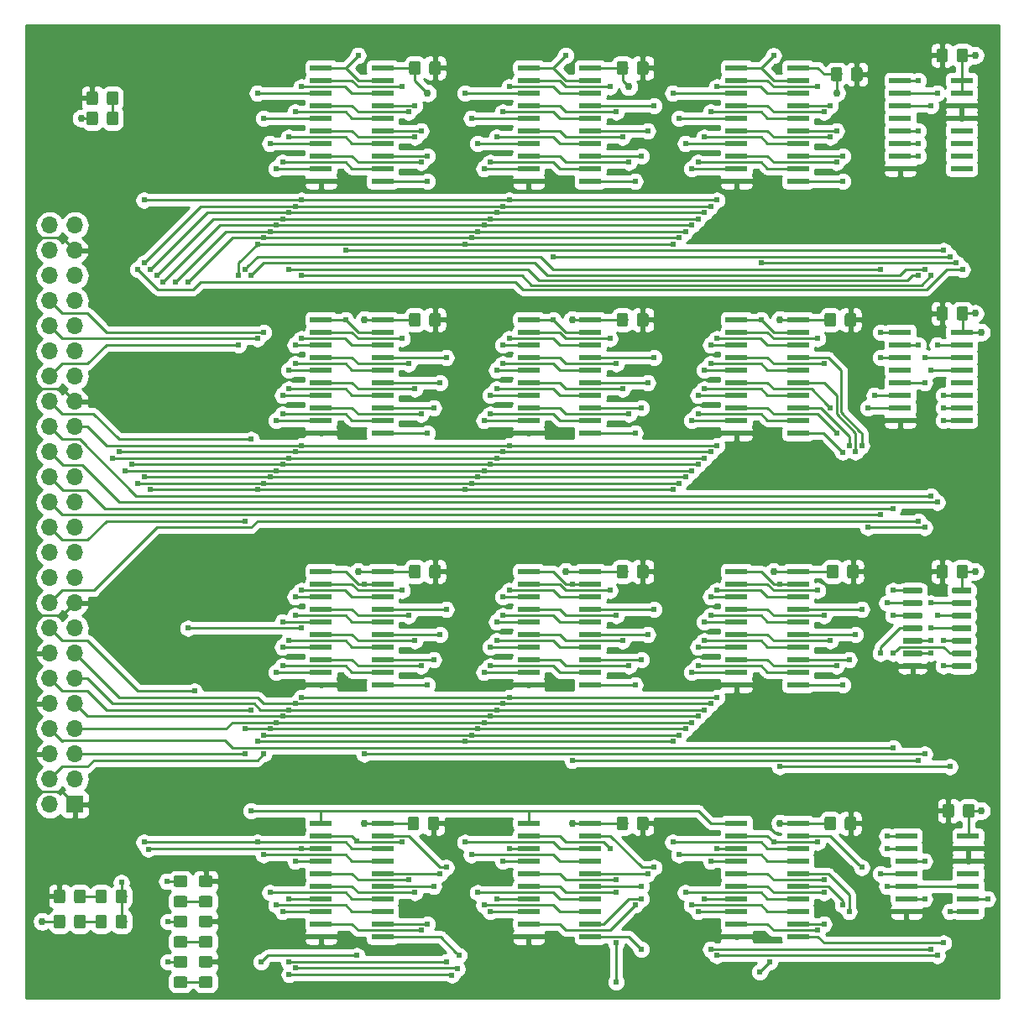
<source format=gtl>
G04 #@! TF.GenerationSoftware,KiCad,Pcbnew,(5.1.4-0-10_14)*
G04 #@! TF.CreationDate,2019-09-28T14:50:17-07:00*
G04 #@! TF.ProjectId,register-slice,72656769-7374-4657-922d-736c6963652e,rev?*
G04 #@! TF.SameCoordinates,Original*
G04 #@! TF.FileFunction,Copper,L1,Top*
G04 #@! TF.FilePolarity,Positive*
%FSLAX46Y46*%
G04 Gerber Fmt 4.6, Leading zero omitted, Abs format (unit mm)*
G04 Created by KiCad (PCBNEW (5.1.4-0-10_14)) date 2019-09-28 14:50:17*
%MOMM*%
%LPD*%
G04 APERTURE LIST*
%ADD10C,0.100000*%
%ADD11C,1.150000*%
%ADD12R,2.200000X0.600000*%
%ADD13C,0.600000*%
%ADD14O,1.700000X1.700000*%
%ADD15R,1.700000X1.700000*%
%ADD16C,0.762000*%
%ADD17C,0.609600*%
%ADD18C,0.279400*%
%ADD19C,0.254000*%
G04 APERTURE END LIST*
D10*
G36*
X100042505Y-148778204D02*
G01*
X100066773Y-148781804D01*
X100090572Y-148787765D01*
X100113671Y-148796030D01*
X100135850Y-148806520D01*
X100156893Y-148819132D01*
X100176599Y-148833747D01*
X100194777Y-148850223D01*
X100211253Y-148868401D01*
X100225868Y-148888107D01*
X100238480Y-148909150D01*
X100248970Y-148931329D01*
X100257235Y-148954428D01*
X100263196Y-148978227D01*
X100266796Y-149002495D01*
X100268000Y-149026999D01*
X100268000Y-149677001D01*
X100266796Y-149701505D01*
X100263196Y-149725773D01*
X100257235Y-149749572D01*
X100248970Y-149772671D01*
X100238480Y-149794850D01*
X100225868Y-149815893D01*
X100211253Y-149835599D01*
X100194777Y-149853777D01*
X100176599Y-149870253D01*
X100156893Y-149884868D01*
X100135850Y-149897480D01*
X100113671Y-149907970D01*
X100090572Y-149916235D01*
X100066773Y-149922196D01*
X100042505Y-149925796D01*
X100018001Y-149927000D01*
X99117999Y-149927000D01*
X99093495Y-149925796D01*
X99069227Y-149922196D01*
X99045428Y-149916235D01*
X99022329Y-149907970D01*
X99000150Y-149897480D01*
X98979107Y-149884868D01*
X98959401Y-149870253D01*
X98941223Y-149853777D01*
X98924747Y-149835599D01*
X98910132Y-149815893D01*
X98897520Y-149794850D01*
X98887030Y-149772671D01*
X98878765Y-149749572D01*
X98872804Y-149725773D01*
X98869204Y-149701505D01*
X98868000Y-149677001D01*
X98868000Y-149026999D01*
X98869204Y-149002495D01*
X98872804Y-148978227D01*
X98878765Y-148954428D01*
X98887030Y-148931329D01*
X98897520Y-148909150D01*
X98910132Y-148888107D01*
X98924747Y-148868401D01*
X98941223Y-148850223D01*
X98959401Y-148833747D01*
X98979107Y-148819132D01*
X99000150Y-148806520D01*
X99022329Y-148796030D01*
X99045428Y-148787765D01*
X99069227Y-148781804D01*
X99093495Y-148778204D01*
X99117999Y-148777000D01*
X100018001Y-148777000D01*
X100042505Y-148778204D01*
X100042505Y-148778204D01*
G37*
D11*
X99568000Y-149352000D03*
D10*
G36*
X100042505Y-150828204D02*
G01*
X100066773Y-150831804D01*
X100090572Y-150837765D01*
X100113671Y-150846030D01*
X100135850Y-150856520D01*
X100156893Y-150869132D01*
X100176599Y-150883747D01*
X100194777Y-150900223D01*
X100211253Y-150918401D01*
X100225868Y-150938107D01*
X100238480Y-150959150D01*
X100248970Y-150981329D01*
X100257235Y-151004428D01*
X100263196Y-151028227D01*
X100266796Y-151052495D01*
X100268000Y-151076999D01*
X100268000Y-151727001D01*
X100266796Y-151751505D01*
X100263196Y-151775773D01*
X100257235Y-151799572D01*
X100248970Y-151822671D01*
X100238480Y-151844850D01*
X100225868Y-151865893D01*
X100211253Y-151885599D01*
X100194777Y-151903777D01*
X100176599Y-151920253D01*
X100156893Y-151934868D01*
X100135850Y-151947480D01*
X100113671Y-151957970D01*
X100090572Y-151966235D01*
X100066773Y-151972196D01*
X100042505Y-151975796D01*
X100018001Y-151977000D01*
X99117999Y-151977000D01*
X99093495Y-151975796D01*
X99069227Y-151972196D01*
X99045428Y-151966235D01*
X99022329Y-151957970D01*
X99000150Y-151947480D01*
X98979107Y-151934868D01*
X98959401Y-151920253D01*
X98941223Y-151903777D01*
X98924747Y-151885599D01*
X98910132Y-151865893D01*
X98897520Y-151844850D01*
X98887030Y-151822671D01*
X98878765Y-151799572D01*
X98872804Y-151775773D01*
X98869204Y-151751505D01*
X98868000Y-151727001D01*
X98868000Y-151076999D01*
X98869204Y-151052495D01*
X98872804Y-151028227D01*
X98878765Y-151004428D01*
X98887030Y-150981329D01*
X98897520Y-150959150D01*
X98910132Y-150938107D01*
X98924747Y-150918401D01*
X98941223Y-150900223D01*
X98959401Y-150883747D01*
X98979107Y-150869132D01*
X99000150Y-150856520D01*
X99022329Y-150846030D01*
X99045428Y-150837765D01*
X99069227Y-150831804D01*
X99093495Y-150828204D01*
X99117999Y-150827000D01*
X100018001Y-150827000D01*
X100042505Y-150828204D01*
X100042505Y-150828204D01*
G37*
D11*
X99568000Y-151402000D03*
D10*
G36*
X100042505Y-152833204D02*
G01*
X100066773Y-152836804D01*
X100090572Y-152842765D01*
X100113671Y-152851030D01*
X100135850Y-152861520D01*
X100156893Y-152874132D01*
X100176599Y-152888747D01*
X100194777Y-152905223D01*
X100211253Y-152923401D01*
X100225868Y-152943107D01*
X100238480Y-152964150D01*
X100248970Y-152986329D01*
X100257235Y-153009428D01*
X100263196Y-153033227D01*
X100266796Y-153057495D01*
X100268000Y-153081999D01*
X100268000Y-153732001D01*
X100266796Y-153756505D01*
X100263196Y-153780773D01*
X100257235Y-153804572D01*
X100248970Y-153827671D01*
X100238480Y-153849850D01*
X100225868Y-153870893D01*
X100211253Y-153890599D01*
X100194777Y-153908777D01*
X100176599Y-153925253D01*
X100156893Y-153939868D01*
X100135850Y-153952480D01*
X100113671Y-153962970D01*
X100090572Y-153971235D01*
X100066773Y-153977196D01*
X100042505Y-153980796D01*
X100018001Y-153982000D01*
X99117999Y-153982000D01*
X99093495Y-153980796D01*
X99069227Y-153977196D01*
X99045428Y-153971235D01*
X99022329Y-153962970D01*
X99000150Y-153952480D01*
X98979107Y-153939868D01*
X98959401Y-153925253D01*
X98941223Y-153908777D01*
X98924747Y-153890599D01*
X98910132Y-153870893D01*
X98897520Y-153849850D01*
X98887030Y-153827671D01*
X98878765Y-153804572D01*
X98872804Y-153780773D01*
X98869204Y-153756505D01*
X98868000Y-153732001D01*
X98868000Y-153081999D01*
X98869204Y-153057495D01*
X98872804Y-153033227D01*
X98878765Y-153009428D01*
X98887030Y-152986329D01*
X98897520Y-152964150D01*
X98910132Y-152943107D01*
X98924747Y-152923401D01*
X98941223Y-152905223D01*
X98959401Y-152888747D01*
X98979107Y-152874132D01*
X99000150Y-152861520D01*
X99022329Y-152851030D01*
X99045428Y-152842765D01*
X99069227Y-152836804D01*
X99093495Y-152833204D01*
X99117999Y-152832000D01*
X100018001Y-152832000D01*
X100042505Y-152833204D01*
X100042505Y-152833204D01*
G37*
D11*
X99568000Y-153407000D03*
D10*
G36*
X100042505Y-154883204D02*
G01*
X100066773Y-154886804D01*
X100090572Y-154892765D01*
X100113671Y-154901030D01*
X100135850Y-154911520D01*
X100156893Y-154924132D01*
X100176599Y-154938747D01*
X100194777Y-154955223D01*
X100211253Y-154973401D01*
X100225868Y-154993107D01*
X100238480Y-155014150D01*
X100248970Y-155036329D01*
X100257235Y-155059428D01*
X100263196Y-155083227D01*
X100266796Y-155107495D01*
X100268000Y-155131999D01*
X100268000Y-155782001D01*
X100266796Y-155806505D01*
X100263196Y-155830773D01*
X100257235Y-155854572D01*
X100248970Y-155877671D01*
X100238480Y-155899850D01*
X100225868Y-155920893D01*
X100211253Y-155940599D01*
X100194777Y-155958777D01*
X100176599Y-155975253D01*
X100156893Y-155989868D01*
X100135850Y-156002480D01*
X100113671Y-156012970D01*
X100090572Y-156021235D01*
X100066773Y-156027196D01*
X100042505Y-156030796D01*
X100018001Y-156032000D01*
X99117999Y-156032000D01*
X99093495Y-156030796D01*
X99069227Y-156027196D01*
X99045428Y-156021235D01*
X99022329Y-156012970D01*
X99000150Y-156002480D01*
X98979107Y-155989868D01*
X98959401Y-155975253D01*
X98941223Y-155958777D01*
X98924747Y-155940599D01*
X98910132Y-155920893D01*
X98897520Y-155899850D01*
X98887030Y-155877671D01*
X98878765Y-155854572D01*
X98872804Y-155830773D01*
X98869204Y-155806505D01*
X98868000Y-155782001D01*
X98868000Y-155131999D01*
X98869204Y-155107495D01*
X98872804Y-155083227D01*
X98878765Y-155059428D01*
X98887030Y-155036329D01*
X98897520Y-155014150D01*
X98910132Y-154993107D01*
X98924747Y-154973401D01*
X98941223Y-154955223D01*
X98959401Y-154938747D01*
X98979107Y-154924132D01*
X99000150Y-154911520D01*
X99022329Y-154901030D01*
X99045428Y-154892765D01*
X99069227Y-154886804D01*
X99093495Y-154883204D01*
X99117999Y-154882000D01*
X100018001Y-154882000D01*
X100042505Y-154883204D01*
X100042505Y-154883204D01*
G37*
D11*
X99568000Y-155457000D03*
D10*
G36*
X100042505Y-156897204D02*
G01*
X100066773Y-156900804D01*
X100090572Y-156906765D01*
X100113671Y-156915030D01*
X100135850Y-156925520D01*
X100156893Y-156938132D01*
X100176599Y-156952747D01*
X100194777Y-156969223D01*
X100211253Y-156987401D01*
X100225868Y-157007107D01*
X100238480Y-157028150D01*
X100248970Y-157050329D01*
X100257235Y-157073428D01*
X100263196Y-157097227D01*
X100266796Y-157121495D01*
X100268000Y-157145999D01*
X100268000Y-157796001D01*
X100266796Y-157820505D01*
X100263196Y-157844773D01*
X100257235Y-157868572D01*
X100248970Y-157891671D01*
X100238480Y-157913850D01*
X100225868Y-157934893D01*
X100211253Y-157954599D01*
X100194777Y-157972777D01*
X100176599Y-157989253D01*
X100156893Y-158003868D01*
X100135850Y-158016480D01*
X100113671Y-158026970D01*
X100090572Y-158035235D01*
X100066773Y-158041196D01*
X100042505Y-158044796D01*
X100018001Y-158046000D01*
X99117999Y-158046000D01*
X99093495Y-158044796D01*
X99069227Y-158041196D01*
X99045428Y-158035235D01*
X99022329Y-158026970D01*
X99000150Y-158016480D01*
X98979107Y-158003868D01*
X98959401Y-157989253D01*
X98941223Y-157972777D01*
X98924747Y-157954599D01*
X98910132Y-157934893D01*
X98897520Y-157913850D01*
X98887030Y-157891671D01*
X98878765Y-157868572D01*
X98872804Y-157844773D01*
X98869204Y-157820505D01*
X98868000Y-157796001D01*
X98868000Y-157145999D01*
X98869204Y-157121495D01*
X98872804Y-157097227D01*
X98878765Y-157073428D01*
X98887030Y-157050329D01*
X98897520Y-157028150D01*
X98910132Y-157007107D01*
X98924747Y-156987401D01*
X98941223Y-156969223D01*
X98959401Y-156952747D01*
X98979107Y-156938132D01*
X99000150Y-156925520D01*
X99022329Y-156915030D01*
X99045428Y-156906765D01*
X99069227Y-156900804D01*
X99093495Y-156897204D01*
X99117999Y-156896000D01*
X100018001Y-156896000D01*
X100042505Y-156897204D01*
X100042505Y-156897204D01*
G37*
D11*
X99568000Y-157471000D03*
D10*
G36*
X100042505Y-158947204D02*
G01*
X100066773Y-158950804D01*
X100090572Y-158956765D01*
X100113671Y-158965030D01*
X100135850Y-158975520D01*
X100156893Y-158988132D01*
X100176599Y-159002747D01*
X100194777Y-159019223D01*
X100211253Y-159037401D01*
X100225868Y-159057107D01*
X100238480Y-159078150D01*
X100248970Y-159100329D01*
X100257235Y-159123428D01*
X100263196Y-159147227D01*
X100266796Y-159171495D01*
X100268000Y-159195999D01*
X100268000Y-159846001D01*
X100266796Y-159870505D01*
X100263196Y-159894773D01*
X100257235Y-159918572D01*
X100248970Y-159941671D01*
X100238480Y-159963850D01*
X100225868Y-159984893D01*
X100211253Y-160004599D01*
X100194777Y-160022777D01*
X100176599Y-160039253D01*
X100156893Y-160053868D01*
X100135850Y-160066480D01*
X100113671Y-160076970D01*
X100090572Y-160085235D01*
X100066773Y-160091196D01*
X100042505Y-160094796D01*
X100018001Y-160096000D01*
X99117999Y-160096000D01*
X99093495Y-160094796D01*
X99069227Y-160091196D01*
X99045428Y-160085235D01*
X99022329Y-160076970D01*
X99000150Y-160066480D01*
X98979107Y-160053868D01*
X98959401Y-160039253D01*
X98941223Y-160022777D01*
X98924747Y-160004599D01*
X98910132Y-159984893D01*
X98897520Y-159963850D01*
X98887030Y-159941671D01*
X98878765Y-159918572D01*
X98872804Y-159894773D01*
X98869204Y-159870505D01*
X98868000Y-159846001D01*
X98868000Y-159195999D01*
X98869204Y-159171495D01*
X98872804Y-159147227D01*
X98878765Y-159123428D01*
X98887030Y-159100329D01*
X98897520Y-159078150D01*
X98910132Y-159057107D01*
X98924747Y-159037401D01*
X98941223Y-159019223D01*
X98959401Y-159002747D01*
X98979107Y-158988132D01*
X99000150Y-158975520D01*
X99022329Y-158965030D01*
X99045428Y-158956765D01*
X99069227Y-158950804D01*
X99093495Y-158947204D01*
X99117999Y-158946000D01*
X100018001Y-158946000D01*
X100042505Y-158947204D01*
X100042505Y-158947204D01*
G37*
D11*
X99568000Y-159521000D03*
D10*
G36*
X97502505Y-148778204D02*
G01*
X97526773Y-148781804D01*
X97550572Y-148787765D01*
X97573671Y-148796030D01*
X97595850Y-148806520D01*
X97616893Y-148819132D01*
X97636599Y-148833747D01*
X97654777Y-148850223D01*
X97671253Y-148868401D01*
X97685868Y-148888107D01*
X97698480Y-148909150D01*
X97708970Y-148931329D01*
X97717235Y-148954428D01*
X97723196Y-148978227D01*
X97726796Y-149002495D01*
X97728000Y-149026999D01*
X97728000Y-149677001D01*
X97726796Y-149701505D01*
X97723196Y-149725773D01*
X97717235Y-149749572D01*
X97708970Y-149772671D01*
X97698480Y-149794850D01*
X97685868Y-149815893D01*
X97671253Y-149835599D01*
X97654777Y-149853777D01*
X97636599Y-149870253D01*
X97616893Y-149884868D01*
X97595850Y-149897480D01*
X97573671Y-149907970D01*
X97550572Y-149916235D01*
X97526773Y-149922196D01*
X97502505Y-149925796D01*
X97478001Y-149927000D01*
X96577999Y-149927000D01*
X96553495Y-149925796D01*
X96529227Y-149922196D01*
X96505428Y-149916235D01*
X96482329Y-149907970D01*
X96460150Y-149897480D01*
X96439107Y-149884868D01*
X96419401Y-149870253D01*
X96401223Y-149853777D01*
X96384747Y-149835599D01*
X96370132Y-149815893D01*
X96357520Y-149794850D01*
X96347030Y-149772671D01*
X96338765Y-149749572D01*
X96332804Y-149725773D01*
X96329204Y-149701505D01*
X96328000Y-149677001D01*
X96328000Y-149026999D01*
X96329204Y-149002495D01*
X96332804Y-148978227D01*
X96338765Y-148954428D01*
X96347030Y-148931329D01*
X96357520Y-148909150D01*
X96370132Y-148888107D01*
X96384747Y-148868401D01*
X96401223Y-148850223D01*
X96419401Y-148833747D01*
X96439107Y-148819132D01*
X96460150Y-148806520D01*
X96482329Y-148796030D01*
X96505428Y-148787765D01*
X96529227Y-148781804D01*
X96553495Y-148778204D01*
X96577999Y-148777000D01*
X97478001Y-148777000D01*
X97502505Y-148778204D01*
X97502505Y-148778204D01*
G37*
D11*
X97028000Y-149352000D03*
D10*
G36*
X97502505Y-150828204D02*
G01*
X97526773Y-150831804D01*
X97550572Y-150837765D01*
X97573671Y-150846030D01*
X97595850Y-150856520D01*
X97616893Y-150869132D01*
X97636599Y-150883747D01*
X97654777Y-150900223D01*
X97671253Y-150918401D01*
X97685868Y-150938107D01*
X97698480Y-150959150D01*
X97708970Y-150981329D01*
X97717235Y-151004428D01*
X97723196Y-151028227D01*
X97726796Y-151052495D01*
X97728000Y-151076999D01*
X97728000Y-151727001D01*
X97726796Y-151751505D01*
X97723196Y-151775773D01*
X97717235Y-151799572D01*
X97708970Y-151822671D01*
X97698480Y-151844850D01*
X97685868Y-151865893D01*
X97671253Y-151885599D01*
X97654777Y-151903777D01*
X97636599Y-151920253D01*
X97616893Y-151934868D01*
X97595850Y-151947480D01*
X97573671Y-151957970D01*
X97550572Y-151966235D01*
X97526773Y-151972196D01*
X97502505Y-151975796D01*
X97478001Y-151977000D01*
X96577999Y-151977000D01*
X96553495Y-151975796D01*
X96529227Y-151972196D01*
X96505428Y-151966235D01*
X96482329Y-151957970D01*
X96460150Y-151947480D01*
X96439107Y-151934868D01*
X96419401Y-151920253D01*
X96401223Y-151903777D01*
X96384747Y-151885599D01*
X96370132Y-151865893D01*
X96357520Y-151844850D01*
X96347030Y-151822671D01*
X96338765Y-151799572D01*
X96332804Y-151775773D01*
X96329204Y-151751505D01*
X96328000Y-151727001D01*
X96328000Y-151076999D01*
X96329204Y-151052495D01*
X96332804Y-151028227D01*
X96338765Y-151004428D01*
X96347030Y-150981329D01*
X96357520Y-150959150D01*
X96370132Y-150938107D01*
X96384747Y-150918401D01*
X96401223Y-150900223D01*
X96419401Y-150883747D01*
X96439107Y-150869132D01*
X96460150Y-150856520D01*
X96482329Y-150846030D01*
X96505428Y-150837765D01*
X96529227Y-150831804D01*
X96553495Y-150828204D01*
X96577999Y-150827000D01*
X97478001Y-150827000D01*
X97502505Y-150828204D01*
X97502505Y-150828204D01*
G37*
D11*
X97028000Y-151402000D03*
D10*
G36*
X97502505Y-152842204D02*
G01*
X97526773Y-152845804D01*
X97550572Y-152851765D01*
X97573671Y-152860030D01*
X97595850Y-152870520D01*
X97616893Y-152883132D01*
X97636599Y-152897747D01*
X97654777Y-152914223D01*
X97671253Y-152932401D01*
X97685868Y-152952107D01*
X97698480Y-152973150D01*
X97708970Y-152995329D01*
X97717235Y-153018428D01*
X97723196Y-153042227D01*
X97726796Y-153066495D01*
X97728000Y-153090999D01*
X97728000Y-153741001D01*
X97726796Y-153765505D01*
X97723196Y-153789773D01*
X97717235Y-153813572D01*
X97708970Y-153836671D01*
X97698480Y-153858850D01*
X97685868Y-153879893D01*
X97671253Y-153899599D01*
X97654777Y-153917777D01*
X97636599Y-153934253D01*
X97616893Y-153948868D01*
X97595850Y-153961480D01*
X97573671Y-153971970D01*
X97550572Y-153980235D01*
X97526773Y-153986196D01*
X97502505Y-153989796D01*
X97478001Y-153991000D01*
X96577999Y-153991000D01*
X96553495Y-153989796D01*
X96529227Y-153986196D01*
X96505428Y-153980235D01*
X96482329Y-153971970D01*
X96460150Y-153961480D01*
X96439107Y-153948868D01*
X96419401Y-153934253D01*
X96401223Y-153917777D01*
X96384747Y-153899599D01*
X96370132Y-153879893D01*
X96357520Y-153858850D01*
X96347030Y-153836671D01*
X96338765Y-153813572D01*
X96332804Y-153789773D01*
X96329204Y-153765505D01*
X96328000Y-153741001D01*
X96328000Y-153090999D01*
X96329204Y-153066495D01*
X96332804Y-153042227D01*
X96338765Y-153018428D01*
X96347030Y-152995329D01*
X96357520Y-152973150D01*
X96370132Y-152952107D01*
X96384747Y-152932401D01*
X96401223Y-152914223D01*
X96419401Y-152897747D01*
X96439107Y-152883132D01*
X96460150Y-152870520D01*
X96482329Y-152860030D01*
X96505428Y-152851765D01*
X96529227Y-152845804D01*
X96553495Y-152842204D01*
X96577999Y-152841000D01*
X97478001Y-152841000D01*
X97502505Y-152842204D01*
X97502505Y-152842204D01*
G37*
D11*
X97028000Y-153416000D03*
D10*
G36*
X97502505Y-154892204D02*
G01*
X97526773Y-154895804D01*
X97550572Y-154901765D01*
X97573671Y-154910030D01*
X97595850Y-154920520D01*
X97616893Y-154933132D01*
X97636599Y-154947747D01*
X97654777Y-154964223D01*
X97671253Y-154982401D01*
X97685868Y-155002107D01*
X97698480Y-155023150D01*
X97708970Y-155045329D01*
X97717235Y-155068428D01*
X97723196Y-155092227D01*
X97726796Y-155116495D01*
X97728000Y-155140999D01*
X97728000Y-155791001D01*
X97726796Y-155815505D01*
X97723196Y-155839773D01*
X97717235Y-155863572D01*
X97708970Y-155886671D01*
X97698480Y-155908850D01*
X97685868Y-155929893D01*
X97671253Y-155949599D01*
X97654777Y-155967777D01*
X97636599Y-155984253D01*
X97616893Y-155998868D01*
X97595850Y-156011480D01*
X97573671Y-156021970D01*
X97550572Y-156030235D01*
X97526773Y-156036196D01*
X97502505Y-156039796D01*
X97478001Y-156041000D01*
X96577999Y-156041000D01*
X96553495Y-156039796D01*
X96529227Y-156036196D01*
X96505428Y-156030235D01*
X96482329Y-156021970D01*
X96460150Y-156011480D01*
X96439107Y-155998868D01*
X96419401Y-155984253D01*
X96401223Y-155967777D01*
X96384747Y-155949599D01*
X96370132Y-155929893D01*
X96357520Y-155908850D01*
X96347030Y-155886671D01*
X96338765Y-155863572D01*
X96332804Y-155839773D01*
X96329204Y-155815505D01*
X96328000Y-155791001D01*
X96328000Y-155140999D01*
X96329204Y-155116495D01*
X96332804Y-155092227D01*
X96338765Y-155068428D01*
X96347030Y-155045329D01*
X96357520Y-155023150D01*
X96370132Y-155002107D01*
X96384747Y-154982401D01*
X96401223Y-154964223D01*
X96419401Y-154947747D01*
X96439107Y-154933132D01*
X96460150Y-154920520D01*
X96482329Y-154910030D01*
X96505428Y-154901765D01*
X96529227Y-154895804D01*
X96553495Y-154892204D01*
X96577999Y-154891000D01*
X97478001Y-154891000D01*
X97502505Y-154892204D01*
X97502505Y-154892204D01*
G37*
D11*
X97028000Y-155466000D03*
D10*
G36*
X97502505Y-156906204D02*
G01*
X97526773Y-156909804D01*
X97550572Y-156915765D01*
X97573671Y-156924030D01*
X97595850Y-156934520D01*
X97616893Y-156947132D01*
X97636599Y-156961747D01*
X97654777Y-156978223D01*
X97671253Y-156996401D01*
X97685868Y-157016107D01*
X97698480Y-157037150D01*
X97708970Y-157059329D01*
X97717235Y-157082428D01*
X97723196Y-157106227D01*
X97726796Y-157130495D01*
X97728000Y-157154999D01*
X97728000Y-157805001D01*
X97726796Y-157829505D01*
X97723196Y-157853773D01*
X97717235Y-157877572D01*
X97708970Y-157900671D01*
X97698480Y-157922850D01*
X97685868Y-157943893D01*
X97671253Y-157963599D01*
X97654777Y-157981777D01*
X97636599Y-157998253D01*
X97616893Y-158012868D01*
X97595850Y-158025480D01*
X97573671Y-158035970D01*
X97550572Y-158044235D01*
X97526773Y-158050196D01*
X97502505Y-158053796D01*
X97478001Y-158055000D01*
X96577999Y-158055000D01*
X96553495Y-158053796D01*
X96529227Y-158050196D01*
X96505428Y-158044235D01*
X96482329Y-158035970D01*
X96460150Y-158025480D01*
X96439107Y-158012868D01*
X96419401Y-157998253D01*
X96401223Y-157981777D01*
X96384747Y-157963599D01*
X96370132Y-157943893D01*
X96357520Y-157922850D01*
X96347030Y-157900671D01*
X96338765Y-157877572D01*
X96332804Y-157853773D01*
X96329204Y-157829505D01*
X96328000Y-157805001D01*
X96328000Y-157154999D01*
X96329204Y-157130495D01*
X96332804Y-157106227D01*
X96338765Y-157082428D01*
X96347030Y-157059329D01*
X96357520Y-157037150D01*
X96370132Y-157016107D01*
X96384747Y-156996401D01*
X96401223Y-156978223D01*
X96419401Y-156961747D01*
X96439107Y-156947132D01*
X96460150Y-156934520D01*
X96482329Y-156924030D01*
X96505428Y-156915765D01*
X96529227Y-156909804D01*
X96553495Y-156906204D01*
X96577999Y-156905000D01*
X97478001Y-156905000D01*
X97502505Y-156906204D01*
X97502505Y-156906204D01*
G37*
D11*
X97028000Y-157480000D03*
D10*
G36*
X97502505Y-158956204D02*
G01*
X97526773Y-158959804D01*
X97550572Y-158965765D01*
X97573671Y-158974030D01*
X97595850Y-158984520D01*
X97616893Y-158997132D01*
X97636599Y-159011747D01*
X97654777Y-159028223D01*
X97671253Y-159046401D01*
X97685868Y-159066107D01*
X97698480Y-159087150D01*
X97708970Y-159109329D01*
X97717235Y-159132428D01*
X97723196Y-159156227D01*
X97726796Y-159180495D01*
X97728000Y-159204999D01*
X97728000Y-159855001D01*
X97726796Y-159879505D01*
X97723196Y-159903773D01*
X97717235Y-159927572D01*
X97708970Y-159950671D01*
X97698480Y-159972850D01*
X97685868Y-159993893D01*
X97671253Y-160013599D01*
X97654777Y-160031777D01*
X97636599Y-160048253D01*
X97616893Y-160062868D01*
X97595850Y-160075480D01*
X97573671Y-160085970D01*
X97550572Y-160094235D01*
X97526773Y-160100196D01*
X97502505Y-160103796D01*
X97478001Y-160105000D01*
X96577999Y-160105000D01*
X96553495Y-160103796D01*
X96529227Y-160100196D01*
X96505428Y-160094235D01*
X96482329Y-160085970D01*
X96460150Y-160075480D01*
X96439107Y-160062868D01*
X96419401Y-160048253D01*
X96401223Y-160031777D01*
X96384747Y-160013599D01*
X96370132Y-159993893D01*
X96357520Y-159972850D01*
X96347030Y-159950671D01*
X96338765Y-159927572D01*
X96332804Y-159903773D01*
X96329204Y-159879505D01*
X96328000Y-159855001D01*
X96328000Y-159204999D01*
X96329204Y-159180495D01*
X96332804Y-159156227D01*
X96338765Y-159132428D01*
X96347030Y-159109329D01*
X96357520Y-159087150D01*
X96370132Y-159066107D01*
X96384747Y-159046401D01*
X96401223Y-159028223D01*
X96419401Y-159011747D01*
X96439107Y-158997132D01*
X96460150Y-158984520D01*
X96482329Y-158974030D01*
X96505428Y-158965765D01*
X96529227Y-158959804D01*
X96553495Y-158956204D01*
X96577999Y-158955000D01*
X97478001Y-158955000D01*
X97502505Y-158956204D01*
X97502505Y-158956204D01*
G37*
D11*
X97028000Y-159530000D03*
D10*
G36*
X85167505Y-152717204D02*
G01*
X85191773Y-152720804D01*
X85215572Y-152726765D01*
X85238671Y-152735030D01*
X85260850Y-152745520D01*
X85281893Y-152758132D01*
X85301599Y-152772747D01*
X85319777Y-152789223D01*
X85336253Y-152807401D01*
X85350868Y-152827107D01*
X85363480Y-152848150D01*
X85373970Y-152870329D01*
X85382235Y-152893428D01*
X85388196Y-152917227D01*
X85391796Y-152941495D01*
X85393000Y-152965999D01*
X85393000Y-153866001D01*
X85391796Y-153890505D01*
X85388196Y-153914773D01*
X85382235Y-153938572D01*
X85373970Y-153961671D01*
X85363480Y-153983850D01*
X85350868Y-154004893D01*
X85336253Y-154024599D01*
X85319777Y-154042777D01*
X85301599Y-154059253D01*
X85281893Y-154073868D01*
X85260850Y-154086480D01*
X85238671Y-154096970D01*
X85215572Y-154105235D01*
X85191773Y-154111196D01*
X85167505Y-154114796D01*
X85143001Y-154116000D01*
X84492999Y-154116000D01*
X84468495Y-154114796D01*
X84444227Y-154111196D01*
X84420428Y-154105235D01*
X84397329Y-154096970D01*
X84375150Y-154086480D01*
X84354107Y-154073868D01*
X84334401Y-154059253D01*
X84316223Y-154042777D01*
X84299747Y-154024599D01*
X84285132Y-154004893D01*
X84272520Y-153983850D01*
X84262030Y-153961671D01*
X84253765Y-153938572D01*
X84247804Y-153914773D01*
X84244204Y-153890505D01*
X84243000Y-153866001D01*
X84243000Y-152965999D01*
X84244204Y-152941495D01*
X84247804Y-152917227D01*
X84253765Y-152893428D01*
X84262030Y-152870329D01*
X84272520Y-152848150D01*
X84285132Y-152827107D01*
X84299747Y-152807401D01*
X84316223Y-152789223D01*
X84334401Y-152772747D01*
X84354107Y-152758132D01*
X84375150Y-152745520D01*
X84397329Y-152735030D01*
X84420428Y-152726765D01*
X84444227Y-152720804D01*
X84468495Y-152717204D01*
X84492999Y-152716000D01*
X85143001Y-152716000D01*
X85167505Y-152717204D01*
X85167505Y-152717204D01*
G37*
D11*
X84818000Y-153416000D03*
D10*
G36*
X87217505Y-152717204D02*
G01*
X87241773Y-152720804D01*
X87265572Y-152726765D01*
X87288671Y-152735030D01*
X87310850Y-152745520D01*
X87331893Y-152758132D01*
X87351599Y-152772747D01*
X87369777Y-152789223D01*
X87386253Y-152807401D01*
X87400868Y-152827107D01*
X87413480Y-152848150D01*
X87423970Y-152870329D01*
X87432235Y-152893428D01*
X87438196Y-152917227D01*
X87441796Y-152941495D01*
X87443000Y-152965999D01*
X87443000Y-153866001D01*
X87441796Y-153890505D01*
X87438196Y-153914773D01*
X87432235Y-153938572D01*
X87423970Y-153961671D01*
X87413480Y-153983850D01*
X87400868Y-154004893D01*
X87386253Y-154024599D01*
X87369777Y-154042777D01*
X87351599Y-154059253D01*
X87331893Y-154073868D01*
X87310850Y-154086480D01*
X87288671Y-154096970D01*
X87265572Y-154105235D01*
X87241773Y-154111196D01*
X87217505Y-154114796D01*
X87193001Y-154116000D01*
X86542999Y-154116000D01*
X86518495Y-154114796D01*
X86494227Y-154111196D01*
X86470428Y-154105235D01*
X86447329Y-154096970D01*
X86425150Y-154086480D01*
X86404107Y-154073868D01*
X86384401Y-154059253D01*
X86366223Y-154042777D01*
X86349747Y-154024599D01*
X86335132Y-154004893D01*
X86322520Y-153983850D01*
X86312030Y-153961671D01*
X86303765Y-153938572D01*
X86297804Y-153914773D01*
X86294204Y-153890505D01*
X86293000Y-153866001D01*
X86293000Y-152965999D01*
X86294204Y-152941495D01*
X86297804Y-152917227D01*
X86303765Y-152893428D01*
X86312030Y-152870329D01*
X86322520Y-152848150D01*
X86335132Y-152827107D01*
X86349747Y-152807401D01*
X86366223Y-152789223D01*
X86384401Y-152772747D01*
X86404107Y-152758132D01*
X86425150Y-152745520D01*
X86447329Y-152735030D01*
X86470428Y-152726765D01*
X86494227Y-152720804D01*
X86518495Y-152717204D01*
X86542999Y-152716000D01*
X87193001Y-152716000D01*
X87217505Y-152717204D01*
X87217505Y-152717204D01*
G37*
D11*
X86868000Y-153416000D03*
D10*
G36*
X85167505Y-150177204D02*
G01*
X85191773Y-150180804D01*
X85215572Y-150186765D01*
X85238671Y-150195030D01*
X85260850Y-150205520D01*
X85281893Y-150218132D01*
X85301599Y-150232747D01*
X85319777Y-150249223D01*
X85336253Y-150267401D01*
X85350868Y-150287107D01*
X85363480Y-150308150D01*
X85373970Y-150330329D01*
X85382235Y-150353428D01*
X85388196Y-150377227D01*
X85391796Y-150401495D01*
X85393000Y-150425999D01*
X85393000Y-151326001D01*
X85391796Y-151350505D01*
X85388196Y-151374773D01*
X85382235Y-151398572D01*
X85373970Y-151421671D01*
X85363480Y-151443850D01*
X85350868Y-151464893D01*
X85336253Y-151484599D01*
X85319777Y-151502777D01*
X85301599Y-151519253D01*
X85281893Y-151533868D01*
X85260850Y-151546480D01*
X85238671Y-151556970D01*
X85215572Y-151565235D01*
X85191773Y-151571196D01*
X85167505Y-151574796D01*
X85143001Y-151576000D01*
X84492999Y-151576000D01*
X84468495Y-151574796D01*
X84444227Y-151571196D01*
X84420428Y-151565235D01*
X84397329Y-151556970D01*
X84375150Y-151546480D01*
X84354107Y-151533868D01*
X84334401Y-151519253D01*
X84316223Y-151502777D01*
X84299747Y-151484599D01*
X84285132Y-151464893D01*
X84272520Y-151443850D01*
X84262030Y-151421671D01*
X84253765Y-151398572D01*
X84247804Y-151374773D01*
X84244204Y-151350505D01*
X84243000Y-151326001D01*
X84243000Y-150425999D01*
X84244204Y-150401495D01*
X84247804Y-150377227D01*
X84253765Y-150353428D01*
X84262030Y-150330329D01*
X84272520Y-150308150D01*
X84285132Y-150287107D01*
X84299747Y-150267401D01*
X84316223Y-150249223D01*
X84334401Y-150232747D01*
X84354107Y-150218132D01*
X84375150Y-150205520D01*
X84397329Y-150195030D01*
X84420428Y-150186765D01*
X84444227Y-150180804D01*
X84468495Y-150177204D01*
X84492999Y-150176000D01*
X85143001Y-150176000D01*
X85167505Y-150177204D01*
X85167505Y-150177204D01*
G37*
D11*
X84818000Y-150876000D03*
D10*
G36*
X87217505Y-150177204D02*
G01*
X87241773Y-150180804D01*
X87265572Y-150186765D01*
X87288671Y-150195030D01*
X87310850Y-150205520D01*
X87331893Y-150218132D01*
X87351599Y-150232747D01*
X87369777Y-150249223D01*
X87386253Y-150267401D01*
X87400868Y-150287107D01*
X87413480Y-150308150D01*
X87423970Y-150330329D01*
X87432235Y-150353428D01*
X87438196Y-150377227D01*
X87441796Y-150401495D01*
X87443000Y-150425999D01*
X87443000Y-151326001D01*
X87441796Y-151350505D01*
X87438196Y-151374773D01*
X87432235Y-151398572D01*
X87423970Y-151421671D01*
X87413480Y-151443850D01*
X87400868Y-151464893D01*
X87386253Y-151484599D01*
X87369777Y-151502777D01*
X87351599Y-151519253D01*
X87331893Y-151533868D01*
X87310850Y-151546480D01*
X87288671Y-151556970D01*
X87265572Y-151565235D01*
X87241773Y-151571196D01*
X87217505Y-151574796D01*
X87193001Y-151576000D01*
X86542999Y-151576000D01*
X86518495Y-151574796D01*
X86494227Y-151571196D01*
X86470428Y-151565235D01*
X86447329Y-151556970D01*
X86425150Y-151546480D01*
X86404107Y-151533868D01*
X86384401Y-151519253D01*
X86366223Y-151502777D01*
X86349747Y-151484599D01*
X86335132Y-151464893D01*
X86322520Y-151443850D01*
X86312030Y-151421671D01*
X86303765Y-151398572D01*
X86297804Y-151374773D01*
X86294204Y-151350505D01*
X86293000Y-151326001D01*
X86293000Y-150425999D01*
X86294204Y-150401495D01*
X86297804Y-150377227D01*
X86303765Y-150353428D01*
X86312030Y-150330329D01*
X86322520Y-150308150D01*
X86335132Y-150287107D01*
X86349747Y-150267401D01*
X86366223Y-150249223D01*
X86384401Y-150232747D01*
X86404107Y-150218132D01*
X86425150Y-150205520D01*
X86447329Y-150195030D01*
X86470428Y-150186765D01*
X86494227Y-150180804D01*
X86518495Y-150177204D01*
X86542999Y-150176000D01*
X87193001Y-150176000D01*
X87217505Y-150177204D01*
X87217505Y-150177204D01*
G37*
D11*
X86868000Y-150876000D03*
D10*
G36*
X89367505Y-152717204D02*
G01*
X89391773Y-152720804D01*
X89415572Y-152726765D01*
X89438671Y-152735030D01*
X89460850Y-152745520D01*
X89481893Y-152758132D01*
X89501599Y-152772747D01*
X89519777Y-152789223D01*
X89536253Y-152807401D01*
X89550868Y-152827107D01*
X89563480Y-152848150D01*
X89573970Y-152870329D01*
X89582235Y-152893428D01*
X89588196Y-152917227D01*
X89591796Y-152941495D01*
X89593000Y-152965999D01*
X89593000Y-153866001D01*
X89591796Y-153890505D01*
X89588196Y-153914773D01*
X89582235Y-153938572D01*
X89573970Y-153961671D01*
X89563480Y-153983850D01*
X89550868Y-154004893D01*
X89536253Y-154024599D01*
X89519777Y-154042777D01*
X89501599Y-154059253D01*
X89481893Y-154073868D01*
X89460850Y-154086480D01*
X89438671Y-154096970D01*
X89415572Y-154105235D01*
X89391773Y-154111196D01*
X89367505Y-154114796D01*
X89343001Y-154116000D01*
X88692999Y-154116000D01*
X88668495Y-154114796D01*
X88644227Y-154111196D01*
X88620428Y-154105235D01*
X88597329Y-154096970D01*
X88575150Y-154086480D01*
X88554107Y-154073868D01*
X88534401Y-154059253D01*
X88516223Y-154042777D01*
X88499747Y-154024599D01*
X88485132Y-154004893D01*
X88472520Y-153983850D01*
X88462030Y-153961671D01*
X88453765Y-153938572D01*
X88447804Y-153914773D01*
X88444204Y-153890505D01*
X88443000Y-153866001D01*
X88443000Y-152965999D01*
X88444204Y-152941495D01*
X88447804Y-152917227D01*
X88453765Y-152893428D01*
X88462030Y-152870329D01*
X88472520Y-152848150D01*
X88485132Y-152827107D01*
X88499747Y-152807401D01*
X88516223Y-152789223D01*
X88534401Y-152772747D01*
X88554107Y-152758132D01*
X88575150Y-152745520D01*
X88597329Y-152735030D01*
X88620428Y-152726765D01*
X88644227Y-152720804D01*
X88668495Y-152717204D01*
X88692999Y-152716000D01*
X89343001Y-152716000D01*
X89367505Y-152717204D01*
X89367505Y-152717204D01*
G37*
D11*
X89018000Y-153416000D03*
D10*
G36*
X91417505Y-152717204D02*
G01*
X91441773Y-152720804D01*
X91465572Y-152726765D01*
X91488671Y-152735030D01*
X91510850Y-152745520D01*
X91531893Y-152758132D01*
X91551599Y-152772747D01*
X91569777Y-152789223D01*
X91586253Y-152807401D01*
X91600868Y-152827107D01*
X91613480Y-152848150D01*
X91623970Y-152870329D01*
X91632235Y-152893428D01*
X91638196Y-152917227D01*
X91641796Y-152941495D01*
X91643000Y-152965999D01*
X91643000Y-153866001D01*
X91641796Y-153890505D01*
X91638196Y-153914773D01*
X91632235Y-153938572D01*
X91623970Y-153961671D01*
X91613480Y-153983850D01*
X91600868Y-154004893D01*
X91586253Y-154024599D01*
X91569777Y-154042777D01*
X91551599Y-154059253D01*
X91531893Y-154073868D01*
X91510850Y-154086480D01*
X91488671Y-154096970D01*
X91465572Y-154105235D01*
X91441773Y-154111196D01*
X91417505Y-154114796D01*
X91393001Y-154116000D01*
X90742999Y-154116000D01*
X90718495Y-154114796D01*
X90694227Y-154111196D01*
X90670428Y-154105235D01*
X90647329Y-154096970D01*
X90625150Y-154086480D01*
X90604107Y-154073868D01*
X90584401Y-154059253D01*
X90566223Y-154042777D01*
X90549747Y-154024599D01*
X90535132Y-154004893D01*
X90522520Y-153983850D01*
X90512030Y-153961671D01*
X90503765Y-153938572D01*
X90497804Y-153914773D01*
X90494204Y-153890505D01*
X90493000Y-153866001D01*
X90493000Y-152965999D01*
X90494204Y-152941495D01*
X90497804Y-152917227D01*
X90503765Y-152893428D01*
X90512030Y-152870329D01*
X90522520Y-152848150D01*
X90535132Y-152827107D01*
X90549747Y-152807401D01*
X90566223Y-152789223D01*
X90584401Y-152772747D01*
X90604107Y-152758132D01*
X90625150Y-152745520D01*
X90647329Y-152735030D01*
X90670428Y-152726765D01*
X90694227Y-152720804D01*
X90718495Y-152717204D01*
X90742999Y-152716000D01*
X91393001Y-152716000D01*
X91417505Y-152717204D01*
X91417505Y-152717204D01*
G37*
D11*
X91068000Y-153416000D03*
D10*
G36*
X91417505Y-150177204D02*
G01*
X91441773Y-150180804D01*
X91465572Y-150186765D01*
X91488671Y-150195030D01*
X91510850Y-150205520D01*
X91531893Y-150218132D01*
X91551599Y-150232747D01*
X91569777Y-150249223D01*
X91586253Y-150267401D01*
X91600868Y-150287107D01*
X91613480Y-150308150D01*
X91623970Y-150330329D01*
X91632235Y-150353428D01*
X91638196Y-150377227D01*
X91641796Y-150401495D01*
X91643000Y-150425999D01*
X91643000Y-151326001D01*
X91641796Y-151350505D01*
X91638196Y-151374773D01*
X91632235Y-151398572D01*
X91623970Y-151421671D01*
X91613480Y-151443850D01*
X91600868Y-151464893D01*
X91586253Y-151484599D01*
X91569777Y-151502777D01*
X91551599Y-151519253D01*
X91531893Y-151533868D01*
X91510850Y-151546480D01*
X91488671Y-151556970D01*
X91465572Y-151565235D01*
X91441773Y-151571196D01*
X91417505Y-151574796D01*
X91393001Y-151576000D01*
X90742999Y-151576000D01*
X90718495Y-151574796D01*
X90694227Y-151571196D01*
X90670428Y-151565235D01*
X90647329Y-151556970D01*
X90625150Y-151546480D01*
X90604107Y-151533868D01*
X90584401Y-151519253D01*
X90566223Y-151502777D01*
X90549747Y-151484599D01*
X90535132Y-151464893D01*
X90522520Y-151443850D01*
X90512030Y-151421671D01*
X90503765Y-151398572D01*
X90497804Y-151374773D01*
X90494204Y-151350505D01*
X90493000Y-151326001D01*
X90493000Y-150425999D01*
X90494204Y-150401495D01*
X90497804Y-150377227D01*
X90503765Y-150353428D01*
X90512030Y-150330329D01*
X90522520Y-150308150D01*
X90535132Y-150287107D01*
X90549747Y-150267401D01*
X90566223Y-150249223D01*
X90584401Y-150232747D01*
X90604107Y-150218132D01*
X90625150Y-150205520D01*
X90647329Y-150195030D01*
X90670428Y-150186765D01*
X90694227Y-150180804D01*
X90718495Y-150177204D01*
X90742999Y-150176000D01*
X91393001Y-150176000D01*
X91417505Y-150177204D01*
X91417505Y-150177204D01*
G37*
D11*
X91068000Y-150876000D03*
D10*
G36*
X89367505Y-150177204D02*
G01*
X89391773Y-150180804D01*
X89415572Y-150186765D01*
X89438671Y-150195030D01*
X89460850Y-150205520D01*
X89481893Y-150218132D01*
X89501599Y-150232747D01*
X89519777Y-150249223D01*
X89536253Y-150267401D01*
X89550868Y-150287107D01*
X89563480Y-150308150D01*
X89573970Y-150330329D01*
X89582235Y-150353428D01*
X89588196Y-150377227D01*
X89591796Y-150401495D01*
X89593000Y-150425999D01*
X89593000Y-151326001D01*
X89591796Y-151350505D01*
X89588196Y-151374773D01*
X89582235Y-151398572D01*
X89573970Y-151421671D01*
X89563480Y-151443850D01*
X89550868Y-151464893D01*
X89536253Y-151484599D01*
X89519777Y-151502777D01*
X89501599Y-151519253D01*
X89481893Y-151533868D01*
X89460850Y-151546480D01*
X89438671Y-151556970D01*
X89415572Y-151565235D01*
X89391773Y-151571196D01*
X89367505Y-151574796D01*
X89343001Y-151576000D01*
X88692999Y-151576000D01*
X88668495Y-151574796D01*
X88644227Y-151571196D01*
X88620428Y-151565235D01*
X88597329Y-151556970D01*
X88575150Y-151546480D01*
X88554107Y-151533868D01*
X88534401Y-151519253D01*
X88516223Y-151502777D01*
X88499747Y-151484599D01*
X88485132Y-151464893D01*
X88472520Y-151443850D01*
X88462030Y-151421671D01*
X88453765Y-151398572D01*
X88447804Y-151374773D01*
X88444204Y-151350505D01*
X88443000Y-151326001D01*
X88443000Y-150425999D01*
X88444204Y-150401495D01*
X88447804Y-150377227D01*
X88453765Y-150353428D01*
X88462030Y-150330329D01*
X88472520Y-150308150D01*
X88485132Y-150287107D01*
X88499747Y-150267401D01*
X88516223Y-150249223D01*
X88534401Y-150232747D01*
X88554107Y-150218132D01*
X88575150Y-150205520D01*
X88597329Y-150195030D01*
X88620428Y-150186765D01*
X88644227Y-150180804D01*
X88668495Y-150177204D01*
X88692999Y-150176000D01*
X89343001Y-150176000D01*
X89367505Y-150177204D01*
X89367505Y-150177204D01*
G37*
D11*
X89018000Y-150876000D03*
D10*
G36*
X88469505Y-69659204D02*
G01*
X88493773Y-69662804D01*
X88517572Y-69668765D01*
X88540671Y-69677030D01*
X88562850Y-69687520D01*
X88583893Y-69700132D01*
X88603599Y-69714747D01*
X88621777Y-69731223D01*
X88638253Y-69749401D01*
X88652868Y-69769107D01*
X88665480Y-69790150D01*
X88675970Y-69812329D01*
X88684235Y-69835428D01*
X88690196Y-69859227D01*
X88693796Y-69883495D01*
X88695000Y-69907999D01*
X88695000Y-70808001D01*
X88693796Y-70832505D01*
X88690196Y-70856773D01*
X88684235Y-70880572D01*
X88675970Y-70903671D01*
X88665480Y-70925850D01*
X88652868Y-70946893D01*
X88638253Y-70966599D01*
X88621777Y-70984777D01*
X88603599Y-71001253D01*
X88583893Y-71015868D01*
X88562850Y-71028480D01*
X88540671Y-71038970D01*
X88517572Y-71047235D01*
X88493773Y-71053196D01*
X88469505Y-71056796D01*
X88445001Y-71058000D01*
X87794999Y-71058000D01*
X87770495Y-71056796D01*
X87746227Y-71053196D01*
X87722428Y-71047235D01*
X87699329Y-71038970D01*
X87677150Y-71028480D01*
X87656107Y-71015868D01*
X87636401Y-71001253D01*
X87618223Y-70984777D01*
X87601747Y-70966599D01*
X87587132Y-70946893D01*
X87574520Y-70925850D01*
X87564030Y-70903671D01*
X87555765Y-70880572D01*
X87549804Y-70856773D01*
X87546204Y-70832505D01*
X87545000Y-70808001D01*
X87545000Y-69907999D01*
X87546204Y-69883495D01*
X87549804Y-69859227D01*
X87555765Y-69835428D01*
X87564030Y-69812329D01*
X87574520Y-69790150D01*
X87587132Y-69769107D01*
X87601747Y-69749401D01*
X87618223Y-69731223D01*
X87636401Y-69714747D01*
X87656107Y-69700132D01*
X87677150Y-69687520D01*
X87699329Y-69677030D01*
X87722428Y-69668765D01*
X87746227Y-69662804D01*
X87770495Y-69659204D01*
X87794999Y-69658000D01*
X88445001Y-69658000D01*
X88469505Y-69659204D01*
X88469505Y-69659204D01*
G37*
D11*
X88120000Y-70358000D03*
D10*
G36*
X90519505Y-69659204D02*
G01*
X90543773Y-69662804D01*
X90567572Y-69668765D01*
X90590671Y-69677030D01*
X90612850Y-69687520D01*
X90633893Y-69700132D01*
X90653599Y-69714747D01*
X90671777Y-69731223D01*
X90688253Y-69749401D01*
X90702868Y-69769107D01*
X90715480Y-69790150D01*
X90725970Y-69812329D01*
X90734235Y-69835428D01*
X90740196Y-69859227D01*
X90743796Y-69883495D01*
X90745000Y-69907999D01*
X90745000Y-70808001D01*
X90743796Y-70832505D01*
X90740196Y-70856773D01*
X90734235Y-70880572D01*
X90725970Y-70903671D01*
X90715480Y-70925850D01*
X90702868Y-70946893D01*
X90688253Y-70966599D01*
X90671777Y-70984777D01*
X90653599Y-71001253D01*
X90633893Y-71015868D01*
X90612850Y-71028480D01*
X90590671Y-71038970D01*
X90567572Y-71047235D01*
X90543773Y-71053196D01*
X90519505Y-71056796D01*
X90495001Y-71058000D01*
X89844999Y-71058000D01*
X89820495Y-71056796D01*
X89796227Y-71053196D01*
X89772428Y-71047235D01*
X89749329Y-71038970D01*
X89727150Y-71028480D01*
X89706107Y-71015868D01*
X89686401Y-71001253D01*
X89668223Y-70984777D01*
X89651747Y-70966599D01*
X89637132Y-70946893D01*
X89624520Y-70925850D01*
X89614030Y-70903671D01*
X89605765Y-70880572D01*
X89599804Y-70856773D01*
X89596204Y-70832505D01*
X89595000Y-70808001D01*
X89595000Y-69907999D01*
X89596204Y-69883495D01*
X89599804Y-69859227D01*
X89605765Y-69835428D01*
X89614030Y-69812329D01*
X89624520Y-69790150D01*
X89637132Y-69769107D01*
X89651747Y-69749401D01*
X89668223Y-69731223D01*
X89686401Y-69714747D01*
X89706107Y-69700132D01*
X89727150Y-69687520D01*
X89749329Y-69677030D01*
X89772428Y-69668765D01*
X89796227Y-69662804D01*
X89820495Y-69659204D01*
X89844999Y-69658000D01*
X90495001Y-69658000D01*
X90519505Y-69659204D01*
X90519505Y-69659204D01*
G37*
D11*
X90170000Y-70358000D03*
D10*
G36*
X88469505Y-71691204D02*
G01*
X88493773Y-71694804D01*
X88517572Y-71700765D01*
X88540671Y-71709030D01*
X88562850Y-71719520D01*
X88583893Y-71732132D01*
X88603599Y-71746747D01*
X88621777Y-71763223D01*
X88638253Y-71781401D01*
X88652868Y-71801107D01*
X88665480Y-71822150D01*
X88675970Y-71844329D01*
X88684235Y-71867428D01*
X88690196Y-71891227D01*
X88693796Y-71915495D01*
X88695000Y-71939999D01*
X88695000Y-72840001D01*
X88693796Y-72864505D01*
X88690196Y-72888773D01*
X88684235Y-72912572D01*
X88675970Y-72935671D01*
X88665480Y-72957850D01*
X88652868Y-72978893D01*
X88638253Y-72998599D01*
X88621777Y-73016777D01*
X88603599Y-73033253D01*
X88583893Y-73047868D01*
X88562850Y-73060480D01*
X88540671Y-73070970D01*
X88517572Y-73079235D01*
X88493773Y-73085196D01*
X88469505Y-73088796D01*
X88445001Y-73090000D01*
X87794999Y-73090000D01*
X87770495Y-73088796D01*
X87746227Y-73085196D01*
X87722428Y-73079235D01*
X87699329Y-73070970D01*
X87677150Y-73060480D01*
X87656107Y-73047868D01*
X87636401Y-73033253D01*
X87618223Y-73016777D01*
X87601747Y-72998599D01*
X87587132Y-72978893D01*
X87574520Y-72957850D01*
X87564030Y-72935671D01*
X87555765Y-72912572D01*
X87549804Y-72888773D01*
X87546204Y-72864505D01*
X87545000Y-72840001D01*
X87545000Y-71939999D01*
X87546204Y-71915495D01*
X87549804Y-71891227D01*
X87555765Y-71867428D01*
X87564030Y-71844329D01*
X87574520Y-71822150D01*
X87587132Y-71801107D01*
X87601747Y-71781401D01*
X87618223Y-71763223D01*
X87636401Y-71746747D01*
X87656107Y-71732132D01*
X87677150Y-71719520D01*
X87699329Y-71709030D01*
X87722428Y-71700765D01*
X87746227Y-71694804D01*
X87770495Y-71691204D01*
X87794999Y-71690000D01*
X88445001Y-71690000D01*
X88469505Y-71691204D01*
X88469505Y-71691204D01*
G37*
D11*
X88120000Y-72390000D03*
D10*
G36*
X90519505Y-71691204D02*
G01*
X90543773Y-71694804D01*
X90567572Y-71700765D01*
X90590671Y-71709030D01*
X90612850Y-71719520D01*
X90633893Y-71732132D01*
X90653599Y-71746747D01*
X90671777Y-71763223D01*
X90688253Y-71781401D01*
X90702868Y-71801107D01*
X90715480Y-71822150D01*
X90725970Y-71844329D01*
X90734235Y-71867428D01*
X90740196Y-71891227D01*
X90743796Y-71915495D01*
X90745000Y-71939999D01*
X90745000Y-72840001D01*
X90743796Y-72864505D01*
X90740196Y-72888773D01*
X90734235Y-72912572D01*
X90725970Y-72935671D01*
X90715480Y-72957850D01*
X90702868Y-72978893D01*
X90688253Y-72998599D01*
X90671777Y-73016777D01*
X90653599Y-73033253D01*
X90633893Y-73047868D01*
X90612850Y-73060480D01*
X90590671Y-73070970D01*
X90567572Y-73079235D01*
X90543773Y-73085196D01*
X90519505Y-73088796D01*
X90495001Y-73090000D01*
X89844999Y-73090000D01*
X89820495Y-73088796D01*
X89796227Y-73085196D01*
X89772428Y-73079235D01*
X89749329Y-73070970D01*
X89727150Y-73060480D01*
X89706107Y-73047868D01*
X89686401Y-73033253D01*
X89668223Y-73016777D01*
X89651747Y-72998599D01*
X89637132Y-72978893D01*
X89624520Y-72957850D01*
X89614030Y-72935671D01*
X89605765Y-72912572D01*
X89599804Y-72888773D01*
X89596204Y-72864505D01*
X89595000Y-72840001D01*
X89595000Y-71939999D01*
X89596204Y-71915495D01*
X89599804Y-71891227D01*
X89605765Y-71867428D01*
X89614030Y-71844329D01*
X89624520Y-71822150D01*
X89637132Y-71801107D01*
X89651747Y-71781401D01*
X89668223Y-71763223D01*
X89686401Y-71746747D01*
X89706107Y-71732132D01*
X89727150Y-71719520D01*
X89749329Y-71709030D01*
X89772428Y-71700765D01*
X89796227Y-71694804D01*
X89820495Y-71691204D01*
X89844999Y-71690000D01*
X90495001Y-71690000D01*
X90519505Y-71691204D01*
X90519505Y-71691204D01*
G37*
D11*
X90170000Y-72390000D03*
D10*
G36*
X176879505Y-141541204D02*
G01*
X176903773Y-141544804D01*
X176927572Y-141550765D01*
X176950671Y-141559030D01*
X176972850Y-141569520D01*
X176993893Y-141582132D01*
X177013599Y-141596747D01*
X177031777Y-141613223D01*
X177048253Y-141631401D01*
X177062868Y-141651107D01*
X177075480Y-141672150D01*
X177085970Y-141694329D01*
X177094235Y-141717428D01*
X177100196Y-141741227D01*
X177103796Y-141765495D01*
X177105000Y-141789999D01*
X177105000Y-142690001D01*
X177103796Y-142714505D01*
X177100196Y-142738773D01*
X177094235Y-142762572D01*
X177085970Y-142785671D01*
X177075480Y-142807850D01*
X177062868Y-142828893D01*
X177048253Y-142848599D01*
X177031777Y-142866777D01*
X177013599Y-142883253D01*
X176993893Y-142897868D01*
X176972850Y-142910480D01*
X176950671Y-142920970D01*
X176927572Y-142929235D01*
X176903773Y-142935196D01*
X176879505Y-142938796D01*
X176855001Y-142940000D01*
X176204999Y-142940000D01*
X176180495Y-142938796D01*
X176156227Y-142935196D01*
X176132428Y-142929235D01*
X176109329Y-142920970D01*
X176087150Y-142910480D01*
X176066107Y-142897868D01*
X176046401Y-142883253D01*
X176028223Y-142866777D01*
X176011747Y-142848599D01*
X175997132Y-142828893D01*
X175984520Y-142807850D01*
X175974030Y-142785671D01*
X175965765Y-142762572D01*
X175959804Y-142738773D01*
X175956204Y-142714505D01*
X175955000Y-142690001D01*
X175955000Y-141789999D01*
X175956204Y-141765495D01*
X175959804Y-141741227D01*
X175965765Y-141717428D01*
X175974030Y-141694329D01*
X175984520Y-141672150D01*
X175997132Y-141651107D01*
X176011747Y-141631401D01*
X176028223Y-141613223D01*
X176046401Y-141596747D01*
X176066107Y-141582132D01*
X176087150Y-141569520D01*
X176109329Y-141559030D01*
X176132428Y-141550765D01*
X176156227Y-141544804D01*
X176180495Y-141541204D01*
X176204999Y-141540000D01*
X176855001Y-141540000D01*
X176879505Y-141541204D01*
X176879505Y-141541204D01*
G37*
D11*
X176530000Y-142240000D03*
D10*
G36*
X174829505Y-141541204D02*
G01*
X174853773Y-141544804D01*
X174877572Y-141550765D01*
X174900671Y-141559030D01*
X174922850Y-141569520D01*
X174943893Y-141582132D01*
X174963599Y-141596747D01*
X174981777Y-141613223D01*
X174998253Y-141631401D01*
X175012868Y-141651107D01*
X175025480Y-141672150D01*
X175035970Y-141694329D01*
X175044235Y-141717428D01*
X175050196Y-141741227D01*
X175053796Y-141765495D01*
X175055000Y-141789999D01*
X175055000Y-142690001D01*
X175053796Y-142714505D01*
X175050196Y-142738773D01*
X175044235Y-142762572D01*
X175035970Y-142785671D01*
X175025480Y-142807850D01*
X175012868Y-142828893D01*
X174998253Y-142848599D01*
X174981777Y-142866777D01*
X174963599Y-142883253D01*
X174943893Y-142897868D01*
X174922850Y-142910480D01*
X174900671Y-142920970D01*
X174877572Y-142929235D01*
X174853773Y-142935196D01*
X174829505Y-142938796D01*
X174805001Y-142940000D01*
X174154999Y-142940000D01*
X174130495Y-142938796D01*
X174106227Y-142935196D01*
X174082428Y-142929235D01*
X174059329Y-142920970D01*
X174037150Y-142910480D01*
X174016107Y-142897868D01*
X173996401Y-142883253D01*
X173978223Y-142866777D01*
X173961747Y-142848599D01*
X173947132Y-142828893D01*
X173934520Y-142807850D01*
X173924030Y-142785671D01*
X173915765Y-142762572D01*
X173909804Y-142738773D01*
X173906204Y-142714505D01*
X173905000Y-142690001D01*
X173905000Y-141789999D01*
X173906204Y-141765495D01*
X173909804Y-141741227D01*
X173915765Y-141717428D01*
X173924030Y-141694329D01*
X173934520Y-141672150D01*
X173947132Y-141651107D01*
X173961747Y-141631401D01*
X173978223Y-141613223D01*
X173996401Y-141596747D01*
X174016107Y-141582132D01*
X174037150Y-141569520D01*
X174059329Y-141559030D01*
X174082428Y-141550765D01*
X174106227Y-141544804D01*
X174130495Y-141541204D01*
X174154999Y-141540000D01*
X174805001Y-141540000D01*
X174829505Y-141541204D01*
X174829505Y-141541204D01*
G37*
D11*
X174480000Y-142240000D03*
D12*
X170255000Y-152400000D03*
X176455000Y-152400000D03*
X170255000Y-151130000D03*
X176455000Y-151130000D03*
X170255000Y-149860000D03*
X176455000Y-149860000D03*
X170255000Y-148590000D03*
X176455000Y-148590000D03*
X170255000Y-147320000D03*
X176455000Y-147320000D03*
X170255000Y-146050000D03*
X176455000Y-146050000D03*
X170255000Y-144780000D03*
X176455000Y-144780000D03*
X153110000Y-78740000D03*
X159310000Y-78740000D03*
X153110000Y-77470000D03*
X159310000Y-77470000D03*
X153110000Y-76200000D03*
X159310000Y-76200000D03*
X153110000Y-74930000D03*
X159310000Y-74930000D03*
X153110000Y-73660000D03*
X159310000Y-73660000D03*
X153110000Y-72390000D03*
X159310000Y-72390000D03*
X153110000Y-71120000D03*
X159310000Y-71120000D03*
X153110000Y-69850000D03*
X159310000Y-69850000D03*
X153110000Y-68580000D03*
X159310000Y-68580000D03*
X153110000Y-67310000D03*
X159310000Y-67310000D03*
X153110000Y-104140000D03*
X159310000Y-104140000D03*
X153110000Y-102870000D03*
X159310000Y-102870000D03*
X153110000Y-101600000D03*
X159310000Y-101600000D03*
X153110000Y-100330000D03*
X159310000Y-100330000D03*
X153110000Y-99060000D03*
X159310000Y-99060000D03*
X153110000Y-97790000D03*
X159310000Y-97790000D03*
X153110000Y-96520000D03*
X159310000Y-96520000D03*
X153110000Y-95250000D03*
X159310000Y-95250000D03*
X153110000Y-93980000D03*
X159310000Y-93980000D03*
X153110000Y-92710000D03*
X159310000Y-92710000D03*
X153110000Y-129540000D03*
X159310000Y-129540000D03*
X153110000Y-128270000D03*
X159310000Y-128270000D03*
X153110000Y-127000000D03*
X159310000Y-127000000D03*
X153110000Y-125730000D03*
X159310000Y-125730000D03*
X153110000Y-124460000D03*
X159310000Y-124460000D03*
X153110000Y-123190000D03*
X159310000Y-123190000D03*
X153110000Y-121920000D03*
X159310000Y-121920000D03*
X153110000Y-120650000D03*
X159310000Y-120650000D03*
X153110000Y-119380000D03*
X159310000Y-119380000D03*
X153110000Y-118110000D03*
X159310000Y-118110000D03*
X153110000Y-154940000D03*
X159310000Y-154940000D03*
X153110000Y-153670000D03*
X159310000Y-153670000D03*
X153110000Y-152400000D03*
X159310000Y-152400000D03*
X153110000Y-151130000D03*
X159310000Y-151130000D03*
X153110000Y-149860000D03*
X159310000Y-149860000D03*
X153110000Y-148590000D03*
X159310000Y-148590000D03*
X153110000Y-147320000D03*
X159310000Y-147320000D03*
X153110000Y-146050000D03*
X159310000Y-146050000D03*
X153110000Y-144780000D03*
X159310000Y-144780000D03*
X153110000Y-143510000D03*
X159310000Y-143510000D03*
X132155000Y-78740000D03*
X138355000Y-78740000D03*
X132155000Y-77470000D03*
X138355000Y-77470000D03*
X132155000Y-76200000D03*
X138355000Y-76200000D03*
X132155000Y-74930000D03*
X138355000Y-74930000D03*
X132155000Y-73660000D03*
X138355000Y-73660000D03*
X132155000Y-72390000D03*
X138355000Y-72390000D03*
X132155000Y-71120000D03*
X138355000Y-71120000D03*
X132155000Y-69850000D03*
X138355000Y-69850000D03*
X132155000Y-68580000D03*
X138355000Y-68580000D03*
X132155000Y-67310000D03*
X138355000Y-67310000D03*
X132155000Y-104140000D03*
X138355000Y-104140000D03*
X132155000Y-102870000D03*
X138355000Y-102870000D03*
X132155000Y-101600000D03*
X138355000Y-101600000D03*
X132155000Y-100330000D03*
X138355000Y-100330000D03*
X132155000Y-99060000D03*
X138355000Y-99060000D03*
X132155000Y-97790000D03*
X138355000Y-97790000D03*
X132155000Y-96520000D03*
X138355000Y-96520000D03*
X132155000Y-95250000D03*
X138355000Y-95250000D03*
X132155000Y-93980000D03*
X138355000Y-93980000D03*
X132155000Y-92710000D03*
X138355000Y-92710000D03*
X132155000Y-129540000D03*
X138355000Y-129540000D03*
X132155000Y-128270000D03*
X138355000Y-128270000D03*
X132155000Y-127000000D03*
X138355000Y-127000000D03*
X132155000Y-125730000D03*
X138355000Y-125730000D03*
X132155000Y-124460000D03*
X138355000Y-124460000D03*
X132155000Y-123190000D03*
X138355000Y-123190000D03*
X132155000Y-121920000D03*
X138355000Y-121920000D03*
X132155000Y-120650000D03*
X138355000Y-120650000D03*
X132155000Y-119380000D03*
X138355000Y-119380000D03*
X132155000Y-118110000D03*
X138355000Y-118110000D03*
X132155000Y-154940000D03*
X138355000Y-154940000D03*
X132155000Y-153670000D03*
X138355000Y-153670000D03*
X132155000Y-152400000D03*
X138355000Y-152400000D03*
X132155000Y-151130000D03*
X138355000Y-151130000D03*
X132155000Y-149860000D03*
X138355000Y-149860000D03*
X132155000Y-148590000D03*
X138355000Y-148590000D03*
X132155000Y-147320000D03*
X138355000Y-147320000D03*
X132155000Y-146050000D03*
X138355000Y-146050000D03*
X132155000Y-144780000D03*
X138355000Y-144780000D03*
X132155000Y-143510000D03*
X138355000Y-143510000D03*
X111200000Y-78740000D03*
X117400000Y-78740000D03*
X111200000Y-77470000D03*
X117400000Y-77470000D03*
X111200000Y-76200000D03*
X117400000Y-76200000D03*
X111200000Y-74930000D03*
X117400000Y-74930000D03*
X111200000Y-73660000D03*
X117400000Y-73660000D03*
X111200000Y-72390000D03*
X117400000Y-72390000D03*
X111200000Y-71120000D03*
X117400000Y-71120000D03*
X111200000Y-69850000D03*
X117400000Y-69850000D03*
X111200000Y-68580000D03*
X117400000Y-68580000D03*
X111200000Y-67310000D03*
X117400000Y-67310000D03*
X111200000Y-104140000D03*
X117400000Y-104140000D03*
X111200000Y-102870000D03*
X117400000Y-102870000D03*
X111200000Y-101600000D03*
X117400000Y-101600000D03*
X111200000Y-100330000D03*
X117400000Y-100330000D03*
X111200000Y-99060000D03*
X117400000Y-99060000D03*
X111200000Y-97790000D03*
X117400000Y-97790000D03*
X111200000Y-96520000D03*
X117400000Y-96520000D03*
X111200000Y-95250000D03*
X117400000Y-95250000D03*
X111200000Y-93980000D03*
X117400000Y-93980000D03*
X111200000Y-92710000D03*
X117400000Y-92710000D03*
X111200000Y-129540000D03*
X117400000Y-129540000D03*
X111200000Y-128270000D03*
X117400000Y-128270000D03*
X111200000Y-127000000D03*
X117400000Y-127000000D03*
X111200000Y-125730000D03*
X117400000Y-125730000D03*
X111200000Y-124460000D03*
X117400000Y-124460000D03*
X111200000Y-123190000D03*
X117400000Y-123190000D03*
X111200000Y-121920000D03*
X117400000Y-121920000D03*
X111200000Y-120650000D03*
X117400000Y-120650000D03*
X111200000Y-119380000D03*
X117400000Y-119380000D03*
X111200000Y-118110000D03*
X117400000Y-118110000D03*
X111200000Y-154940000D03*
X117400000Y-154940000D03*
X111200000Y-153670000D03*
X117400000Y-153670000D03*
X111200000Y-152400000D03*
X117400000Y-152400000D03*
X111200000Y-151130000D03*
X117400000Y-151130000D03*
X111200000Y-149860000D03*
X117400000Y-149860000D03*
X111200000Y-148590000D03*
X117400000Y-148590000D03*
X111200000Y-147320000D03*
X117400000Y-147320000D03*
X111200000Y-146050000D03*
X117400000Y-146050000D03*
X111200000Y-144780000D03*
X117400000Y-144780000D03*
X111200000Y-143510000D03*
X117400000Y-143510000D03*
D10*
G36*
X176669703Y-119715722D02*
G01*
X176684264Y-119717882D01*
X176698543Y-119721459D01*
X176712403Y-119726418D01*
X176725710Y-119732712D01*
X176738336Y-119740280D01*
X176750159Y-119749048D01*
X176761066Y-119758934D01*
X176770952Y-119769841D01*
X176779720Y-119781664D01*
X176787288Y-119794290D01*
X176793582Y-119807597D01*
X176798541Y-119821457D01*
X176802118Y-119835736D01*
X176804278Y-119850297D01*
X176805000Y-119865000D01*
X176805000Y-120165000D01*
X176804278Y-120179703D01*
X176802118Y-120194264D01*
X176798541Y-120208543D01*
X176793582Y-120222403D01*
X176787288Y-120235710D01*
X176779720Y-120248336D01*
X176770952Y-120260159D01*
X176761066Y-120271066D01*
X176750159Y-120280952D01*
X176738336Y-120289720D01*
X176725710Y-120297288D01*
X176712403Y-120303582D01*
X176698543Y-120308541D01*
X176684264Y-120312118D01*
X176669703Y-120314278D01*
X176655000Y-120315000D01*
X175005000Y-120315000D01*
X174990297Y-120314278D01*
X174975736Y-120312118D01*
X174961457Y-120308541D01*
X174947597Y-120303582D01*
X174934290Y-120297288D01*
X174921664Y-120289720D01*
X174909841Y-120280952D01*
X174898934Y-120271066D01*
X174889048Y-120260159D01*
X174880280Y-120248336D01*
X174872712Y-120235710D01*
X174866418Y-120222403D01*
X174861459Y-120208543D01*
X174857882Y-120194264D01*
X174855722Y-120179703D01*
X174855000Y-120165000D01*
X174855000Y-119865000D01*
X174855722Y-119850297D01*
X174857882Y-119835736D01*
X174861459Y-119821457D01*
X174866418Y-119807597D01*
X174872712Y-119794290D01*
X174880280Y-119781664D01*
X174889048Y-119769841D01*
X174898934Y-119758934D01*
X174909841Y-119749048D01*
X174921664Y-119740280D01*
X174934290Y-119732712D01*
X174947597Y-119726418D01*
X174961457Y-119721459D01*
X174975736Y-119717882D01*
X174990297Y-119715722D01*
X175005000Y-119715000D01*
X176655000Y-119715000D01*
X176669703Y-119715722D01*
X176669703Y-119715722D01*
G37*
D13*
X175830000Y-120015000D03*
D10*
G36*
X176669703Y-120985722D02*
G01*
X176684264Y-120987882D01*
X176698543Y-120991459D01*
X176712403Y-120996418D01*
X176725710Y-121002712D01*
X176738336Y-121010280D01*
X176750159Y-121019048D01*
X176761066Y-121028934D01*
X176770952Y-121039841D01*
X176779720Y-121051664D01*
X176787288Y-121064290D01*
X176793582Y-121077597D01*
X176798541Y-121091457D01*
X176802118Y-121105736D01*
X176804278Y-121120297D01*
X176805000Y-121135000D01*
X176805000Y-121435000D01*
X176804278Y-121449703D01*
X176802118Y-121464264D01*
X176798541Y-121478543D01*
X176793582Y-121492403D01*
X176787288Y-121505710D01*
X176779720Y-121518336D01*
X176770952Y-121530159D01*
X176761066Y-121541066D01*
X176750159Y-121550952D01*
X176738336Y-121559720D01*
X176725710Y-121567288D01*
X176712403Y-121573582D01*
X176698543Y-121578541D01*
X176684264Y-121582118D01*
X176669703Y-121584278D01*
X176655000Y-121585000D01*
X175005000Y-121585000D01*
X174990297Y-121584278D01*
X174975736Y-121582118D01*
X174961457Y-121578541D01*
X174947597Y-121573582D01*
X174934290Y-121567288D01*
X174921664Y-121559720D01*
X174909841Y-121550952D01*
X174898934Y-121541066D01*
X174889048Y-121530159D01*
X174880280Y-121518336D01*
X174872712Y-121505710D01*
X174866418Y-121492403D01*
X174861459Y-121478543D01*
X174857882Y-121464264D01*
X174855722Y-121449703D01*
X174855000Y-121435000D01*
X174855000Y-121135000D01*
X174855722Y-121120297D01*
X174857882Y-121105736D01*
X174861459Y-121091457D01*
X174866418Y-121077597D01*
X174872712Y-121064290D01*
X174880280Y-121051664D01*
X174889048Y-121039841D01*
X174898934Y-121028934D01*
X174909841Y-121019048D01*
X174921664Y-121010280D01*
X174934290Y-121002712D01*
X174947597Y-120996418D01*
X174961457Y-120991459D01*
X174975736Y-120987882D01*
X174990297Y-120985722D01*
X175005000Y-120985000D01*
X176655000Y-120985000D01*
X176669703Y-120985722D01*
X176669703Y-120985722D01*
G37*
D13*
X175830000Y-121285000D03*
D10*
G36*
X176669703Y-122255722D02*
G01*
X176684264Y-122257882D01*
X176698543Y-122261459D01*
X176712403Y-122266418D01*
X176725710Y-122272712D01*
X176738336Y-122280280D01*
X176750159Y-122289048D01*
X176761066Y-122298934D01*
X176770952Y-122309841D01*
X176779720Y-122321664D01*
X176787288Y-122334290D01*
X176793582Y-122347597D01*
X176798541Y-122361457D01*
X176802118Y-122375736D01*
X176804278Y-122390297D01*
X176805000Y-122405000D01*
X176805000Y-122705000D01*
X176804278Y-122719703D01*
X176802118Y-122734264D01*
X176798541Y-122748543D01*
X176793582Y-122762403D01*
X176787288Y-122775710D01*
X176779720Y-122788336D01*
X176770952Y-122800159D01*
X176761066Y-122811066D01*
X176750159Y-122820952D01*
X176738336Y-122829720D01*
X176725710Y-122837288D01*
X176712403Y-122843582D01*
X176698543Y-122848541D01*
X176684264Y-122852118D01*
X176669703Y-122854278D01*
X176655000Y-122855000D01*
X175005000Y-122855000D01*
X174990297Y-122854278D01*
X174975736Y-122852118D01*
X174961457Y-122848541D01*
X174947597Y-122843582D01*
X174934290Y-122837288D01*
X174921664Y-122829720D01*
X174909841Y-122820952D01*
X174898934Y-122811066D01*
X174889048Y-122800159D01*
X174880280Y-122788336D01*
X174872712Y-122775710D01*
X174866418Y-122762403D01*
X174861459Y-122748543D01*
X174857882Y-122734264D01*
X174855722Y-122719703D01*
X174855000Y-122705000D01*
X174855000Y-122405000D01*
X174855722Y-122390297D01*
X174857882Y-122375736D01*
X174861459Y-122361457D01*
X174866418Y-122347597D01*
X174872712Y-122334290D01*
X174880280Y-122321664D01*
X174889048Y-122309841D01*
X174898934Y-122298934D01*
X174909841Y-122289048D01*
X174921664Y-122280280D01*
X174934290Y-122272712D01*
X174947597Y-122266418D01*
X174961457Y-122261459D01*
X174975736Y-122257882D01*
X174990297Y-122255722D01*
X175005000Y-122255000D01*
X176655000Y-122255000D01*
X176669703Y-122255722D01*
X176669703Y-122255722D01*
G37*
D13*
X175830000Y-122555000D03*
D10*
G36*
X176669703Y-123525722D02*
G01*
X176684264Y-123527882D01*
X176698543Y-123531459D01*
X176712403Y-123536418D01*
X176725710Y-123542712D01*
X176738336Y-123550280D01*
X176750159Y-123559048D01*
X176761066Y-123568934D01*
X176770952Y-123579841D01*
X176779720Y-123591664D01*
X176787288Y-123604290D01*
X176793582Y-123617597D01*
X176798541Y-123631457D01*
X176802118Y-123645736D01*
X176804278Y-123660297D01*
X176805000Y-123675000D01*
X176805000Y-123975000D01*
X176804278Y-123989703D01*
X176802118Y-124004264D01*
X176798541Y-124018543D01*
X176793582Y-124032403D01*
X176787288Y-124045710D01*
X176779720Y-124058336D01*
X176770952Y-124070159D01*
X176761066Y-124081066D01*
X176750159Y-124090952D01*
X176738336Y-124099720D01*
X176725710Y-124107288D01*
X176712403Y-124113582D01*
X176698543Y-124118541D01*
X176684264Y-124122118D01*
X176669703Y-124124278D01*
X176655000Y-124125000D01*
X175005000Y-124125000D01*
X174990297Y-124124278D01*
X174975736Y-124122118D01*
X174961457Y-124118541D01*
X174947597Y-124113582D01*
X174934290Y-124107288D01*
X174921664Y-124099720D01*
X174909841Y-124090952D01*
X174898934Y-124081066D01*
X174889048Y-124070159D01*
X174880280Y-124058336D01*
X174872712Y-124045710D01*
X174866418Y-124032403D01*
X174861459Y-124018543D01*
X174857882Y-124004264D01*
X174855722Y-123989703D01*
X174855000Y-123975000D01*
X174855000Y-123675000D01*
X174855722Y-123660297D01*
X174857882Y-123645736D01*
X174861459Y-123631457D01*
X174866418Y-123617597D01*
X174872712Y-123604290D01*
X174880280Y-123591664D01*
X174889048Y-123579841D01*
X174898934Y-123568934D01*
X174909841Y-123559048D01*
X174921664Y-123550280D01*
X174934290Y-123542712D01*
X174947597Y-123536418D01*
X174961457Y-123531459D01*
X174975736Y-123527882D01*
X174990297Y-123525722D01*
X175005000Y-123525000D01*
X176655000Y-123525000D01*
X176669703Y-123525722D01*
X176669703Y-123525722D01*
G37*
D13*
X175830000Y-123825000D03*
D10*
G36*
X176669703Y-124795722D02*
G01*
X176684264Y-124797882D01*
X176698543Y-124801459D01*
X176712403Y-124806418D01*
X176725710Y-124812712D01*
X176738336Y-124820280D01*
X176750159Y-124829048D01*
X176761066Y-124838934D01*
X176770952Y-124849841D01*
X176779720Y-124861664D01*
X176787288Y-124874290D01*
X176793582Y-124887597D01*
X176798541Y-124901457D01*
X176802118Y-124915736D01*
X176804278Y-124930297D01*
X176805000Y-124945000D01*
X176805000Y-125245000D01*
X176804278Y-125259703D01*
X176802118Y-125274264D01*
X176798541Y-125288543D01*
X176793582Y-125302403D01*
X176787288Y-125315710D01*
X176779720Y-125328336D01*
X176770952Y-125340159D01*
X176761066Y-125351066D01*
X176750159Y-125360952D01*
X176738336Y-125369720D01*
X176725710Y-125377288D01*
X176712403Y-125383582D01*
X176698543Y-125388541D01*
X176684264Y-125392118D01*
X176669703Y-125394278D01*
X176655000Y-125395000D01*
X175005000Y-125395000D01*
X174990297Y-125394278D01*
X174975736Y-125392118D01*
X174961457Y-125388541D01*
X174947597Y-125383582D01*
X174934290Y-125377288D01*
X174921664Y-125369720D01*
X174909841Y-125360952D01*
X174898934Y-125351066D01*
X174889048Y-125340159D01*
X174880280Y-125328336D01*
X174872712Y-125315710D01*
X174866418Y-125302403D01*
X174861459Y-125288543D01*
X174857882Y-125274264D01*
X174855722Y-125259703D01*
X174855000Y-125245000D01*
X174855000Y-124945000D01*
X174855722Y-124930297D01*
X174857882Y-124915736D01*
X174861459Y-124901457D01*
X174866418Y-124887597D01*
X174872712Y-124874290D01*
X174880280Y-124861664D01*
X174889048Y-124849841D01*
X174898934Y-124838934D01*
X174909841Y-124829048D01*
X174921664Y-124820280D01*
X174934290Y-124812712D01*
X174947597Y-124806418D01*
X174961457Y-124801459D01*
X174975736Y-124797882D01*
X174990297Y-124795722D01*
X175005000Y-124795000D01*
X176655000Y-124795000D01*
X176669703Y-124795722D01*
X176669703Y-124795722D01*
G37*
D13*
X175830000Y-125095000D03*
D10*
G36*
X176669703Y-126065722D02*
G01*
X176684264Y-126067882D01*
X176698543Y-126071459D01*
X176712403Y-126076418D01*
X176725710Y-126082712D01*
X176738336Y-126090280D01*
X176750159Y-126099048D01*
X176761066Y-126108934D01*
X176770952Y-126119841D01*
X176779720Y-126131664D01*
X176787288Y-126144290D01*
X176793582Y-126157597D01*
X176798541Y-126171457D01*
X176802118Y-126185736D01*
X176804278Y-126200297D01*
X176805000Y-126215000D01*
X176805000Y-126515000D01*
X176804278Y-126529703D01*
X176802118Y-126544264D01*
X176798541Y-126558543D01*
X176793582Y-126572403D01*
X176787288Y-126585710D01*
X176779720Y-126598336D01*
X176770952Y-126610159D01*
X176761066Y-126621066D01*
X176750159Y-126630952D01*
X176738336Y-126639720D01*
X176725710Y-126647288D01*
X176712403Y-126653582D01*
X176698543Y-126658541D01*
X176684264Y-126662118D01*
X176669703Y-126664278D01*
X176655000Y-126665000D01*
X175005000Y-126665000D01*
X174990297Y-126664278D01*
X174975736Y-126662118D01*
X174961457Y-126658541D01*
X174947597Y-126653582D01*
X174934290Y-126647288D01*
X174921664Y-126639720D01*
X174909841Y-126630952D01*
X174898934Y-126621066D01*
X174889048Y-126610159D01*
X174880280Y-126598336D01*
X174872712Y-126585710D01*
X174866418Y-126572403D01*
X174861459Y-126558543D01*
X174857882Y-126544264D01*
X174855722Y-126529703D01*
X174855000Y-126515000D01*
X174855000Y-126215000D01*
X174855722Y-126200297D01*
X174857882Y-126185736D01*
X174861459Y-126171457D01*
X174866418Y-126157597D01*
X174872712Y-126144290D01*
X174880280Y-126131664D01*
X174889048Y-126119841D01*
X174898934Y-126108934D01*
X174909841Y-126099048D01*
X174921664Y-126090280D01*
X174934290Y-126082712D01*
X174947597Y-126076418D01*
X174961457Y-126071459D01*
X174975736Y-126067882D01*
X174990297Y-126065722D01*
X175005000Y-126065000D01*
X176655000Y-126065000D01*
X176669703Y-126065722D01*
X176669703Y-126065722D01*
G37*
D13*
X175830000Y-126365000D03*
D10*
G36*
X176669703Y-127335722D02*
G01*
X176684264Y-127337882D01*
X176698543Y-127341459D01*
X176712403Y-127346418D01*
X176725710Y-127352712D01*
X176738336Y-127360280D01*
X176750159Y-127369048D01*
X176761066Y-127378934D01*
X176770952Y-127389841D01*
X176779720Y-127401664D01*
X176787288Y-127414290D01*
X176793582Y-127427597D01*
X176798541Y-127441457D01*
X176802118Y-127455736D01*
X176804278Y-127470297D01*
X176805000Y-127485000D01*
X176805000Y-127785000D01*
X176804278Y-127799703D01*
X176802118Y-127814264D01*
X176798541Y-127828543D01*
X176793582Y-127842403D01*
X176787288Y-127855710D01*
X176779720Y-127868336D01*
X176770952Y-127880159D01*
X176761066Y-127891066D01*
X176750159Y-127900952D01*
X176738336Y-127909720D01*
X176725710Y-127917288D01*
X176712403Y-127923582D01*
X176698543Y-127928541D01*
X176684264Y-127932118D01*
X176669703Y-127934278D01*
X176655000Y-127935000D01*
X175005000Y-127935000D01*
X174990297Y-127934278D01*
X174975736Y-127932118D01*
X174961457Y-127928541D01*
X174947597Y-127923582D01*
X174934290Y-127917288D01*
X174921664Y-127909720D01*
X174909841Y-127900952D01*
X174898934Y-127891066D01*
X174889048Y-127880159D01*
X174880280Y-127868336D01*
X174872712Y-127855710D01*
X174866418Y-127842403D01*
X174861459Y-127828543D01*
X174857882Y-127814264D01*
X174855722Y-127799703D01*
X174855000Y-127785000D01*
X174855000Y-127485000D01*
X174855722Y-127470297D01*
X174857882Y-127455736D01*
X174861459Y-127441457D01*
X174866418Y-127427597D01*
X174872712Y-127414290D01*
X174880280Y-127401664D01*
X174889048Y-127389841D01*
X174898934Y-127378934D01*
X174909841Y-127369048D01*
X174921664Y-127360280D01*
X174934290Y-127352712D01*
X174947597Y-127346418D01*
X174961457Y-127341459D01*
X174975736Y-127337882D01*
X174990297Y-127335722D01*
X175005000Y-127335000D01*
X176655000Y-127335000D01*
X176669703Y-127335722D01*
X176669703Y-127335722D01*
G37*
D13*
X175830000Y-127635000D03*
D10*
G36*
X171719703Y-127335722D02*
G01*
X171734264Y-127337882D01*
X171748543Y-127341459D01*
X171762403Y-127346418D01*
X171775710Y-127352712D01*
X171788336Y-127360280D01*
X171800159Y-127369048D01*
X171811066Y-127378934D01*
X171820952Y-127389841D01*
X171829720Y-127401664D01*
X171837288Y-127414290D01*
X171843582Y-127427597D01*
X171848541Y-127441457D01*
X171852118Y-127455736D01*
X171854278Y-127470297D01*
X171855000Y-127485000D01*
X171855000Y-127785000D01*
X171854278Y-127799703D01*
X171852118Y-127814264D01*
X171848541Y-127828543D01*
X171843582Y-127842403D01*
X171837288Y-127855710D01*
X171829720Y-127868336D01*
X171820952Y-127880159D01*
X171811066Y-127891066D01*
X171800159Y-127900952D01*
X171788336Y-127909720D01*
X171775710Y-127917288D01*
X171762403Y-127923582D01*
X171748543Y-127928541D01*
X171734264Y-127932118D01*
X171719703Y-127934278D01*
X171705000Y-127935000D01*
X170055000Y-127935000D01*
X170040297Y-127934278D01*
X170025736Y-127932118D01*
X170011457Y-127928541D01*
X169997597Y-127923582D01*
X169984290Y-127917288D01*
X169971664Y-127909720D01*
X169959841Y-127900952D01*
X169948934Y-127891066D01*
X169939048Y-127880159D01*
X169930280Y-127868336D01*
X169922712Y-127855710D01*
X169916418Y-127842403D01*
X169911459Y-127828543D01*
X169907882Y-127814264D01*
X169905722Y-127799703D01*
X169905000Y-127785000D01*
X169905000Y-127485000D01*
X169905722Y-127470297D01*
X169907882Y-127455736D01*
X169911459Y-127441457D01*
X169916418Y-127427597D01*
X169922712Y-127414290D01*
X169930280Y-127401664D01*
X169939048Y-127389841D01*
X169948934Y-127378934D01*
X169959841Y-127369048D01*
X169971664Y-127360280D01*
X169984290Y-127352712D01*
X169997597Y-127346418D01*
X170011457Y-127341459D01*
X170025736Y-127337882D01*
X170040297Y-127335722D01*
X170055000Y-127335000D01*
X171705000Y-127335000D01*
X171719703Y-127335722D01*
X171719703Y-127335722D01*
G37*
D13*
X170880000Y-127635000D03*
D10*
G36*
X171719703Y-126065722D02*
G01*
X171734264Y-126067882D01*
X171748543Y-126071459D01*
X171762403Y-126076418D01*
X171775710Y-126082712D01*
X171788336Y-126090280D01*
X171800159Y-126099048D01*
X171811066Y-126108934D01*
X171820952Y-126119841D01*
X171829720Y-126131664D01*
X171837288Y-126144290D01*
X171843582Y-126157597D01*
X171848541Y-126171457D01*
X171852118Y-126185736D01*
X171854278Y-126200297D01*
X171855000Y-126215000D01*
X171855000Y-126515000D01*
X171854278Y-126529703D01*
X171852118Y-126544264D01*
X171848541Y-126558543D01*
X171843582Y-126572403D01*
X171837288Y-126585710D01*
X171829720Y-126598336D01*
X171820952Y-126610159D01*
X171811066Y-126621066D01*
X171800159Y-126630952D01*
X171788336Y-126639720D01*
X171775710Y-126647288D01*
X171762403Y-126653582D01*
X171748543Y-126658541D01*
X171734264Y-126662118D01*
X171719703Y-126664278D01*
X171705000Y-126665000D01*
X170055000Y-126665000D01*
X170040297Y-126664278D01*
X170025736Y-126662118D01*
X170011457Y-126658541D01*
X169997597Y-126653582D01*
X169984290Y-126647288D01*
X169971664Y-126639720D01*
X169959841Y-126630952D01*
X169948934Y-126621066D01*
X169939048Y-126610159D01*
X169930280Y-126598336D01*
X169922712Y-126585710D01*
X169916418Y-126572403D01*
X169911459Y-126558543D01*
X169907882Y-126544264D01*
X169905722Y-126529703D01*
X169905000Y-126515000D01*
X169905000Y-126215000D01*
X169905722Y-126200297D01*
X169907882Y-126185736D01*
X169911459Y-126171457D01*
X169916418Y-126157597D01*
X169922712Y-126144290D01*
X169930280Y-126131664D01*
X169939048Y-126119841D01*
X169948934Y-126108934D01*
X169959841Y-126099048D01*
X169971664Y-126090280D01*
X169984290Y-126082712D01*
X169997597Y-126076418D01*
X170011457Y-126071459D01*
X170025736Y-126067882D01*
X170040297Y-126065722D01*
X170055000Y-126065000D01*
X171705000Y-126065000D01*
X171719703Y-126065722D01*
X171719703Y-126065722D01*
G37*
D13*
X170880000Y-126365000D03*
D10*
G36*
X171719703Y-124795722D02*
G01*
X171734264Y-124797882D01*
X171748543Y-124801459D01*
X171762403Y-124806418D01*
X171775710Y-124812712D01*
X171788336Y-124820280D01*
X171800159Y-124829048D01*
X171811066Y-124838934D01*
X171820952Y-124849841D01*
X171829720Y-124861664D01*
X171837288Y-124874290D01*
X171843582Y-124887597D01*
X171848541Y-124901457D01*
X171852118Y-124915736D01*
X171854278Y-124930297D01*
X171855000Y-124945000D01*
X171855000Y-125245000D01*
X171854278Y-125259703D01*
X171852118Y-125274264D01*
X171848541Y-125288543D01*
X171843582Y-125302403D01*
X171837288Y-125315710D01*
X171829720Y-125328336D01*
X171820952Y-125340159D01*
X171811066Y-125351066D01*
X171800159Y-125360952D01*
X171788336Y-125369720D01*
X171775710Y-125377288D01*
X171762403Y-125383582D01*
X171748543Y-125388541D01*
X171734264Y-125392118D01*
X171719703Y-125394278D01*
X171705000Y-125395000D01*
X170055000Y-125395000D01*
X170040297Y-125394278D01*
X170025736Y-125392118D01*
X170011457Y-125388541D01*
X169997597Y-125383582D01*
X169984290Y-125377288D01*
X169971664Y-125369720D01*
X169959841Y-125360952D01*
X169948934Y-125351066D01*
X169939048Y-125340159D01*
X169930280Y-125328336D01*
X169922712Y-125315710D01*
X169916418Y-125302403D01*
X169911459Y-125288543D01*
X169907882Y-125274264D01*
X169905722Y-125259703D01*
X169905000Y-125245000D01*
X169905000Y-124945000D01*
X169905722Y-124930297D01*
X169907882Y-124915736D01*
X169911459Y-124901457D01*
X169916418Y-124887597D01*
X169922712Y-124874290D01*
X169930280Y-124861664D01*
X169939048Y-124849841D01*
X169948934Y-124838934D01*
X169959841Y-124829048D01*
X169971664Y-124820280D01*
X169984290Y-124812712D01*
X169997597Y-124806418D01*
X170011457Y-124801459D01*
X170025736Y-124797882D01*
X170040297Y-124795722D01*
X170055000Y-124795000D01*
X171705000Y-124795000D01*
X171719703Y-124795722D01*
X171719703Y-124795722D01*
G37*
D13*
X170880000Y-125095000D03*
D10*
G36*
X171719703Y-123525722D02*
G01*
X171734264Y-123527882D01*
X171748543Y-123531459D01*
X171762403Y-123536418D01*
X171775710Y-123542712D01*
X171788336Y-123550280D01*
X171800159Y-123559048D01*
X171811066Y-123568934D01*
X171820952Y-123579841D01*
X171829720Y-123591664D01*
X171837288Y-123604290D01*
X171843582Y-123617597D01*
X171848541Y-123631457D01*
X171852118Y-123645736D01*
X171854278Y-123660297D01*
X171855000Y-123675000D01*
X171855000Y-123975000D01*
X171854278Y-123989703D01*
X171852118Y-124004264D01*
X171848541Y-124018543D01*
X171843582Y-124032403D01*
X171837288Y-124045710D01*
X171829720Y-124058336D01*
X171820952Y-124070159D01*
X171811066Y-124081066D01*
X171800159Y-124090952D01*
X171788336Y-124099720D01*
X171775710Y-124107288D01*
X171762403Y-124113582D01*
X171748543Y-124118541D01*
X171734264Y-124122118D01*
X171719703Y-124124278D01*
X171705000Y-124125000D01*
X170055000Y-124125000D01*
X170040297Y-124124278D01*
X170025736Y-124122118D01*
X170011457Y-124118541D01*
X169997597Y-124113582D01*
X169984290Y-124107288D01*
X169971664Y-124099720D01*
X169959841Y-124090952D01*
X169948934Y-124081066D01*
X169939048Y-124070159D01*
X169930280Y-124058336D01*
X169922712Y-124045710D01*
X169916418Y-124032403D01*
X169911459Y-124018543D01*
X169907882Y-124004264D01*
X169905722Y-123989703D01*
X169905000Y-123975000D01*
X169905000Y-123675000D01*
X169905722Y-123660297D01*
X169907882Y-123645736D01*
X169911459Y-123631457D01*
X169916418Y-123617597D01*
X169922712Y-123604290D01*
X169930280Y-123591664D01*
X169939048Y-123579841D01*
X169948934Y-123568934D01*
X169959841Y-123559048D01*
X169971664Y-123550280D01*
X169984290Y-123542712D01*
X169997597Y-123536418D01*
X170011457Y-123531459D01*
X170025736Y-123527882D01*
X170040297Y-123525722D01*
X170055000Y-123525000D01*
X171705000Y-123525000D01*
X171719703Y-123525722D01*
X171719703Y-123525722D01*
G37*
D13*
X170880000Y-123825000D03*
D10*
G36*
X171719703Y-122255722D02*
G01*
X171734264Y-122257882D01*
X171748543Y-122261459D01*
X171762403Y-122266418D01*
X171775710Y-122272712D01*
X171788336Y-122280280D01*
X171800159Y-122289048D01*
X171811066Y-122298934D01*
X171820952Y-122309841D01*
X171829720Y-122321664D01*
X171837288Y-122334290D01*
X171843582Y-122347597D01*
X171848541Y-122361457D01*
X171852118Y-122375736D01*
X171854278Y-122390297D01*
X171855000Y-122405000D01*
X171855000Y-122705000D01*
X171854278Y-122719703D01*
X171852118Y-122734264D01*
X171848541Y-122748543D01*
X171843582Y-122762403D01*
X171837288Y-122775710D01*
X171829720Y-122788336D01*
X171820952Y-122800159D01*
X171811066Y-122811066D01*
X171800159Y-122820952D01*
X171788336Y-122829720D01*
X171775710Y-122837288D01*
X171762403Y-122843582D01*
X171748543Y-122848541D01*
X171734264Y-122852118D01*
X171719703Y-122854278D01*
X171705000Y-122855000D01*
X170055000Y-122855000D01*
X170040297Y-122854278D01*
X170025736Y-122852118D01*
X170011457Y-122848541D01*
X169997597Y-122843582D01*
X169984290Y-122837288D01*
X169971664Y-122829720D01*
X169959841Y-122820952D01*
X169948934Y-122811066D01*
X169939048Y-122800159D01*
X169930280Y-122788336D01*
X169922712Y-122775710D01*
X169916418Y-122762403D01*
X169911459Y-122748543D01*
X169907882Y-122734264D01*
X169905722Y-122719703D01*
X169905000Y-122705000D01*
X169905000Y-122405000D01*
X169905722Y-122390297D01*
X169907882Y-122375736D01*
X169911459Y-122361457D01*
X169916418Y-122347597D01*
X169922712Y-122334290D01*
X169930280Y-122321664D01*
X169939048Y-122309841D01*
X169948934Y-122298934D01*
X169959841Y-122289048D01*
X169971664Y-122280280D01*
X169984290Y-122272712D01*
X169997597Y-122266418D01*
X170011457Y-122261459D01*
X170025736Y-122257882D01*
X170040297Y-122255722D01*
X170055000Y-122255000D01*
X171705000Y-122255000D01*
X171719703Y-122255722D01*
X171719703Y-122255722D01*
G37*
D13*
X170880000Y-122555000D03*
D10*
G36*
X171719703Y-120985722D02*
G01*
X171734264Y-120987882D01*
X171748543Y-120991459D01*
X171762403Y-120996418D01*
X171775710Y-121002712D01*
X171788336Y-121010280D01*
X171800159Y-121019048D01*
X171811066Y-121028934D01*
X171820952Y-121039841D01*
X171829720Y-121051664D01*
X171837288Y-121064290D01*
X171843582Y-121077597D01*
X171848541Y-121091457D01*
X171852118Y-121105736D01*
X171854278Y-121120297D01*
X171855000Y-121135000D01*
X171855000Y-121435000D01*
X171854278Y-121449703D01*
X171852118Y-121464264D01*
X171848541Y-121478543D01*
X171843582Y-121492403D01*
X171837288Y-121505710D01*
X171829720Y-121518336D01*
X171820952Y-121530159D01*
X171811066Y-121541066D01*
X171800159Y-121550952D01*
X171788336Y-121559720D01*
X171775710Y-121567288D01*
X171762403Y-121573582D01*
X171748543Y-121578541D01*
X171734264Y-121582118D01*
X171719703Y-121584278D01*
X171705000Y-121585000D01*
X170055000Y-121585000D01*
X170040297Y-121584278D01*
X170025736Y-121582118D01*
X170011457Y-121578541D01*
X169997597Y-121573582D01*
X169984290Y-121567288D01*
X169971664Y-121559720D01*
X169959841Y-121550952D01*
X169948934Y-121541066D01*
X169939048Y-121530159D01*
X169930280Y-121518336D01*
X169922712Y-121505710D01*
X169916418Y-121492403D01*
X169911459Y-121478543D01*
X169907882Y-121464264D01*
X169905722Y-121449703D01*
X169905000Y-121435000D01*
X169905000Y-121135000D01*
X169905722Y-121120297D01*
X169907882Y-121105736D01*
X169911459Y-121091457D01*
X169916418Y-121077597D01*
X169922712Y-121064290D01*
X169930280Y-121051664D01*
X169939048Y-121039841D01*
X169948934Y-121028934D01*
X169959841Y-121019048D01*
X169971664Y-121010280D01*
X169984290Y-121002712D01*
X169997597Y-120996418D01*
X170011457Y-120991459D01*
X170025736Y-120987882D01*
X170040297Y-120985722D01*
X170055000Y-120985000D01*
X171705000Y-120985000D01*
X171719703Y-120985722D01*
X171719703Y-120985722D01*
G37*
D13*
X170880000Y-121285000D03*
D10*
G36*
X171719703Y-119715722D02*
G01*
X171734264Y-119717882D01*
X171748543Y-119721459D01*
X171762403Y-119726418D01*
X171775710Y-119732712D01*
X171788336Y-119740280D01*
X171800159Y-119749048D01*
X171811066Y-119758934D01*
X171820952Y-119769841D01*
X171829720Y-119781664D01*
X171837288Y-119794290D01*
X171843582Y-119807597D01*
X171848541Y-119821457D01*
X171852118Y-119835736D01*
X171854278Y-119850297D01*
X171855000Y-119865000D01*
X171855000Y-120165000D01*
X171854278Y-120179703D01*
X171852118Y-120194264D01*
X171848541Y-120208543D01*
X171843582Y-120222403D01*
X171837288Y-120235710D01*
X171829720Y-120248336D01*
X171820952Y-120260159D01*
X171811066Y-120271066D01*
X171800159Y-120280952D01*
X171788336Y-120289720D01*
X171775710Y-120297288D01*
X171762403Y-120303582D01*
X171748543Y-120308541D01*
X171734264Y-120312118D01*
X171719703Y-120314278D01*
X171705000Y-120315000D01*
X170055000Y-120315000D01*
X170040297Y-120314278D01*
X170025736Y-120312118D01*
X170011457Y-120308541D01*
X169997597Y-120303582D01*
X169984290Y-120297288D01*
X169971664Y-120289720D01*
X169959841Y-120280952D01*
X169948934Y-120271066D01*
X169939048Y-120260159D01*
X169930280Y-120248336D01*
X169922712Y-120235710D01*
X169916418Y-120222403D01*
X169911459Y-120208543D01*
X169907882Y-120194264D01*
X169905722Y-120179703D01*
X169905000Y-120165000D01*
X169905000Y-119865000D01*
X169905722Y-119850297D01*
X169907882Y-119835736D01*
X169911459Y-119821457D01*
X169916418Y-119807597D01*
X169922712Y-119794290D01*
X169930280Y-119781664D01*
X169939048Y-119769841D01*
X169948934Y-119758934D01*
X169959841Y-119749048D01*
X169971664Y-119740280D01*
X169984290Y-119732712D01*
X169997597Y-119726418D01*
X170011457Y-119721459D01*
X170025736Y-119717882D01*
X170040297Y-119715722D01*
X170055000Y-119715000D01*
X171705000Y-119715000D01*
X171719703Y-119715722D01*
X171719703Y-119715722D01*
G37*
D13*
X170880000Y-120015000D03*
D12*
X169620000Y-77470000D03*
X175820000Y-77470000D03*
X169620000Y-76200000D03*
X175820000Y-76200000D03*
X169620000Y-74930000D03*
X175820000Y-74930000D03*
X169620000Y-73660000D03*
X175820000Y-73660000D03*
X169620000Y-72390000D03*
X175820000Y-72390000D03*
X169620000Y-71120000D03*
X175820000Y-71120000D03*
X169620000Y-69850000D03*
X175820000Y-69850000D03*
X169620000Y-68580000D03*
X175820000Y-68580000D03*
X169620000Y-102870000D03*
X175820000Y-102870000D03*
X169620000Y-101600000D03*
X175820000Y-101600000D03*
X169620000Y-100330000D03*
X175820000Y-100330000D03*
X169620000Y-99060000D03*
X175820000Y-99060000D03*
X169620000Y-97790000D03*
X175820000Y-97790000D03*
X169620000Y-96520000D03*
X175820000Y-96520000D03*
X169620000Y-95250000D03*
X175820000Y-95250000D03*
X169620000Y-93980000D03*
X175820000Y-93980000D03*
D14*
X83820000Y-83185000D03*
X86360000Y-83185000D03*
X83820000Y-85725000D03*
X86360000Y-85725000D03*
X83820000Y-88265000D03*
X86360000Y-88265000D03*
X83820000Y-90805000D03*
X86360000Y-90805000D03*
X83820000Y-93345000D03*
X86360000Y-93345000D03*
X83820000Y-95885000D03*
X86360000Y-95885000D03*
X83820000Y-98425000D03*
X86360000Y-98425000D03*
X83820000Y-100965000D03*
X86360000Y-100965000D03*
X83820000Y-103505000D03*
X86360000Y-103505000D03*
X83820000Y-106045000D03*
X86360000Y-106045000D03*
X83820000Y-108585000D03*
X86360000Y-108585000D03*
X83820000Y-111125000D03*
X86360000Y-111125000D03*
X83820000Y-113665000D03*
X86360000Y-113665000D03*
X83820000Y-116205000D03*
X86360000Y-116205000D03*
X83820000Y-118745000D03*
X86360000Y-118745000D03*
X83820000Y-121285000D03*
X86360000Y-121285000D03*
X83820000Y-123825000D03*
X86360000Y-123825000D03*
X83820000Y-126365000D03*
X86360000Y-126365000D03*
X83820000Y-128905000D03*
X86360000Y-128905000D03*
X83820000Y-131445000D03*
X86360000Y-131445000D03*
X83820000Y-133985000D03*
X86360000Y-133985000D03*
X83820000Y-136525000D03*
X86360000Y-136525000D03*
X83820000Y-139065000D03*
X86360000Y-139065000D03*
X83820000Y-141605000D03*
D15*
X86360000Y-141605000D03*
D10*
G36*
X163544505Y-67246204D02*
G01*
X163568773Y-67249804D01*
X163592572Y-67255765D01*
X163615671Y-67264030D01*
X163637850Y-67274520D01*
X163658893Y-67287132D01*
X163678599Y-67301747D01*
X163696777Y-67318223D01*
X163713253Y-67336401D01*
X163727868Y-67356107D01*
X163740480Y-67377150D01*
X163750970Y-67399329D01*
X163759235Y-67422428D01*
X163765196Y-67446227D01*
X163768796Y-67470495D01*
X163770000Y-67494999D01*
X163770000Y-68395001D01*
X163768796Y-68419505D01*
X163765196Y-68443773D01*
X163759235Y-68467572D01*
X163750970Y-68490671D01*
X163740480Y-68512850D01*
X163727868Y-68533893D01*
X163713253Y-68553599D01*
X163696777Y-68571777D01*
X163678599Y-68588253D01*
X163658893Y-68602868D01*
X163637850Y-68615480D01*
X163615671Y-68625970D01*
X163592572Y-68634235D01*
X163568773Y-68640196D01*
X163544505Y-68643796D01*
X163520001Y-68645000D01*
X162869999Y-68645000D01*
X162845495Y-68643796D01*
X162821227Y-68640196D01*
X162797428Y-68634235D01*
X162774329Y-68625970D01*
X162752150Y-68615480D01*
X162731107Y-68602868D01*
X162711401Y-68588253D01*
X162693223Y-68571777D01*
X162676747Y-68553599D01*
X162662132Y-68533893D01*
X162649520Y-68512850D01*
X162639030Y-68490671D01*
X162630765Y-68467572D01*
X162624804Y-68443773D01*
X162621204Y-68419505D01*
X162620000Y-68395001D01*
X162620000Y-67494999D01*
X162621204Y-67470495D01*
X162624804Y-67446227D01*
X162630765Y-67422428D01*
X162639030Y-67399329D01*
X162649520Y-67377150D01*
X162662132Y-67356107D01*
X162676747Y-67336401D01*
X162693223Y-67318223D01*
X162711401Y-67301747D01*
X162731107Y-67287132D01*
X162752150Y-67274520D01*
X162774329Y-67264030D01*
X162797428Y-67255765D01*
X162821227Y-67249804D01*
X162845495Y-67246204D01*
X162869999Y-67245000D01*
X163520001Y-67245000D01*
X163544505Y-67246204D01*
X163544505Y-67246204D01*
G37*
D11*
X163195000Y-67945000D03*
D10*
G36*
X165594505Y-67246204D02*
G01*
X165618773Y-67249804D01*
X165642572Y-67255765D01*
X165665671Y-67264030D01*
X165687850Y-67274520D01*
X165708893Y-67287132D01*
X165728599Y-67301747D01*
X165746777Y-67318223D01*
X165763253Y-67336401D01*
X165777868Y-67356107D01*
X165790480Y-67377150D01*
X165800970Y-67399329D01*
X165809235Y-67422428D01*
X165815196Y-67446227D01*
X165818796Y-67470495D01*
X165820000Y-67494999D01*
X165820000Y-68395001D01*
X165818796Y-68419505D01*
X165815196Y-68443773D01*
X165809235Y-68467572D01*
X165800970Y-68490671D01*
X165790480Y-68512850D01*
X165777868Y-68533893D01*
X165763253Y-68553599D01*
X165746777Y-68571777D01*
X165728599Y-68588253D01*
X165708893Y-68602868D01*
X165687850Y-68615480D01*
X165665671Y-68625970D01*
X165642572Y-68634235D01*
X165618773Y-68640196D01*
X165594505Y-68643796D01*
X165570001Y-68645000D01*
X164919999Y-68645000D01*
X164895495Y-68643796D01*
X164871227Y-68640196D01*
X164847428Y-68634235D01*
X164824329Y-68625970D01*
X164802150Y-68615480D01*
X164781107Y-68602868D01*
X164761401Y-68588253D01*
X164743223Y-68571777D01*
X164726747Y-68553599D01*
X164712132Y-68533893D01*
X164699520Y-68512850D01*
X164689030Y-68490671D01*
X164680765Y-68467572D01*
X164674804Y-68443773D01*
X164671204Y-68419505D01*
X164670000Y-68395001D01*
X164670000Y-67494999D01*
X164671204Y-67470495D01*
X164674804Y-67446227D01*
X164680765Y-67422428D01*
X164689030Y-67399329D01*
X164699520Y-67377150D01*
X164712132Y-67356107D01*
X164726747Y-67336401D01*
X164743223Y-67318223D01*
X164761401Y-67301747D01*
X164781107Y-67287132D01*
X164802150Y-67274520D01*
X164824329Y-67264030D01*
X164847428Y-67255765D01*
X164871227Y-67249804D01*
X164895495Y-67246204D01*
X164919999Y-67245000D01*
X165570001Y-67245000D01*
X165594505Y-67246204D01*
X165594505Y-67246204D01*
G37*
D11*
X165245000Y-67945000D03*
D10*
G36*
X162909505Y-92011204D02*
G01*
X162933773Y-92014804D01*
X162957572Y-92020765D01*
X162980671Y-92029030D01*
X163002850Y-92039520D01*
X163023893Y-92052132D01*
X163043599Y-92066747D01*
X163061777Y-92083223D01*
X163078253Y-92101401D01*
X163092868Y-92121107D01*
X163105480Y-92142150D01*
X163115970Y-92164329D01*
X163124235Y-92187428D01*
X163130196Y-92211227D01*
X163133796Y-92235495D01*
X163135000Y-92259999D01*
X163135000Y-93160001D01*
X163133796Y-93184505D01*
X163130196Y-93208773D01*
X163124235Y-93232572D01*
X163115970Y-93255671D01*
X163105480Y-93277850D01*
X163092868Y-93298893D01*
X163078253Y-93318599D01*
X163061777Y-93336777D01*
X163043599Y-93353253D01*
X163023893Y-93367868D01*
X163002850Y-93380480D01*
X162980671Y-93390970D01*
X162957572Y-93399235D01*
X162933773Y-93405196D01*
X162909505Y-93408796D01*
X162885001Y-93410000D01*
X162234999Y-93410000D01*
X162210495Y-93408796D01*
X162186227Y-93405196D01*
X162162428Y-93399235D01*
X162139329Y-93390970D01*
X162117150Y-93380480D01*
X162096107Y-93367868D01*
X162076401Y-93353253D01*
X162058223Y-93336777D01*
X162041747Y-93318599D01*
X162027132Y-93298893D01*
X162014520Y-93277850D01*
X162004030Y-93255671D01*
X161995765Y-93232572D01*
X161989804Y-93208773D01*
X161986204Y-93184505D01*
X161985000Y-93160001D01*
X161985000Y-92259999D01*
X161986204Y-92235495D01*
X161989804Y-92211227D01*
X161995765Y-92187428D01*
X162004030Y-92164329D01*
X162014520Y-92142150D01*
X162027132Y-92121107D01*
X162041747Y-92101401D01*
X162058223Y-92083223D01*
X162076401Y-92066747D01*
X162096107Y-92052132D01*
X162117150Y-92039520D01*
X162139329Y-92029030D01*
X162162428Y-92020765D01*
X162186227Y-92014804D01*
X162210495Y-92011204D01*
X162234999Y-92010000D01*
X162885001Y-92010000D01*
X162909505Y-92011204D01*
X162909505Y-92011204D01*
G37*
D11*
X162560000Y-92710000D03*
D10*
G36*
X164959505Y-92011204D02*
G01*
X164983773Y-92014804D01*
X165007572Y-92020765D01*
X165030671Y-92029030D01*
X165052850Y-92039520D01*
X165073893Y-92052132D01*
X165093599Y-92066747D01*
X165111777Y-92083223D01*
X165128253Y-92101401D01*
X165142868Y-92121107D01*
X165155480Y-92142150D01*
X165165970Y-92164329D01*
X165174235Y-92187428D01*
X165180196Y-92211227D01*
X165183796Y-92235495D01*
X165185000Y-92259999D01*
X165185000Y-93160001D01*
X165183796Y-93184505D01*
X165180196Y-93208773D01*
X165174235Y-93232572D01*
X165165970Y-93255671D01*
X165155480Y-93277850D01*
X165142868Y-93298893D01*
X165128253Y-93318599D01*
X165111777Y-93336777D01*
X165093599Y-93353253D01*
X165073893Y-93367868D01*
X165052850Y-93380480D01*
X165030671Y-93390970D01*
X165007572Y-93399235D01*
X164983773Y-93405196D01*
X164959505Y-93408796D01*
X164935001Y-93410000D01*
X164284999Y-93410000D01*
X164260495Y-93408796D01*
X164236227Y-93405196D01*
X164212428Y-93399235D01*
X164189329Y-93390970D01*
X164167150Y-93380480D01*
X164146107Y-93367868D01*
X164126401Y-93353253D01*
X164108223Y-93336777D01*
X164091747Y-93318599D01*
X164077132Y-93298893D01*
X164064520Y-93277850D01*
X164054030Y-93255671D01*
X164045765Y-93232572D01*
X164039804Y-93208773D01*
X164036204Y-93184505D01*
X164035000Y-93160001D01*
X164035000Y-92259999D01*
X164036204Y-92235495D01*
X164039804Y-92211227D01*
X164045765Y-92187428D01*
X164054030Y-92164329D01*
X164064520Y-92142150D01*
X164077132Y-92121107D01*
X164091747Y-92101401D01*
X164108223Y-92083223D01*
X164126401Y-92066747D01*
X164146107Y-92052132D01*
X164167150Y-92039520D01*
X164189329Y-92029030D01*
X164212428Y-92020765D01*
X164236227Y-92014804D01*
X164260495Y-92011204D01*
X164284999Y-92010000D01*
X164935001Y-92010000D01*
X164959505Y-92011204D01*
X164959505Y-92011204D01*
G37*
D11*
X164610000Y-92710000D03*
D10*
G36*
X163154505Y-117411204D02*
G01*
X163178773Y-117414804D01*
X163202572Y-117420765D01*
X163225671Y-117429030D01*
X163247850Y-117439520D01*
X163268893Y-117452132D01*
X163288599Y-117466747D01*
X163306777Y-117483223D01*
X163323253Y-117501401D01*
X163337868Y-117521107D01*
X163350480Y-117542150D01*
X163360970Y-117564329D01*
X163369235Y-117587428D01*
X163375196Y-117611227D01*
X163378796Y-117635495D01*
X163380000Y-117659999D01*
X163380000Y-118560001D01*
X163378796Y-118584505D01*
X163375196Y-118608773D01*
X163369235Y-118632572D01*
X163360970Y-118655671D01*
X163350480Y-118677850D01*
X163337868Y-118698893D01*
X163323253Y-118718599D01*
X163306777Y-118736777D01*
X163288599Y-118753253D01*
X163268893Y-118767868D01*
X163247850Y-118780480D01*
X163225671Y-118790970D01*
X163202572Y-118799235D01*
X163178773Y-118805196D01*
X163154505Y-118808796D01*
X163130001Y-118810000D01*
X162479999Y-118810000D01*
X162455495Y-118808796D01*
X162431227Y-118805196D01*
X162407428Y-118799235D01*
X162384329Y-118790970D01*
X162362150Y-118780480D01*
X162341107Y-118767868D01*
X162321401Y-118753253D01*
X162303223Y-118736777D01*
X162286747Y-118718599D01*
X162272132Y-118698893D01*
X162259520Y-118677850D01*
X162249030Y-118655671D01*
X162240765Y-118632572D01*
X162234804Y-118608773D01*
X162231204Y-118584505D01*
X162230000Y-118560001D01*
X162230000Y-117659999D01*
X162231204Y-117635495D01*
X162234804Y-117611227D01*
X162240765Y-117587428D01*
X162249030Y-117564329D01*
X162259520Y-117542150D01*
X162272132Y-117521107D01*
X162286747Y-117501401D01*
X162303223Y-117483223D01*
X162321401Y-117466747D01*
X162341107Y-117452132D01*
X162362150Y-117439520D01*
X162384329Y-117429030D01*
X162407428Y-117420765D01*
X162431227Y-117414804D01*
X162455495Y-117411204D01*
X162479999Y-117410000D01*
X163130001Y-117410000D01*
X163154505Y-117411204D01*
X163154505Y-117411204D01*
G37*
D11*
X162805000Y-118110000D03*
D10*
G36*
X165204505Y-117411204D02*
G01*
X165228773Y-117414804D01*
X165252572Y-117420765D01*
X165275671Y-117429030D01*
X165297850Y-117439520D01*
X165318893Y-117452132D01*
X165338599Y-117466747D01*
X165356777Y-117483223D01*
X165373253Y-117501401D01*
X165387868Y-117521107D01*
X165400480Y-117542150D01*
X165410970Y-117564329D01*
X165419235Y-117587428D01*
X165425196Y-117611227D01*
X165428796Y-117635495D01*
X165430000Y-117659999D01*
X165430000Y-118560001D01*
X165428796Y-118584505D01*
X165425196Y-118608773D01*
X165419235Y-118632572D01*
X165410970Y-118655671D01*
X165400480Y-118677850D01*
X165387868Y-118698893D01*
X165373253Y-118718599D01*
X165356777Y-118736777D01*
X165338599Y-118753253D01*
X165318893Y-118767868D01*
X165297850Y-118780480D01*
X165275671Y-118790970D01*
X165252572Y-118799235D01*
X165228773Y-118805196D01*
X165204505Y-118808796D01*
X165180001Y-118810000D01*
X164529999Y-118810000D01*
X164505495Y-118808796D01*
X164481227Y-118805196D01*
X164457428Y-118799235D01*
X164434329Y-118790970D01*
X164412150Y-118780480D01*
X164391107Y-118767868D01*
X164371401Y-118753253D01*
X164353223Y-118736777D01*
X164336747Y-118718599D01*
X164322132Y-118698893D01*
X164309520Y-118677850D01*
X164299030Y-118655671D01*
X164290765Y-118632572D01*
X164284804Y-118608773D01*
X164281204Y-118584505D01*
X164280000Y-118560001D01*
X164280000Y-117659999D01*
X164281204Y-117635495D01*
X164284804Y-117611227D01*
X164290765Y-117587428D01*
X164299030Y-117564329D01*
X164309520Y-117542150D01*
X164322132Y-117521107D01*
X164336747Y-117501401D01*
X164353223Y-117483223D01*
X164371401Y-117466747D01*
X164391107Y-117452132D01*
X164412150Y-117439520D01*
X164434329Y-117429030D01*
X164457428Y-117420765D01*
X164481227Y-117414804D01*
X164505495Y-117411204D01*
X164529999Y-117410000D01*
X165180001Y-117410000D01*
X165204505Y-117411204D01*
X165204505Y-117411204D01*
G37*
D11*
X164855000Y-118110000D03*
D10*
G36*
X162909505Y-142811204D02*
G01*
X162933773Y-142814804D01*
X162957572Y-142820765D01*
X162980671Y-142829030D01*
X163002850Y-142839520D01*
X163023893Y-142852132D01*
X163043599Y-142866747D01*
X163061777Y-142883223D01*
X163078253Y-142901401D01*
X163092868Y-142921107D01*
X163105480Y-142942150D01*
X163115970Y-142964329D01*
X163124235Y-142987428D01*
X163130196Y-143011227D01*
X163133796Y-143035495D01*
X163135000Y-143059999D01*
X163135000Y-143960001D01*
X163133796Y-143984505D01*
X163130196Y-144008773D01*
X163124235Y-144032572D01*
X163115970Y-144055671D01*
X163105480Y-144077850D01*
X163092868Y-144098893D01*
X163078253Y-144118599D01*
X163061777Y-144136777D01*
X163043599Y-144153253D01*
X163023893Y-144167868D01*
X163002850Y-144180480D01*
X162980671Y-144190970D01*
X162957572Y-144199235D01*
X162933773Y-144205196D01*
X162909505Y-144208796D01*
X162885001Y-144210000D01*
X162234999Y-144210000D01*
X162210495Y-144208796D01*
X162186227Y-144205196D01*
X162162428Y-144199235D01*
X162139329Y-144190970D01*
X162117150Y-144180480D01*
X162096107Y-144167868D01*
X162076401Y-144153253D01*
X162058223Y-144136777D01*
X162041747Y-144118599D01*
X162027132Y-144098893D01*
X162014520Y-144077850D01*
X162004030Y-144055671D01*
X161995765Y-144032572D01*
X161989804Y-144008773D01*
X161986204Y-143984505D01*
X161985000Y-143960001D01*
X161985000Y-143059999D01*
X161986204Y-143035495D01*
X161989804Y-143011227D01*
X161995765Y-142987428D01*
X162004030Y-142964329D01*
X162014520Y-142942150D01*
X162027132Y-142921107D01*
X162041747Y-142901401D01*
X162058223Y-142883223D01*
X162076401Y-142866747D01*
X162096107Y-142852132D01*
X162117150Y-142839520D01*
X162139329Y-142829030D01*
X162162428Y-142820765D01*
X162186227Y-142814804D01*
X162210495Y-142811204D01*
X162234999Y-142810000D01*
X162885001Y-142810000D01*
X162909505Y-142811204D01*
X162909505Y-142811204D01*
G37*
D11*
X162560000Y-143510000D03*
D10*
G36*
X164959505Y-142811204D02*
G01*
X164983773Y-142814804D01*
X165007572Y-142820765D01*
X165030671Y-142829030D01*
X165052850Y-142839520D01*
X165073893Y-142852132D01*
X165093599Y-142866747D01*
X165111777Y-142883223D01*
X165128253Y-142901401D01*
X165142868Y-142921107D01*
X165155480Y-142942150D01*
X165165970Y-142964329D01*
X165174235Y-142987428D01*
X165180196Y-143011227D01*
X165183796Y-143035495D01*
X165185000Y-143059999D01*
X165185000Y-143960001D01*
X165183796Y-143984505D01*
X165180196Y-144008773D01*
X165174235Y-144032572D01*
X165165970Y-144055671D01*
X165155480Y-144077850D01*
X165142868Y-144098893D01*
X165128253Y-144118599D01*
X165111777Y-144136777D01*
X165093599Y-144153253D01*
X165073893Y-144167868D01*
X165052850Y-144180480D01*
X165030671Y-144190970D01*
X165007572Y-144199235D01*
X164983773Y-144205196D01*
X164959505Y-144208796D01*
X164935001Y-144210000D01*
X164284999Y-144210000D01*
X164260495Y-144208796D01*
X164236227Y-144205196D01*
X164212428Y-144199235D01*
X164189329Y-144190970D01*
X164167150Y-144180480D01*
X164146107Y-144167868D01*
X164126401Y-144153253D01*
X164108223Y-144136777D01*
X164091747Y-144118599D01*
X164077132Y-144098893D01*
X164064520Y-144077850D01*
X164054030Y-144055671D01*
X164045765Y-144032572D01*
X164039804Y-144008773D01*
X164036204Y-143984505D01*
X164035000Y-143960001D01*
X164035000Y-143059999D01*
X164036204Y-143035495D01*
X164039804Y-143011227D01*
X164045765Y-142987428D01*
X164054030Y-142964329D01*
X164064520Y-142942150D01*
X164077132Y-142921107D01*
X164091747Y-142901401D01*
X164108223Y-142883223D01*
X164126401Y-142866747D01*
X164146107Y-142852132D01*
X164167150Y-142839520D01*
X164189329Y-142829030D01*
X164212428Y-142820765D01*
X164236227Y-142814804D01*
X164260495Y-142811204D01*
X164284999Y-142810000D01*
X164935001Y-142810000D01*
X164959505Y-142811204D01*
X164959505Y-142811204D01*
G37*
D11*
X164610000Y-143510000D03*
D10*
G36*
X141954505Y-66611204D02*
G01*
X141978773Y-66614804D01*
X142002572Y-66620765D01*
X142025671Y-66629030D01*
X142047850Y-66639520D01*
X142068893Y-66652132D01*
X142088599Y-66666747D01*
X142106777Y-66683223D01*
X142123253Y-66701401D01*
X142137868Y-66721107D01*
X142150480Y-66742150D01*
X142160970Y-66764329D01*
X142169235Y-66787428D01*
X142175196Y-66811227D01*
X142178796Y-66835495D01*
X142180000Y-66859999D01*
X142180000Y-67760001D01*
X142178796Y-67784505D01*
X142175196Y-67808773D01*
X142169235Y-67832572D01*
X142160970Y-67855671D01*
X142150480Y-67877850D01*
X142137868Y-67898893D01*
X142123253Y-67918599D01*
X142106777Y-67936777D01*
X142088599Y-67953253D01*
X142068893Y-67967868D01*
X142047850Y-67980480D01*
X142025671Y-67990970D01*
X142002572Y-67999235D01*
X141978773Y-68005196D01*
X141954505Y-68008796D01*
X141930001Y-68010000D01*
X141279999Y-68010000D01*
X141255495Y-68008796D01*
X141231227Y-68005196D01*
X141207428Y-67999235D01*
X141184329Y-67990970D01*
X141162150Y-67980480D01*
X141141107Y-67967868D01*
X141121401Y-67953253D01*
X141103223Y-67936777D01*
X141086747Y-67918599D01*
X141072132Y-67898893D01*
X141059520Y-67877850D01*
X141049030Y-67855671D01*
X141040765Y-67832572D01*
X141034804Y-67808773D01*
X141031204Y-67784505D01*
X141030000Y-67760001D01*
X141030000Y-66859999D01*
X141031204Y-66835495D01*
X141034804Y-66811227D01*
X141040765Y-66787428D01*
X141049030Y-66764329D01*
X141059520Y-66742150D01*
X141072132Y-66721107D01*
X141086747Y-66701401D01*
X141103223Y-66683223D01*
X141121401Y-66666747D01*
X141141107Y-66652132D01*
X141162150Y-66639520D01*
X141184329Y-66629030D01*
X141207428Y-66620765D01*
X141231227Y-66614804D01*
X141255495Y-66611204D01*
X141279999Y-66610000D01*
X141930001Y-66610000D01*
X141954505Y-66611204D01*
X141954505Y-66611204D01*
G37*
D11*
X141605000Y-67310000D03*
D10*
G36*
X144004505Y-66611204D02*
G01*
X144028773Y-66614804D01*
X144052572Y-66620765D01*
X144075671Y-66629030D01*
X144097850Y-66639520D01*
X144118893Y-66652132D01*
X144138599Y-66666747D01*
X144156777Y-66683223D01*
X144173253Y-66701401D01*
X144187868Y-66721107D01*
X144200480Y-66742150D01*
X144210970Y-66764329D01*
X144219235Y-66787428D01*
X144225196Y-66811227D01*
X144228796Y-66835495D01*
X144230000Y-66859999D01*
X144230000Y-67760001D01*
X144228796Y-67784505D01*
X144225196Y-67808773D01*
X144219235Y-67832572D01*
X144210970Y-67855671D01*
X144200480Y-67877850D01*
X144187868Y-67898893D01*
X144173253Y-67918599D01*
X144156777Y-67936777D01*
X144138599Y-67953253D01*
X144118893Y-67967868D01*
X144097850Y-67980480D01*
X144075671Y-67990970D01*
X144052572Y-67999235D01*
X144028773Y-68005196D01*
X144004505Y-68008796D01*
X143980001Y-68010000D01*
X143329999Y-68010000D01*
X143305495Y-68008796D01*
X143281227Y-68005196D01*
X143257428Y-67999235D01*
X143234329Y-67990970D01*
X143212150Y-67980480D01*
X143191107Y-67967868D01*
X143171401Y-67953253D01*
X143153223Y-67936777D01*
X143136747Y-67918599D01*
X143122132Y-67898893D01*
X143109520Y-67877850D01*
X143099030Y-67855671D01*
X143090765Y-67832572D01*
X143084804Y-67808773D01*
X143081204Y-67784505D01*
X143080000Y-67760001D01*
X143080000Y-66859999D01*
X143081204Y-66835495D01*
X143084804Y-66811227D01*
X143090765Y-66787428D01*
X143099030Y-66764329D01*
X143109520Y-66742150D01*
X143122132Y-66721107D01*
X143136747Y-66701401D01*
X143153223Y-66683223D01*
X143171401Y-66666747D01*
X143191107Y-66652132D01*
X143212150Y-66639520D01*
X143234329Y-66629030D01*
X143257428Y-66620765D01*
X143281227Y-66614804D01*
X143305495Y-66611204D01*
X143329999Y-66610000D01*
X143980001Y-66610000D01*
X144004505Y-66611204D01*
X144004505Y-66611204D01*
G37*
D11*
X143655000Y-67310000D03*
D10*
G36*
X141954505Y-92011204D02*
G01*
X141978773Y-92014804D01*
X142002572Y-92020765D01*
X142025671Y-92029030D01*
X142047850Y-92039520D01*
X142068893Y-92052132D01*
X142088599Y-92066747D01*
X142106777Y-92083223D01*
X142123253Y-92101401D01*
X142137868Y-92121107D01*
X142150480Y-92142150D01*
X142160970Y-92164329D01*
X142169235Y-92187428D01*
X142175196Y-92211227D01*
X142178796Y-92235495D01*
X142180000Y-92259999D01*
X142180000Y-93160001D01*
X142178796Y-93184505D01*
X142175196Y-93208773D01*
X142169235Y-93232572D01*
X142160970Y-93255671D01*
X142150480Y-93277850D01*
X142137868Y-93298893D01*
X142123253Y-93318599D01*
X142106777Y-93336777D01*
X142088599Y-93353253D01*
X142068893Y-93367868D01*
X142047850Y-93380480D01*
X142025671Y-93390970D01*
X142002572Y-93399235D01*
X141978773Y-93405196D01*
X141954505Y-93408796D01*
X141930001Y-93410000D01*
X141279999Y-93410000D01*
X141255495Y-93408796D01*
X141231227Y-93405196D01*
X141207428Y-93399235D01*
X141184329Y-93390970D01*
X141162150Y-93380480D01*
X141141107Y-93367868D01*
X141121401Y-93353253D01*
X141103223Y-93336777D01*
X141086747Y-93318599D01*
X141072132Y-93298893D01*
X141059520Y-93277850D01*
X141049030Y-93255671D01*
X141040765Y-93232572D01*
X141034804Y-93208773D01*
X141031204Y-93184505D01*
X141030000Y-93160001D01*
X141030000Y-92259999D01*
X141031204Y-92235495D01*
X141034804Y-92211227D01*
X141040765Y-92187428D01*
X141049030Y-92164329D01*
X141059520Y-92142150D01*
X141072132Y-92121107D01*
X141086747Y-92101401D01*
X141103223Y-92083223D01*
X141121401Y-92066747D01*
X141141107Y-92052132D01*
X141162150Y-92039520D01*
X141184329Y-92029030D01*
X141207428Y-92020765D01*
X141231227Y-92014804D01*
X141255495Y-92011204D01*
X141279999Y-92010000D01*
X141930001Y-92010000D01*
X141954505Y-92011204D01*
X141954505Y-92011204D01*
G37*
D11*
X141605000Y-92710000D03*
D10*
G36*
X144004505Y-92011204D02*
G01*
X144028773Y-92014804D01*
X144052572Y-92020765D01*
X144075671Y-92029030D01*
X144097850Y-92039520D01*
X144118893Y-92052132D01*
X144138599Y-92066747D01*
X144156777Y-92083223D01*
X144173253Y-92101401D01*
X144187868Y-92121107D01*
X144200480Y-92142150D01*
X144210970Y-92164329D01*
X144219235Y-92187428D01*
X144225196Y-92211227D01*
X144228796Y-92235495D01*
X144230000Y-92259999D01*
X144230000Y-93160001D01*
X144228796Y-93184505D01*
X144225196Y-93208773D01*
X144219235Y-93232572D01*
X144210970Y-93255671D01*
X144200480Y-93277850D01*
X144187868Y-93298893D01*
X144173253Y-93318599D01*
X144156777Y-93336777D01*
X144138599Y-93353253D01*
X144118893Y-93367868D01*
X144097850Y-93380480D01*
X144075671Y-93390970D01*
X144052572Y-93399235D01*
X144028773Y-93405196D01*
X144004505Y-93408796D01*
X143980001Y-93410000D01*
X143329999Y-93410000D01*
X143305495Y-93408796D01*
X143281227Y-93405196D01*
X143257428Y-93399235D01*
X143234329Y-93390970D01*
X143212150Y-93380480D01*
X143191107Y-93367868D01*
X143171401Y-93353253D01*
X143153223Y-93336777D01*
X143136747Y-93318599D01*
X143122132Y-93298893D01*
X143109520Y-93277850D01*
X143099030Y-93255671D01*
X143090765Y-93232572D01*
X143084804Y-93208773D01*
X143081204Y-93184505D01*
X143080000Y-93160001D01*
X143080000Y-92259999D01*
X143081204Y-92235495D01*
X143084804Y-92211227D01*
X143090765Y-92187428D01*
X143099030Y-92164329D01*
X143109520Y-92142150D01*
X143122132Y-92121107D01*
X143136747Y-92101401D01*
X143153223Y-92083223D01*
X143171401Y-92066747D01*
X143191107Y-92052132D01*
X143212150Y-92039520D01*
X143234329Y-92029030D01*
X143257428Y-92020765D01*
X143281227Y-92014804D01*
X143305495Y-92011204D01*
X143329999Y-92010000D01*
X143980001Y-92010000D01*
X144004505Y-92011204D01*
X144004505Y-92011204D01*
G37*
D11*
X143655000Y-92710000D03*
D10*
G36*
X141954505Y-117411204D02*
G01*
X141978773Y-117414804D01*
X142002572Y-117420765D01*
X142025671Y-117429030D01*
X142047850Y-117439520D01*
X142068893Y-117452132D01*
X142088599Y-117466747D01*
X142106777Y-117483223D01*
X142123253Y-117501401D01*
X142137868Y-117521107D01*
X142150480Y-117542150D01*
X142160970Y-117564329D01*
X142169235Y-117587428D01*
X142175196Y-117611227D01*
X142178796Y-117635495D01*
X142180000Y-117659999D01*
X142180000Y-118560001D01*
X142178796Y-118584505D01*
X142175196Y-118608773D01*
X142169235Y-118632572D01*
X142160970Y-118655671D01*
X142150480Y-118677850D01*
X142137868Y-118698893D01*
X142123253Y-118718599D01*
X142106777Y-118736777D01*
X142088599Y-118753253D01*
X142068893Y-118767868D01*
X142047850Y-118780480D01*
X142025671Y-118790970D01*
X142002572Y-118799235D01*
X141978773Y-118805196D01*
X141954505Y-118808796D01*
X141930001Y-118810000D01*
X141279999Y-118810000D01*
X141255495Y-118808796D01*
X141231227Y-118805196D01*
X141207428Y-118799235D01*
X141184329Y-118790970D01*
X141162150Y-118780480D01*
X141141107Y-118767868D01*
X141121401Y-118753253D01*
X141103223Y-118736777D01*
X141086747Y-118718599D01*
X141072132Y-118698893D01*
X141059520Y-118677850D01*
X141049030Y-118655671D01*
X141040765Y-118632572D01*
X141034804Y-118608773D01*
X141031204Y-118584505D01*
X141030000Y-118560001D01*
X141030000Y-117659999D01*
X141031204Y-117635495D01*
X141034804Y-117611227D01*
X141040765Y-117587428D01*
X141049030Y-117564329D01*
X141059520Y-117542150D01*
X141072132Y-117521107D01*
X141086747Y-117501401D01*
X141103223Y-117483223D01*
X141121401Y-117466747D01*
X141141107Y-117452132D01*
X141162150Y-117439520D01*
X141184329Y-117429030D01*
X141207428Y-117420765D01*
X141231227Y-117414804D01*
X141255495Y-117411204D01*
X141279999Y-117410000D01*
X141930001Y-117410000D01*
X141954505Y-117411204D01*
X141954505Y-117411204D01*
G37*
D11*
X141605000Y-118110000D03*
D10*
G36*
X144004505Y-117411204D02*
G01*
X144028773Y-117414804D01*
X144052572Y-117420765D01*
X144075671Y-117429030D01*
X144097850Y-117439520D01*
X144118893Y-117452132D01*
X144138599Y-117466747D01*
X144156777Y-117483223D01*
X144173253Y-117501401D01*
X144187868Y-117521107D01*
X144200480Y-117542150D01*
X144210970Y-117564329D01*
X144219235Y-117587428D01*
X144225196Y-117611227D01*
X144228796Y-117635495D01*
X144230000Y-117659999D01*
X144230000Y-118560001D01*
X144228796Y-118584505D01*
X144225196Y-118608773D01*
X144219235Y-118632572D01*
X144210970Y-118655671D01*
X144200480Y-118677850D01*
X144187868Y-118698893D01*
X144173253Y-118718599D01*
X144156777Y-118736777D01*
X144138599Y-118753253D01*
X144118893Y-118767868D01*
X144097850Y-118780480D01*
X144075671Y-118790970D01*
X144052572Y-118799235D01*
X144028773Y-118805196D01*
X144004505Y-118808796D01*
X143980001Y-118810000D01*
X143329999Y-118810000D01*
X143305495Y-118808796D01*
X143281227Y-118805196D01*
X143257428Y-118799235D01*
X143234329Y-118790970D01*
X143212150Y-118780480D01*
X143191107Y-118767868D01*
X143171401Y-118753253D01*
X143153223Y-118736777D01*
X143136747Y-118718599D01*
X143122132Y-118698893D01*
X143109520Y-118677850D01*
X143099030Y-118655671D01*
X143090765Y-118632572D01*
X143084804Y-118608773D01*
X143081204Y-118584505D01*
X143080000Y-118560001D01*
X143080000Y-117659999D01*
X143081204Y-117635495D01*
X143084804Y-117611227D01*
X143090765Y-117587428D01*
X143099030Y-117564329D01*
X143109520Y-117542150D01*
X143122132Y-117521107D01*
X143136747Y-117501401D01*
X143153223Y-117483223D01*
X143171401Y-117466747D01*
X143191107Y-117452132D01*
X143212150Y-117439520D01*
X143234329Y-117429030D01*
X143257428Y-117420765D01*
X143281227Y-117414804D01*
X143305495Y-117411204D01*
X143329999Y-117410000D01*
X143980001Y-117410000D01*
X144004505Y-117411204D01*
X144004505Y-117411204D01*
G37*
D11*
X143655000Y-118110000D03*
D10*
G36*
X141954505Y-142811204D02*
G01*
X141978773Y-142814804D01*
X142002572Y-142820765D01*
X142025671Y-142829030D01*
X142047850Y-142839520D01*
X142068893Y-142852132D01*
X142088599Y-142866747D01*
X142106777Y-142883223D01*
X142123253Y-142901401D01*
X142137868Y-142921107D01*
X142150480Y-142942150D01*
X142160970Y-142964329D01*
X142169235Y-142987428D01*
X142175196Y-143011227D01*
X142178796Y-143035495D01*
X142180000Y-143059999D01*
X142180000Y-143960001D01*
X142178796Y-143984505D01*
X142175196Y-144008773D01*
X142169235Y-144032572D01*
X142160970Y-144055671D01*
X142150480Y-144077850D01*
X142137868Y-144098893D01*
X142123253Y-144118599D01*
X142106777Y-144136777D01*
X142088599Y-144153253D01*
X142068893Y-144167868D01*
X142047850Y-144180480D01*
X142025671Y-144190970D01*
X142002572Y-144199235D01*
X141978773Y-144205196D01*
X141954505Y-144208796D01*
X141930001Y-144210000D01*
X141279999Y-144210000D01*
X141255495Y-144208796D01*
X141231227Y-144205196D01*
X141207428Y-144199235D01*
X141184329Y-144190970D01*
X141162150Y-144180480D01*
X141141107Y-144167868D01*
X141121401Y-144153253D01*
X141103223Y-144136777D01*
X141086747Y-144118599D01*
X141072132Y-144098893D01*
X141059520Y-144077850D01*
X141049030Y-144055671D01*
X141040765Y-144032572D01*
X141034804Y-144008773D01*
X141031204Y-143984505D01*
X141030000Y-143960001D01*
X141030000Y-143059999D01*
X141031204Y-143035495D01*
X141034804Y-143011227D01*
X141040765Y-142987428D01*
X141049030Y-142964329D01*
X141059520Y-142942150D01*
X141072132Y-142921107D01*
X141086747Y-142901401D01*
X141103223Y-142883223D01*
X141121401Y-142866747D01*
X141141107Y-142852132D01*
X141162150Y-142839520D01*
X141184329Y-142829030D01*
X141207428Y-142820765D01*
X141231227Y-142814804D01*
X141255495Y-142811204D01*
X141279999Y-142810000D01*
X141930001Y-142810000D01*
X141954505Y-142811204D01*
X141954505Y-142811204D01*
G37*
D11*
X141605000Y-143510000D03*
D10*
G36*
X144004505Y-142811204D02*
G01*
X144028773Y-142814804D01*
X144052572Y-142820765D01*
X144075671Y-142829030D01*
X144097850Y-142839520D01*
X144118893Y-142852132D01*
X144138599Y-142866747D01*
X144156777Y-142883223D01*
X144173253Y-142901401D01*
X144187868Y-142921107D01*
X144200480Y-142942150D01*
X144210970Y-142964329D01*
X144219235Y-142987428D01*
X144225196Y-143011227D01*
X144228796Y-143035495D01*
X144230000Y-143059999D01*
X144230000Y-143960001D01*
X144228796Y-143984505D01*
X144225196Y-144008773D01*
X144219235Y-144032572D01*
X144210970Y-144055671D01*
X144200480Y-144077850D01*
X144187868Y-144098893D01*
X144173253Y-144118599D01*
X144156777Y-144136777D01*
X144138599Y-144153253D01*
X144118893Y-144167868D01*
X144097850Y-144180480D01*
X144075671Y-144190970D01*
X144052572Y-144199235D01*
X144028773Y-144205196D01*
X144004505Y-144208796D01*
X143980001Y-144210000D01*
X143329999Y-144210000D01*
X143305495Y-144208796D01*
X143281227Y-144205196D01*
X143257428Y-144199235D01*
X143234329Y-144190970D01*
X143212150Y-144180480D01*
X143191107Y-144167868D01*
X143171401Y-144153253D01*
X143153223Y-144136777D01*
X143136747Y-144118599D01*
X143122132Y-144098893D01*
X143109520Y-144077850D01*
X143099030Y-144055671D01*
X143090765Y-144032572D01*
X143084804Y-144008773D01*
X143081204Y-143984505D01*
X143080000Y-143960001D01*
X143080000Y-143059999D01*
X143081204Y-143035495D01*
X143084804Y-143011227D01*
X143090765Y-142987428D01*
X143099030Y-142964329D01*
X143109520Y-142942150D01*
X143122132Y-142921107D01*
X143136747Y-142901401D01*
X143153223Y-142883223D01*
X143171401Y-142866747D01*
X143191107Y-142852132D01*
X143212150Y-142839520D01*
X143234329Y-142829030D01*
X143257428Y-142820765D01*
X143281227Y-142814804D01*
X143305495Y-142811204D01*
X143329999Y-142810000D01*
X143980001Y-142810000D01*
X144004505Y-142811204D01*
X144004505Y-142811204D01*
G37*
D11*
X143655000Y-143510000D03*
D10*
G36*
X120999505Y-66611204D02*
G01*
X121023773Y-66614804D01*
X121047572Y-66620765D01*
X121070671Y-66629030D01*
X121092850Y-66639520D01*
X121113893Y-66652132D01*
X121133599Y-66666747D01*
X121151777Y-66683223D01*
X121168253Y-66701401D01*
X121182868Y-66721107D01*
X121195480Y-66742150D01*
X121205970Y-66764329D01*
X121214235Y-66787428D01*
X121220196Y-66811227D01*
X121223796Y-66835495D01*
X121225000Y-66859999D01*
X121225000Y-67760001D01*
X121223796Y-67784505D01*
X121220196Y-67808773D01*
X121214235Y-67832572D01*
X121205970Y-67855671D01*
X121195480Y-67877850D01*
X121182868Y-67898893D01*
X121168253Y-67918599D01*
X121151777Y-67936777D01*
X121133599Y-67953253D01*
X121113893Y-67967868D01*
X121092850Y-67980480D01*
X121070671Y-67990970D01*
X121047572Y-67999235D01*
X121023773Y-68005196D01*
X120999505Y-68008796D01*
X120975001Y-68010000D01*
X120324999Y-68010000D01*
X120300495Y-68008796D01*
X120276227Y-68005196D01*
X120252428Y-67999235D01*
X120229329Y-67990970D01*
X120207150Y-67980480D01*
X120186107Y-67967868D01*
X120166401Y-67953253D01*
X120148223Y-67936777D01*
X120131747Y-67918599D01*
X120117132Y-67898893D01*
X120104520Y-67877850D01*
X120094030Y-67855671D01*
X120085765Y-67832572D01*
X120079804Y-67808773D01*
X120076204Y-67784505D01*
X120075000Y-67760001D01*
X120075000Y-66859999D01*
X120076204Y-66835495D01*
X120079804Y-66811227D01*
X120085765Y-66787428D01*
X120094030Y-66764329D01*
X120104520Y-66742150D01*
X120117132Y-66721107D01*
X120131747Y-66701401D01*
X120148223Y-66683223D01*
X120166401Y-66666747D01*
X120186107Y-66652132D01*
X120207150Y-66639520D01*
X120229329Y-66629030D01*
X120252428Y-66620765D01*
X120276227Y-66614804D01*
X120300495Y-66611204D01*
X120324999Y-66610000D01*
X120975001Y-66610000D01*
X120999505Y-66611204D01*
X120999505Y-66611204D01*
G37*
D11*
X120650000Y-67310000D03*
D10*
G36*
X123049505Y-66611204D02*
G01*
X123073773Y-66614804D01*
X123097572Y-66620765D01*
X123120671Y-66629030D01*
X123142850Y-66639520D01*
X123163893Y-66652132D01*
X123183599Y-66666747D01*
X123201777Y-66683223D01*
X123218253Y-66701401D01*
X123232868Y-66721107D01*
X123245480Y-66742150D01*
X123255970Y-66764329D01*
X123264235Y-66787428D01*
X123270196Y-66811227D01*
X123273796Y-66835495D01*
X123275000Y-66859999D01*
X123275000Y-67760001D01*
X123273796Y-67784505D01*
X123270196Y-67808773D01*
X123264235Y-67832572D01*
X123255970Y-67855671D01*
X123245480Y-67877850D01*
X123232868Y-67898893D01*
X123218253Y-67918599D01*
X123201777Y-67936777D01*
X123183599Y-67953253D01*
X123163893Y-67967868D01*
X123142850Y-67980480D01*
X123120671Y-67990970D01*
X123097572Y-67999235D01*
X123073773Y-68005196D01*
X123049505Y-68008796D01*
X123025001Y-68010000D01*
X122374999Y-68010000D01*
X122350495Y-68008796D01*
X122326227Y-68005196D01*
X122302428Y-67999235D01*
X122279329Y-67990970D01*
X122257150Y-67980480D01*
X122236107Y-67967868D01*
X122216401Y-67953253D01*
X122198223Y-67936777D01*
X122181747Y-67918599D01*
X122167132Y-67898893D01*
X122154520Y-67877850D01*
X122144030Y-67855671D01*
X122135765Y-67832572D01*
X122129804Y-67808773D01*
X122126204Y-67784505D01*
X122125000Y-67760001D01*
X122125000Y-66859999D01*
X122126204Y-66835495D01*
X122129804Y-66811227D01*
X122135765Y-66787428D01*
X122144030Y-66764329D01*
X122154520Y-66742150D01*
X122167132Y-66721107D01*
X122181747Y-66701401D01*
X122198223Y-66683223D01*
X122216401Y-66666747D01*
X122236107Y-66652132D01*
X122257150Y-66639520D01*
X122279329Y-66629030D01*
X122302428Y-66620765D01*
X122326227Y-66614804D01*
X122350495Y-66611204D01*
X122374999Y-66610000D01*
X123025001Y-66610000D01*
X123049505Y-66611204D01*
X123049505Y-66611204D01*
G37*
D11*
X122700000Y-67310000D03*
D10*
G36*
X120999505Y-92011204D02*
G01*
X121023773Y-92014804D01*
X121047572Y-92020765D01*
X121070671Y-92029030D01*
X121092850Y-92039520D01*
X121113893Y-92052132D01*
X121133599Y-92066747D01*
X121151777Y-92083223D01*
X121168253Y-92101401D01*
X121182868Y-92121107D01*
X121195480Y-92142150D01*
X121205970Y-92164329D01*
X121214235Y-92187428D01*
X121220196Y-92211227D01*
X121223796Y-92235495D01*
X121225000Y-92259999D01*
X121225000Y-93160001D01*
X121223796Y-93184505D01*
X121220196Y-93208773D01*
X121214235Y-93232572D01*
X121205970Y-93255671D01*
X121195480Y-93277850D01*
X121182868Y-93298893D01*
X121168253Y-93318599D01*
X121151777Y-93336777D01*
X121133599Y-93353253D01*
X121113893Y-93367868D01*
X121092850Y-93380480D01*
X121070671Y-93390970D01*
X121047572Y-93399235D01*
X121023773Y-93405196D01*
X120999505Y-93408796D01*
X120975001Y-93410000D01*
X120324999Y-93410000D01*
X120300495Y-93408796D01*
X120276227Y-93405196D01*
X120252428Y-93399235D01*
X120229329Y-93390970D01*
X120207150Y-93380480D01*
X120186107Y-93367868D01*
X120166401Y-93353253D01*
X120148223Y-93336777D01*
X120131747Y-93318599D01*
X120117132Y-93298893D01*
X120104520Y-93277850D01*
X120094030Y-93255671D01*
X120085765Y-93232572D01*
X120079804Y-93208773D01*
X120076204Y-93184505D01*
X120075000Y-93160001D01*
X120075000Y-92259999D01*
X120076204Y-92235495D01*
X120079804Y-92211227D01*
X120085765Y-92187428D01*
X120094030Y-92164329D01*
X120104520Y-92142150D01*
X120117132Y-92121107D01*
X120131747Y-92101401D01*
X120148223Y-92083223D01*
X120166401Y-92066747D01*
X120186107Y-92052132D01*
X120207150Y-92039520D01*
X120229329Y-92029030D01*
X120252428Y-92020765D01*
X120276227Y-92014804D01*
X120300495Y-92011204D01*
X120324999Y-92010000D01*
X120975001Y-92010000D01*
X120999505Y-92011204D01*
X120999505Y-92011204D01*
G37*
D11*
X120650000Y-92710000D03*
D10*
G36*
X123049505Y-92011204D02*
G01*
X123073773Y-92014804D01*
X123097572Y-92020765D01*
X123120671Y-92029030D01*
X123142850Y-92039520D01*
X123163893Y-92052132D01*
X123183599Y-92066747D01*
X123201777Y-92083223D01*
X123218253Y-92101401D01*
X123232868Y-92121107D01*
X123245480Y-92142150D01*
X123255970Y-92164329D01*
X123264235Y-92187428D01*
X123270196Y-92211227D01*
X123273796Y-92235495D01*
X123275000Y-92259999D01*
X123275000Y-93160001D01*
X123273796Y-93184505D01*
X123270196Y-93208773D01*
X123264235Y-93232572D01*
X123255970Y-93255671D01*
X123245480Y-93277850D01*
X123232868Y-93298893D01*
X123218253Y-93318599D01*
X123201777Y-93336777D01*
X123183599Y-93353253D01*
X123163893Y-93367868D01*
X123142850Y-93380480D01*
X123120671Y-93390970D01*
X123097572Y-93399235D01*
X123073773Y-93405196D01*
X123049505Y-93408796D01*
X123025001Y-93410000D01*
X122374999Y-93410000D01*
X122350495Y-93408796D01*
X122326227Y-93405196D01*
X122302428Y-93399235D01*
X122279329Y-93390970D01*
X122257150Y-93380480D01*
X122236107Y-93367868D01*
X122216401Y-93353253D01*
X122198223Y-93336777D01*
X122181747Y-93318599D01*
X122167132Y-93298893D01*
X122154520Y-93277850D01*
X122144030Y-93255671D01*
X122135765Y-93232572D01*
X122129804Y-93208773D01*
X122126204Y-93184505D01*
X122125000Y-93160001D01*
X122125000Y-92259999D01*
X122126204Y-92235495D01*
X122129804Y-92211227D01*
X122135765Y-92187428D01*
X122144030Y-92164329D01*
X122154520Y-92142150D01*
X122167132Y-92121107D01*
X122181747Y-92101401D01*
X122198223Y-92083223D01*
X122216401Y-92066747D01*
X122236107Y-92052132D01*
X122257150Y-92039520D01*
X122279329Y-92029030D01*
X122302428Y-92020765D01*
X122326227Y-92014804D01*
X122350495Y-92011204D01*
X122374999Y-92010000D01*
X123025001Y-92010000D01*
X123049505Y-92011204D01*
X123049505Y-92011204D01*
G37*
D11*
X122700000Y-92710000D03*
D10*
G36*
X120999505Y-117411204D02*
G01*
X121023773Y-117414804D01*
X121047572Y-117420765D01*
X121070671Y-117429030D01*
X121092850Y-117439520D01*
X121113893Y-117452132D01*
X121133599Y-117466747D01*
X121151777Y-117483223D01*
X121168253Y-117501401D01*
X121182868Y-117521107D01*
X121195480Y-117542150D01*
X121205970Y-117564329D01*
X121214235Y-117587428D01*
X121220196Y-117611227D01*
X121223796Y-117635495D01*
X121225000Y-117659999D01*
X121225000Y-118560001D01*
X121223796Y-118584505D01*
X121220196Y-118608773D01*
X121214235Y-118632572D01*
X121205970Y-118655671D01*
X121195480Y-118677850D01*
X121182868Y-118698893D01*
X121168253Y-118718599D01*
X121151777Y-118736777D01*
X121133599Y-118753253D01*
X121113893Y-118767868D01*
X121092850Y-118780480D01*
X121070671Y-118790970D01*
X121047572Y-118799235D01*
X121023773Y-118805196D01*
X120999505Y-118808796D01*
X120975001Y-118810000D01*
X120324999Y-118810000D01*
X120300495Y-118808796D01*
X120276227Y-118805196D01*
X120252428Y-118799235D01*
X120229329Y-118790970D01*
X120207150Y-118780480D01*
X120186107Y-118767868D01*
X120166401Y-118753253D01*
X120148223Y-118736777D01*
X120131747Y-118718599D01*
X120117132Y-118698893D01*
X120104520Y-118677850D01*
X120094030Y-118655671D01*
X120085765Y-118632572D01*
X120079804Y-118608773D01*
X120076204Y-118584505D01*
X120075000Y-118560001D01*
X120075000Y-117659999D01*
X120076204Y-117635495D01*
X120079804Y-117611227D01*
X120085765Y-117587428D01*
X120094030Y-117564329D01*
X120104520Y-117542150D01*
X120117132Y-117521107D01*
X120131747Y-117501401D01*
X120148223Y-117483223D01*
X120166401Y-117466747D01*
X120186107Y-117452132D01*
X120207150Y-117439520D01*
X120229329Y-117429030D01*
X120252428Y-117420765D01*
X120276227Y-117414804D01*
X120300495Y-117411204D01*
X120324999Y-117410000D01*
X120975001Y-117410000D01*
X120999505Y-117411204D01*
X120999505Y-117411204D01*
G37*
D11*
X120650000Y-118110000D03*
D10*
G36*
X123049505Y-117411204D02*
G01*
X123073773Y-117414804D01*
X123097572Y-117420765D01*
X123120671Y-117429030D01*
X123142850Y-117439520D01*
X123163893Y-117452132D01*
X123183599Y-117466747D01*
X123201777Y-117483223D01*
X123218253Y-117501401D01*
X123232868Y-117521107D01*
X123245480Y-117542150D01*
X123255970Y-117564329D01*
X123264235Y-117587428D01*
X123270196Y-117611227D01*
X123273796Y-117635495D01*
X123275000Y-117659999D01*
X123275000Y-118560001D01*
X123273796Y-118584505D01*
X123270196Y-118608773D01*
X123264235Y-118632572D01*
X123255970Y-118655671D01*
X123245480Y-118677850D01*
X123232868Y-118698893D01*
X123218253Y-118718599D01*
X123201777Y-118736777D01*
X123183599Y-118753253D01*
X123163893Y-118767868D01*
X123142850Y-118780480D01*
X123120671Y-118790970D01*
X123097572Y-118799235D01*
X123073773Y-118805196D01*
X123049505Y-118808796D01*
X123025001Y-118810000D01*
X122374999Y-118810000D01*
X122350495Y-118808796D01*
X122326227Y-118805196D01*
X122302428Y-118799235D01*
X122279329Y-118790970D01*
X122257150Y-118780480D01*
X122236107Y-118767868D01*
X122216401Y-118753253D01*
X122198223Y-118736777D01*
X122181747Y-118718599D01*
X122167132Y-118698893D01*
X122154520Y-118677850D01*
X122144030Y-118655671D01*
X122135765Y-118632572D01*
X122129804Y-118608773D01*
X122126204Y-118584505D01*
X122125000Y-118560001D01*
X122125000Y-117659999D01*
X122126204Y-117635495D01*
X122129804Y-117611227D01*
X122135765Y-117587428D01*
X122144030Y-117564329D01*
X122154520Y-117542150D01*
X122167132Y-117521107D01*
X122181747Y-117501401D01*
X122198223Y-117483223D01*
X122216401Y-117466747D01*
X122236107Y-117452132D01*
X122257150Y-117439520D01*
X122279329Y-117429030D01*
X122302428Y-117420765D01*
X122326227Y-117414804D01*
X122350495Y-117411204D01*
X122374999Y-117410000D01*
X123025001Y-117410000D01*
X123049505Y-117411204D01*
X123049505Y-117411204D01*
G37*
D11*
X122700000Y-118110000D03*
D10*
G36*
X120854505Y-142811204D02*
G01*
X120878773Y-142814804D01*
X120902572Y-142820765D01*
X120925671Y-142829030D01*
X120947850Y-142839520D01*
X120968893Y-142852132D01*
X120988599Y-142866747D01*
X121006777Y-142883223D01*
X121023253Y-142901401D01*
X121037868Y-142921107D01*
X121050480Y-142942150D01*
X121060970Y-142964329D01*
X121069235Y-142987428D01*
X121075196Y-143011227D01*
X121078796Y-143035495D01*
X121080000Y-143059999D01*
X121080000Y-143960001D01*
X121078796Y-143984505D01*
X121075196Y-144008773D01*
X121069235Y-144032572D01*
X121060970Y-144055671D01*
X121050480Y-144077850D01*
X121037868Y-144098893D01*
X121023253Y-144118599D01*
X121006777Y-144136777D01*
X120988599Y-144153253D01*
X120968893Y-144167868D01*
X120947850Y-144180480D01*
X120925671Y-144190970D01*
X120902572Y-144199235D01*
X120878773Y-144205196D01*
X120854505Y-144208796D01*
X120830001Y-144210000D01*
X120179999Y-144210000D01*
X120155495Y-144208796D01*
X120131227Y-144205196D01*
X120107428Y-144199235D01*
X120084329Y-144190970D01*
X120062150Y-144180480D01*
X120041107Y-144167868D01*
X120021401Y-144153253D01*
X120003223Y-144136777D01*
X119986747Y-144118599D01*
X119972132Y-144098893D01*
X119959520Y-144077850D01*
X119949030Y-144055671D01*
X119940765Y-144032572D01*
X119934804Y-144008773D01*
X119931204Y-143984505D01*
X119930000Y-143960001D01*
X119930000Y-143059999D01*
X119931204Y-143035495D01*
X119934804Y-143011227D01*
X119940765Y-142987428D01*
X119949030Y-142964329D01*
X119959520Y-142942150D01*
X119972132Y-142921107D01*
X119986747Y-142901401D01*
X120003223Y-142883223D01*
X120021401Y-142866747D01*
X120041107Y-142852132D01*
X120062150Y-142839520D01*
X120084329Y-142829030D01*
X120107428Y-142820765D01*
X120131227Y-142814804D01*
X120155495Y-142811204D01*
X120179999Y-142810000D01*
X120830001Y-142810000D01*
X120854505Y-142811204D01*
X120854505Y-142811204D01*
G37*
D11*
X120505000Y-143510000D03*
D10*
G36*
X122904505Y-142811204D02*
G01*
X122928773Y-142814804D01*
X122952572Y-142820765D01*
X122975671Y-142829030D01*
X122997850Y-142839520D01*
X123018893Y-142852132D01*
X123038599Y-142866747D01*
X123056777Y-142883223D01*
X123073253Y-142901401D01*
X123087868Y-142921107D01*
X123100480Y-142942150D01*
X123110970Y-142964329D01*
X123119235Y-142987428D01*
X123125196Y-143011227D01*
X123128796Y-143035495D01*
X123130000Y-143059999D01*
X123130000Y-143960001D01*
X123128796Y-143984505D01*
X123125196Y-144008773D01*
X123119235Y-144032572D01*
X123110970Y-144055671D01*
X123100480Y-144077850D01*
X123087868Y-144098893D01*
X123073253Y-144118599D01*
X123056777Y-144136777D01*
X123038599Y-144153253D01*
X123018893Y-144167868D01*
X122997850Y-144180480D01*
X122975671Y-144190970D01*
X122952572Y-144199235D01*
X122928773Y-144205196D01*
X122904505Y-144208796D01*
X122880001Y-144210000D01*
X122229999Y-144210000D01*
X122205495Y-144208796D01*
X122181227Y-144205196D01*
X122157428Y-144199235D01*
X122134329Y-144190970D01*
X122112150Y-144180480D01*
X122091107Y-144167868D01*
X122071401Y-144153253D01*
X122053223Y-144136777D01*
X122036747Y-144118599D01*
X122022132Y-144098893D01*
X122009520Y-144077850D01*
X121999030Y-144055671D01*
X121990765Y-144032572D01*
X121984804Y-144008773D01*
X121981204Y-143984505D01*
X121980000Y-143960001D01*
X121980000Y-143059999D01*
X121981204Y-143035495D01*
X121984804Y-143011227D01*
X121990765Y-142987428D01*
X121999030Y-142964329D01*
X122009520Y-142942150D01*
X122022132Y-142921107D01*
X122036747Y-142901401D01*
X122053223Y-142883223D01*
X122071401Y-142866747D01*
X122091107Y-142852132D01*
X122112150Y-142839520D01*
X122134329Y-142829030D01*
X122157428Y-142820765D01*
X122181227Y-142814804D01*
X122205495Y-142811204D01*
X122229999Y-142810000D01*
X122880001Y-142810000D01*
X122904505Y-142811204D01*
X122904505Y-142811204D01*
G37*
D11*
X122555000Y-143510000D03*
D10*
G36*
X176244505Y-65341204D02*
G01*
X176268773Y-65344804D01*
X176292572Y-65350765D01*
X176315671Y-65359030D01*
X176337850Y-65369520D01*
X176358893Y-65382132D01*
X176378599Y-65396747D01*
X176396777Y-65413223D01*
X176413253Y-65431401D01*
X176427868Y-65451107D01*
X176440480Y-65472150D01*
X176450970Y-65494329D01*
X176459235Y-65517428D01*
X176465196Y-65541227D01*
X176468796Y-65565495D01*
X176470000Y-65589999D01*
X176470000Y-66490001D01*
X176468796Y-66514505D01*
X176465196Y-66538773D01*
X176459235Y-66562572D01*
X176450970Y-66585671D01*
X176440480Y-66607850D01*
X176427868Y-66628893D01*
X176413253Y-66648599D01*
X176396777Y-66666777D01*
X176378599Y-66683253D01*
X176358893Y-66697868D01*
X176337850Y-66710480D01*
X176315671Y-66720970D01*
X176292572Y-66729235D01*
X176268773Y-66735196D01*
X176244505Y-66738796D01*
X176220001Y-66740000D01*
X175569999Y-66740000D01*
X175545495Y-66738796D01*
X175521227Y-66735196D01*
X175497428Y-66729235D01*
X175474329Y-66720970D01*
X175452150Y-66710480D01*
X175431107Y-66697868D01*
X175411401Y-66683253D01*
X175393223Y-66666777D01*
X175376747Y-66648599D01*
X175362132Y-66628893D01*
X175349520Y-66607850D01*
X175339030Y-66585671D01*
X175330765Y-66562572D01*
X175324804Y-66538773D01*
X175321204Y-66514505D01*
X175320000Y-66490001D01*
X175320000Y-65589999D01*
X175321204Y-65565495D01*
X175324804Y-65541227D01*
X175330765Y-65517428D01*
X175339030Y-65494329D01*
X175349520Y-65472150D01*
X175362132Y-65451107D01*
X175376747Y-65431401D01*
X175393223Y-65413223D01*
X175411401Y-65396747D01*
X175431107Y-65382132D01*
X175452150Y-65369520D01*
X175474329Y-65359030D01*
X175497428Y-65350765D01*
X175521227Y-65344804D01*
X175545495Y-65341204D01*
X175569999Y-65340000D01*
X176220001Y-65340000D01*
X176244505Y-65341204D01*
X176244505Y-65341204D01*
G37*
D11*
X175895000Y-66040000D03*
D10*
G36*
X174194505Y-65341204D02*
G01*
X174218773Y-65344804D01*
X174242572Y-65350765D01*
X174265671Y-65359030D01*
X174287850Y-65369520D01*
X174308893Y-65382132D01*
X174328599Y-65396747D01*
X174346777Y-65413223D01*
X174363253Y-65431401D01*
X174377868Y-65451107D01*
X174390480Y-65472150D01*
X174400970Y-65494329D01*
X174409235Y-65517428D01*
X174415196Y-65541227D01*
X174418796Y-65565495D01*
X174420000Y-65589999D01*
X174420000Y-66490001D01*
X174418796Y-66514505D01*
X174415196Y-66538773D01*
X174409235Y-66562572D01*
X174400970Y-66585671D01*
X174390480Y-66607850D01*
X174377868Y-66628893D01*
X174363253Y-66648599D01*
X174346777Y-66666777D01*
X174328599Y-66683253D01*
X174308893Y-66697868D01*
X174287850Y-66710480D01*
X174265671Y-66720970D01*
X174242572Y-66729235D01*
X174218773Y-66735196D01*
X174194505Y-66738796D01*
X174170001Y-66740000D01*
X173519999Y-66740000D01*
X173495495Y-66738796D01*
X173471227Y-66735196D01*
X173447428Y-66729235D01*
X173424329Y-66720970D01*
X173402150Y-66710480D01*
X173381107Y-66697868D01*
X173361401Y-66683253D01*
X173343223Y-66666777D01*
X173326747Y-66648599D01*
X173312132Y-66628893D01*
X173299520Y-66607850D01*
X173289030Y-66585671D01*
X173280765Y-66562572D01*
X173274804Y-66538773D01*
X173271204Y-66514505D01*
X173270000Y-66490001D01*
X173270000Y-65589999D01*
X173271204Y-65565495D01*
X173274804Y-65541227D01*
X173280765Y-65517428D01*
X173289030Y-65494329D01*
X173299520Y-65472150D01*
X173312132Y-65451107D01*
X173326747Y-65431401D01*
X173343223Y-65413223D01*
X173361401Y-65396747D01*
X173381107Y-65382132D01*
X173402150Y-65369520D01*
X173424329Y-65359030D01*
X173447428Y-65350765D01*
X173471227Y-65344804D01*
X173495495Y-65341204D01*
X173519999Y-65340000D01*
X174170001Y-65340000D01*
X174194505Y-65341204D01*
X174194505Y-65341204D01*
G37*
D11*
X173845000Y-66040000D03*
D10*
G36*
X176244505Y-117411204D02*
G01*
X176268773Y-117414804D01*
X176292572Y-117420765D01*
X176315671Y-117429030D01*
X176337850Y-117439520D01*
X176358893Y-117452132D01*
X176378599Y-117466747D01*
X176396777Y-117483223D01*
X176413253Y-117501401D01*
X176427868Y-117521107D01*
X176440480Y-117542150D01*
X176450970Y-117564329D01*
X176459235Y-117587428D01*
X176465196Y-117611227D01*
X176468796Y-117635495D01*
X176470000Y-117659999D01*
X176470000Y-118560001D01*
X176468796Y-118584505D01*
X176465196Y-118608773D01*
X176459235Y-118632572D01*
X176450970Y-118655671D01*
X176440480Y-118677850D01*
X176427868Y-118698893D01*
X176413253Y-118718599D01*
X176396777Y-118736777D01*
X176378599Y-118753253D01*
X176358893Y-118767868D01*
X176337850Y-118780480D01*
X176315671Y-118790970D01*
X176292572Y-118799235D01*
X176268773Y-118805196D01*
X176244505Y-118808796D01*
X176220001Y-118810000D01*
X175569999Y-118810000D01*
X175545495Y-118808796D01*
X175521227Y-118805196D01*
X175497428Y-118799235D01*
X175474329Y-118790970D01*
X175452150Y-118780480D01*
X175431107Y-118767868D01*
X175411401Y-118753253D01*
X175393223Y-118736777D01*
X175376747Y-118718599D01*
X175362132Y-118698893D01*
X175349520Y-118677850D01*
X175339030Y-118655671D01*
X175330765Y-118632572D01*
X175324804Y-118608773D01*
X175321204Y-118584505D01*
X175320000Y-118560001D01*
X175320000Y-117659999D01*
X175321204Y-117635495D01*
X175324804Y-117611227D01*
X175330765Y-117587428D01*
X175339030Y-117564329D01*
X175349520Y-117542150D01*
X175362132Y-117521107D01*
X175376747Y-117501401D01*
X175393223Y-117483223D01*
X175411401Y-117466747D01*
X175431107Y-117452132D01*
X175452150Y-117439520D01*
X175474329Y-117429030D01*
X175497428Y-117420765D01*
X175521227Y-117414804D01*
X175545495Y-117411204D01*
X175569999Y-117410000D01*
X176220001Y-117410000D01*
X176244505Y-117411204D01*
X176244505Y-117411204D01*
G37*
D11*
X175895000Y-118110000D03*
D10*
G36*
X174194505Y-117411204D02*
G01*
X174218773Y-117414804D01*
X174242572Y-117420765D01*
X174265671Y-117429030D01*
X174287850Y-117439520D01*
X174308893Y-117452132D01*
X174328599Y-117466747D01*
X174346777Y-117483223D01*
X174363253Y-117501401D01*
X174377868Y-117521107D01*
X174390480Y-117542150D01*
X174400970Y-117564329D01*
X174409235Y-117587428D01*
X174415196Y-117611227D01*
X174418796Y-117635495D01*
X174420000Y-117659999D01*
X174420000Y-118560001D01*
X174418796Y-118584505D01*
X174415196Y-118608773D01*
X174409235Y-118632572D01*
X174400970Y-118655671D01*
X174390480Y-118677850D01*
X174377868Y-118698893D01*
X174363253Y-118718599D01*
X174346777Y-118736777D01*
X174328599Y-118753253D01*
X174308893Y-118767868D01*
X174287850Y-118780480D01*
X174265671Y-118790970D01*
X174242572Y-118799235D01*
X174218773Y-118805196D01*
X174194505Y-118808796D01*
X174170001Y-118810000D01*
X173519999Y-118810000D01*
X173495495Y-118808796D01*
X173471227Y-118805196D01*
X173447428Y-118799235D01*
X173424329Y-118790970D01*
X173402150Y-118780480D01*
X173381107Y-118767868D01*
X173361401Y-118753253D01*
X173343223Y-118736777D01*
X173326747Y-118718599D01*
X173312132Y-118698893D01*
X173299520Y-118677850D01*
X173289030Y-118655671D01*
X173280765Y-118632572D01*
X173274804Y-118608773D01*
X173271204Y-118584505D01*
X173270000Y-118560001D01*
X173270000Y-117659999D01*
X173271204Y-117635495D01*
X173274804Y-117611227D01*
X173280765Y-117587428D01*
X173289030Y-117564329D01*
X173299520Y-117542150D01*
X173312132Y-117521107D01*
X173326747Y-117501401D01*
X173343223Y-117483223D01*
X173361401Y-117466747D01*
X173381107Y-117452132D01*
X173402150Y-117439520D01*
X173424329Y-117429030D01*
X173447428Y-117420765D01*
X173471227Y-117414804D01*
X173495495Y-117411204D01*
X173519999Y-117410000D01*
X174170001Y-117410000D01*
X174194505Y-117411204D01*
X174194505Y-117411204D01*
G37*
D11*
X173845000Y-118110000D03*
D10*
G36*
X176244505Y-91376204D02*
G01*
X176268773Y-91379804D01*
X176292572Y-91385765D01*
X176315671Y-91394030D01*
X176337850Y-91404520D01*
X176358893Y-91417132D01*
X176378599Y-91431747D01*
X176396777Y-91448223D01*
X176413253Y-91466401D01*
X176427868Y-91486107D01*
X176440480Y-91507150D01*
X176450970Y-91529329D01*
X176459235Y-91552428D01*
X176465196Y-91576227D01*
X176468796Y-91600495D01*
X176470000Y-91624999D01*
X176470000Y-92525001D01*
X176468796Y-92549505D01*
X176465196Y-92573773D01*
X176459235Y-92597572D01*
X176450970Y-92620671D01*
X176440480Y-92642850D01*
X176427868Y-92663893D01*
X176413253Y-92683599D01*
X176396777Y-92701777D01*
X176378599Y-92718253D01*
X176358893Y-92732868D01*
X176337850Y-92745480D01*
X176315671Y-92755970D01*
X176292572Y-92764235D01*
X176268773Y-92770196D01*
X176244505Y-92773796D01*
X176220001Y-92775000D01*
X175569999Y-92775000D01*
X175545495Y-92773796D01*
X175521227Y-92770196D01*
X175497428Y-92764235D01*
X175474329Y-92755970D01*
X175452150Y-92745480D01*
X175431107Y-92732868D01*
X175411401Y-92718253D01*
X175393223Y-92701777D01*
X175376747Y-92683599D01*
X175362132Y-92663893D01*
X175349520Y-92642850D01*
X175339030Y-92620671D01*
X175330765Y-92597572D01*
X175324804Y-92573773D01*
X175321204Y-92549505D01*
X175320000Y-92525001D01*
X175320000Y-91624999D01*
X175321204Y-91600495D01*
X175324804Y-91576227D01*
X175330765Y-91552428D01*
X175339030Y-91529329D01*
X175349520Y-91507150D01*
X175362132Y-91486107D01*
X175376747Y-91466401D01*
X175393223Y-91448223D01*
X175411401Y-91431747D01*
X175431107Y-91417132D01*
X175452150Y-91404520D01*
X175474329Y-91394030D01*
X175497428Y-91385765D01*
X175521227Y-91379804D01*
X175545495Y-91376204D01*
X175569999Y-91375000D01*
X176220001Y-91375000D01*
X176244505Y-91376204D01*
X176244505Y-91376204D01*
G37*
D11*
X175895000Y-92075000D03*
D10*
G36*
X174194505Y-91376204D02*
G01*
X174218773Y-91379804D01*
X174242572Y-91385765D01*
X174265671Y-91394030D01*
X174287850Y-91404520D01*
X174308893Y-91417132D01*
X174328599Y-91431747D01*
X174346777Y-91448223D01*
X174363253Y-91466401D01*
X174377868Y-91486107D01*
X174390480Y-91507150D01*
X174400970Y-91529329D01*
X174409235Y-91552428D01*
X174415196Y-91576227D01*
X174418796Y-91600495D01*
X174420000Y-91624999D01*
X174420000Y-92525001D01*
X174418796Y-92549505D01*
X174415196Y-92573773D01*
X174409235Y-92597572D01*
X174400970Y-92620671D01*
X174390480Y-92642850D01*
X174377868Y-92663893D01*
X174363253Y-92683599D01*
X174346777Y-92701777D01*
X174328599Y-92718253D01*
X174308893Y-92732868D01*
X174287850Y-92745480D01*
X174265671Y-92755970D01*
X174242572Y-92764235D01*
X174218773Y-92770196D01*
X174194505Y-92773796D01*
X174170001Y-92775000D01*
X173519999Y-92775000D01*
X173495495Y-92773796D01*
X173471227Y-92770196D01*
X173447428Y-92764235D01*
X173424329Y-92755970D01*
X173402150Y-92745480D01*
X173381107Y-92732868D01*
X173361401Y-92718253D01*
X173343223Y-92701777D01*
X173326747Y-92683599D01*
X173312132Y-92663893D01*
X173299520Y-92642850D01*
X173289030Y-92620671D01*
X173280765Y-92597572D01*
X173274804Y-92573773D01*
X173271204Y-92549505D01*
X173270000Y-92525001D01*
X173270000Y-91624999D01*
X173271204Y-91600495D01*
X173274804Y-91576227D01*
X173280765Y-91552428D01*
X173289030Y-91529329D01*
X173299520Y-91507150D01*
X173312132Y-91486107D01*
X173326747Y-91466401D01*
X173343223Y-91448223D01*
X173361401Y-91431747D01*
X173381107Y-91417132D01*
X173402150Y-91404520D01*
X173424329Y-91394030D01*
X173447428Y-91385765D01*
X173471227Y-91379804D01*
X173495495Y-91376204D01*
X173519999Y-91375000D01*
X174170001Y-91375000D01*
X174194505Y-91376204D01*
X174194505Y-91376204D01*
G37*
D11*
X173845000Y-92075000D03*
D16*
X163195000Y-69850000D03*
X142240000Y-69215000D03*
X121920000Y-69850000D03*
X115570012Y-143510000D03*
X136525000Y-143510000D03*
X157480000Y-143510000D03*
X114935000Y-118110000D03*
X135890000Y-118110000D03*
X156845000Y-118110000D03*
X115570000Y-92710000D03*
X136525000Y-92710000D03*
X157480000Y-92710000D03*
X177165000Y-66040000D03*
X177165000Y-92075000D03*
X177800000Y-93980000D03*
X86995000Y-72390000D03*
X177800000Y-142240000D03*
X83058000Y-153416000D03*
X177165000Y-118110000D03*
D17*
X125730000Y-135255000D03*
X146685000Y-135255000D03*
X125730000Y-145415000D03*
X146685000Y-145415000D03*
X104775000Y-145415000D03*
X108585000Y-120650000D03*
X129540000Y-120650000D03*
X150495000Y-120650000D03*
X93345000Y-145415000D03*
X104775000Y-135255000D03*
X126365000Y-134620000D03*
X147320000Y-134620000D03*
X126365000Y-146685000D03*
X147320000Y-146685000D03*
X105410000Y-146685000D03*
X107315000Y-123190000D03*
X128905000Y-123190000D03*
X149860000Y-123190000D03*
X105410000Y-134620000D03*
X105410000Y-136525000D03*
X127000000Y-133985000D03*
X147955000Y-133985000D03*
X127000000Y-150495000D03*
X147955000Y-150495000D03*
X107315000Y-125730000D03*
X128270000Y-125730000D03*
X149225000Y-125730000D03*
X103505000Y-136525000D03*
X103505000Y-133985000D03*
X106045000Y-150495000D03*
X106045000Y-133985000D03*
X127635000Y-133350000D03*
X106680000Y-133350000D03*
X148590000Y-133350000D03*
X127635000Y-128270000D03*
X127635000Y-151765000D03*
X148590000Y-128270000D03*
X148590000Y-151765000D03*
X106680000Y-128270000D03*
X106680000Y-151765000D03*
X107315000Y-132715000D03*
X149225000Y-132715000D03*
X128270000Y-132715000D03*
X128270000Y-127635000D03*
X128270000Y-152400000D03*
X149225000Y-127635000D03*
X149225000Y-152400000D03*
X107315000Y-127635000D03*
X107315000Y-152400000D03*
X107950000Y-132080000D03*
X128905000Y-132080000D03*
X149860000Y-132080000D03*
X128905000Y-125095000D03*
X128905000Y-151130000D03*
X149860000Y-125095000D03*
X149860000Y-151130000D03*
X107950000Y-125095000D03*
X107950000Y-151130000D03*
X150495000Y-131445000D03*
X108585000Y-131445000D03*
X129540000Y-131445000D03*
X129540000Y-122555000D03*
X129540000Y-147320000D03*
X150495000Y-122555000D03*
X150495000Y-147320000D03*
X108585000Y-147320000D03*
X108585000Y-122555000D03*
X109220000Y-130810000D03*
X130175000Y-130810000D03*
X151130000Y-130810000D03*
X130175000Y-146050000D03*
X151130000Y-120015000D03*
X151130000Y-146050000D03*
X109220000Y-120015000D03*
X109220000Y-146050000D03*
X109220000Y-123825000D03*
X97790000Y-123825000D03*
X130175000Y-120015000D03*
X93763183Y-146111972D03*
X91059000Y-149479000D03*
X125730000Y-109855000D03*
X104775000Y-109855000D03*
X146685000Y-109855000D03*
X150495000Y-95250000D03*
X108585000Y-95250000D03*
X93980000Y-109855000D03*
X129540000Y-95250000D03*
X104140000Y-142240000D03*
X104140000Y-132080000D03*
X105410000Y-109220000D03*
X126365000Y-109220000D03*
X149860000Y-97790000D03*
X107950000Y-97790000D03*
X92710000Y-109220000D03*
X147320000Y-109220000D03*
X128905000Y-97790000D03*
X168910000Y-111760000D03*
X171450000Y-95250000D03*
X106045000Y-108585000D03*
X127000000Y-108585000D03*
X149225000Y-100330000D03*
X107315000Y-100330000D03*
X93345000Y-108585000D03*
X147955000Y-108585000D03*
X128270000Y-100330000D03*
X167640000Y-112395000D03*
X167640000Y-96520000D03*
X127635000Y-107950000D03*
X127635000Y-102870000D03*
X148590000Y-102870000D03*
X106680000Y-102870000D03*
X91440000Y-107950000D03*
X148590000Y-107950000D03*
X106680000Y-107950000D03*
X167640000Y-93980000D03*
X167640000Y-87629989D03*
X103505000Y-113030000D03*
X103505000Y-87630000D03*
X128270000Y-107315000D03*
X128270000Y-102235000D03*
X149225000Y-102235000D03*
X107315000Y-102235000D03*
X92075000Y-107315000D03*
X149225000Y-107315000D03*
X107315000Y-107315000D03*
X172085000Y-87630000D03*
X104140000Y-104775000D03*
X104140000Y-88265000D03*
X172085000Y-96520000D03*
X128905000Y-106680000D03*
X128905000Y-99695000D03*
X149860000Y-99695000D03*
X107950000Y-99695000D03*
X90170000Y-106680000D03*
X149860000Y-106680000D03*
X107950000Y-106680000D03*
X172720000Y-110490000D03*
X172720000Y-97790000D03*
X108585000Y-106045000D03*
X129540000Y-106045000D03*
X129540000Y-97155000D03*
X150495000Y-97155000D03*
X108585000Y-97155000D03*
X90805000Y-106045000D03*
X150495000Y-106045000D03*
X173355000Y-95250000D03*
X173355000Y-111125000D03*
X109220000Y-105410000D03*
X130175000Y-105410000D03*
X130175000Y-94615000D03*
X151130000Y-94615000D03*
X109220000Y-94615000D03*
X151130000Y-105410000D03*
X92709946Y-87630054D03*
X175895000Y-87630000D03*
X173355000Y-69850000D03*
X125730000Y-85090000D03*
X146685000Y-85090000D03*
X125730000Y-69850000D03*
X146685000Y-69850000D03*
X104775000Y-69850000D03*
X104775000Y-85090000D03*
X102870000Y-95250000D03*
X102870000Y-88265000D03*
X105410000Y-93980000D03*
X172720000Y-88265000D03*
X109220000Y-88265000D03*
X172720000Y-71120000D03*
X126365000Y-84455000D03*
X147320000Y-84455000D03*
X126365000Y-72390000D03*
X147320000Y-72390000D03*
X105410000Y-72390000D03*
X105410000Y-84455000D03*
X97790000Y-88900000D03*
X171450000Y-88265000D03*
X171450000Y-68580000D03*
X104774992Y-94615000D03*
X107950000Y-87630000D03*
X106045000Y-83820000D03*
X127000000Y-83820000D03*
X147955000Y-83820000D03*
X127000000Y-74930000D03*
X147955000Y-74930000D03*
X106045000Y-74930000D03*
X96520000Y-88900000D03*
X98425000Y-130175000D03*
X168275000Y-146050000D03*
X168275000Y-149860000D03*
X123825000Y-157480000D03*
X107950000Y-157480000D03*
X106680000Y-83185000D03*
X127635000Y-83185000D03*
X148590000Y-83185000D03*
X127635000Y-77470000D03*
X148590000Y-77470000D03*
X106680000Y-77470000D03*
X95250000Y-88900000D03*
X172720000Y-121285000D03*
X172720000Y-125095000D03*
X172720000Y-123825000D03*
X171450000Y-113030000D03*
X107315000Y-82550000D03*
X128270000Y-82550000D03*
X149225000Y-82550000D03*
X128270000Y-76835000D03*
X149225000Y-76835000D03*
X107315000Y-76835000D03*
X94615000Y-88265000D03*
X107950000Y-81915000D03*
X128905000Y-81915000D03*
X149860000Y-81915000D03*
X128905000Y-74295000D03*
X149860000Y-74295000D03*
X107950000Y-74295000D03*
X93980000Y-87630000D03*
X168910000Y-122555000D03*
X168910000Y-120015000D03*
X168910006Y-135890000D03*
X168910000Y-126365000D03*
X108585000Y-81280000D03*
X129540000Y-81280000D03*
X150495000Y-81280000D03*
X129540000Y-71755000D03*
X150495000Y-71755000D03*
X108585000Y-71755000D03*
X93345000Y-86995000D03*
X130175000Y-69215000D03*
X151130000Y-69215000D03*
X109220000Y-69215000D03*
X109220000Y-80645000D03*
X130175000Y-80645000D03*
X151130000Y-80645000D03*
X93345000Y-80645000D03*
X155586592Y-92710000D03*
X155575000Y-86995000D03*
X175260000Y-86995000D03*
X173990000Y-102870000D03*
X173990000Y-125095000D03*
X166370000Y-101600000D03*
X166370000Y-113665000D03*
X172085000Y-113665000D03*
X178435000Y-151130000D03*
X134631592Y-92710000D03*
X174625000Y-86360000D03*
X173990000Y-101600000D03*
X134620000Y-86360000D03*
X167005000Y-100330000D03*
X167640000Y-126365000D03*
X167640000Y-148590000D03*
X113676592Y-92710000D03*
X173990000Y-100330000D03*
X113665010Y-85725000D03*
X173990000Y-85725000D03*
X172085000Y-99060000D03*
X168275000Y-121285000D03*
X168275000Y-144780000D03*
X171450000Y-76200000D03*
X156845000Y-66063178D03*
X171449992Y-74930000D03*
X135890000Y-66040000D03*
X171450000Y-73660000D03*
X114935000Y-66040000D03*
X173355000Y-156845000D03*
X151130000Y-156845000D03*
X173355000Y-122555000D03*
X125119631Y-156827266D03*
X173990000Y-127635000D03*
X173990000Y-155575000D03*
X172720000Y-126365000D03*
X172720000Y-156210000D03*
X150495000Y-156210000D03*
X143510000Y-156210000D03*
X157480000Y-119380000D03*
X157480000Y-137795000D03*
X174625000Y-137795000D03*
X174625000Y-152400000D03*
X136525000Y-119380000D03*
X136525000Y-137160000D03*
X171450000Y-137160000D03*
X172085000Y-151130000D03*
X115570000Y-119380000D03*
X115570000Y-136525000D03*
X172085000Y-136525000D03*
X172085000Y-147320000D03*
X121285000Y-102235000D03*
X121285000Y-127635000D03*
X121285000Y-76835000D03*
X121285000Y-154305000D03*
X121920000Y-104140000D03*
X121920000Y-129540000D03*
X121920000Y-78740000D03*
X121920000Y-153670000D03*
X120650000Y-99695000D03*
X120650000Y-125095000D03*
X120650000Y-74295000D03*
X120650000Y-150495000D03*
X122555000Y-101600000D03*
X122555000Y-127000000D03*
X122555000Y-149860000D03*
X121920000Y-76200000D03*
X120015000Y-97155000D03*
X120015000Y-122555000D03*
X120015000Y-71755000D03*
X120015000Y-149225000D03*
X123190000Y-99060000D03*
X123190000Y-124460000D03*
X123190000Y-148590000D03*
X121285000Y-73660000D03*
X123825000Y-96520000D03*
X123825000Y-121920000D03*
X123825000Y-147955000D03*
X120650000Y-71120000D03*
X142240000Y-102235000D03*
X142240000Y-76835000D03*
X142240000Y-127635000D03*
X142875000Y-151765000D03*
X142875000Y-104140000D03*
X142875000Y-78740000D03*
X142875000Y-129540000D03*
X143510000Y-151130000D03*
X141605000Y-74295000D03*
X141605000Y-99695000D03*
X141605000Y-125095000D03*
X140970000Y-150495000D03*
X143510000Y-101600000D03*
X143510000Y-149860000D03*
X143510000Y-76200000D03*
X143510000Y-127000000D03*
X140970000Y-97155000D03*
X140970000Y-71755000D03*
X140970000Y-149225000D03*
X140970000Y-122555000D03*
X144145000Y-99060000D03*
X144145000Y-148590000D03*
X144145000Y-73660000D03*
X144145000Y-124460000D03*
X144780000Y-71120000D03*
X144780000Y-96520000D03*
X144780000Y-121920000D03*
X144780000Y-147955000D03*
X163195000Y-76835000D03*
X163195000Y-127635000D03*
X163195000Y-104140012D03*
X161290000Y-154305000D03*
X163830000Y-78740000D03*
X163830000Y-129540000D03*
X163830000Y-106072299D03*
X161925000Y-153670000D03*
X162560000Y-74295000D03*
X162560000Y-125095000D03*
X162560000Y-101600000D03*
X161925008Y-150495000D03*
X164465000Y-127000000D03*
X163830000Y-76200000D03*
X164465000Y-105401525D03*
X163830000Y-151765000D03*
X161925000Y-97155000D03*
X161925000Y-71755000D03*
X161925000Y-149225000D03*
X161925000Y-122555000D03*
X165100000Y-124460000D03*
X163195000Y-73660000D03*
X165100000Y-106045000D03*
X164465000Y-152400022D03*
X165735000Y-121920000D03*
X162560000Y-71120000D03*
X165735000Y-105410000D03*
X165735010Y-147955000D03*
X119380000Y-94615000D03*
X119380000Y-120015000D03*
X119380000Y-69215000D03*
X119380000Y-145415000D03*
X105151487Y-157484513D03*
X114808000Y-156845000D03*
X114808000Y-145288000D03*
X95758000Y-157480000D03*
X140335000Y-69215000D03*
X140335000Y-94615000D03*
X140335000Y-120015000D03*
X140335000Y-146050000D03*
X107982558Y-158750000D03*
X124409025Y-158808244D03*
X140970000Y-155575000D03*
X140970000Y-159537432D03*
X95757996Y-153416000D03*
X161290000Y-69215000D03*
X161290000Y-94615000D03*
X161290000Y-120015000D03*
X161290000Y-145415000D03*
X156845000Y-145415000D03*
X156464000Y-157479986D03*
X155447986Y-158496000D03*
X108585004Y-158115000D03*
X124944330Y-158196597D03*
X95630996Y-149352000D03*
D18*
X141605000Y-143510000D02*
X138355000Y-143510000D01*
X141605000Y-118110000D02*
X138355000Y-118110000D01*
X141605000Y-67310000D02*
X138355000Y-67310000D01*
X141605000Y-92710000D02*
X138355000Y-92710000D01*
X162560000Y-118110000D02*
X159310000Y-118110000D01*
X162560000Y-92710000D02*
X159310000Y-92710000D01*
X120650000Y-67310000D02*
X117400000Y-67310000D01*
X120650000Y-92710000D02*
X117400000Y-92710000D01*
X175830000Y-66105000D02*
X175895000Y-66040000D01*
X175830000Y-68580000D02*
X175830000Y-66105000D01*
X160655000Y-67310000D02*
X159310000Y-67310000D01*
X161290000Y-67310000D02*
X160655000Y-67310000D01*
X161925000Y-67945000D02*
X161290000Y-67310000D01*
X163195000Y-67945000D02*
X161925000Y-67945000D01*
X163195000Y-67945000D02*
X163195000Y-69850000D01*
X141605000Y-68580000D02*
X142240000Y-69215000D01*
X141605000Y-67310000D02*
X141605000Y-68580000D01*
X120650000Y-68580000D02*
X121920000Y-69850000D01*
X120650000Y-67310000D02*
X120650000Y-68580000D01*
X175820000Y-68580000D02*
X175820000Y-69850000D01*
X117400000Y-143510000D02*
X115570012Y-143510000D01*
X117400000Y-143510000D02*
X120650000Y-143510000D01*
X138355000Y-143510000D02*
X136525000Y-143510000D01*
X159310000Y-143510000D02*
X157480000Y-143510000D01*
X159310000Y-143510000D02*
X162560000Y-143510000D01*
X117400000Y-118110000D02*
X114935000Y-118110000D01*
X120650000Y-118110000D02*
X117400000Y-118110000D01*
X138355000Y-118110000D02*
X135890000Y-118110000D01*
X159310000Y-118110000D02*
X156845000Y-118110000D01*
X175895000Y-119950000D02*
X175830000Y-120015000D01*
X117400000Y-92710000D02*
X115570000Y-92710000D01*
X138355000Y-92710000D02*
X136525000Y-92710000D01*
X159310000Y-92710000D02*
X157480000Y-92710000D01*
X175650000Y-93810000D02*
X175820000Y-93980000D01*
X175820000Y-92150000D02*
X175895000Y-92075000D01*
X177800000Y-93980000D02*
X177800004Y-93980004D01*
X175895000Y-66040000D02*
X177165000Y-66040000D01*
X175895000Y-93905000D02*
X175820000Y-93980000D01*
X175895000Y-92075000D02*
X175895000Y-93905000D01*
X175895000Y-92075000D02*
X177165000Y-92075000D01*
X175820000Y-93980000D02*
X177800000Y-93980000D01*
X88120000Y-72390000D02*
X86995000Y-72390000D01*
X176530000Y-142240000D02*
X177800000Y-142240000D01*
X176530000Y-142240000D02*
X176530000Y-144705000D01*
X176530000Y-144705000D02*
X176455000Y-144780000D01*
X84573000Y-153416000D02*
X83058000Y-153416000D01*
X175830000Y-120015000D02*
X175830000Y-118175000D01*
X175830000Y-118175000D02*
X175895000Y-118110000D01*
X175895000Y-118110000D02*
X177165000Y-118110000D01*
X86360000Y-100965000D02*
X85510001Y-100115001D01*
X85510001Y-100115001D02*
X85090000Y-99695000D01*
X85090000Y-99695000D02*
X82550000Y-99695000D01*
X86360000Y-85725000D02*
X85510001Y-84875001D01*
X85510001Y-84875001D02*
X85090000Y-84455000D01*
X85090000Y-84455000D02*
X82550000Y-84455000D01*
X86360000Y-121285000D02*
X85510001Y-122134999D01*
X85510001Y-122134999D02*
X85090000Y-122555000D01*
X85090000Y-122555000D02*
X82550000Y-122555000D01*
X86360000Y-141605000D02*
X85725000Y-140970000D01*
X85725000Y-140970000D02*
X85090000Y-140335000D01*
X85090000Y-140335000D02*
X82550000Y-140335000D01*
D19*
X125730000Y-135255000D02*
X146685000Y-135255000D01*
X138355000Y-146050000D02*
X135255000Y-146050000D01*
X135255000Y-146050000D02*
X134620000Y-145415000D01*
X134620000Y-145415000D02*
X125730000Y-145415000D01*
X159310000Y-146050000D02*
X156210000Y-146050000D01*
X156210000Y-146050000D02*
X155575000Y-145415000D01*
X155575000Y-145415000D02*
X146685000Y-145415000D01*
X113665000Y-145415000D02*
X104775000Y-145415000D01*
X114300000Y-146050000D02*
X113665000Y-145415000D01*
X117400000Y-146050000D02*
X114300000Y-146050000D01*
X111200000Y-120650000D02*
X108585000Y-120650000D01*
X132155000Y-120650000D02*
X129540000Y-120650000D01*
X153110000Y-120650000D02*
X150495000Y-120650000D01*
X104775000Y-145415000D02*
X93345000Y-145415000D01*
X104775000Y-135255000D02*
X125730000Y-135255000D01*
X126365000Y-134620000D02*
X147320000Y-134620000D01*
X134620000Y-146685000D02*
X130795638Y-146685000D01*
X130795638Y-146685000D02*
X126365000Y-146685000D01*
X135255000Y-147320000D02*
X134620000Y-146685000D01*
X138355000Y-147320000D02*
X135255000Y-147320000D01*
X155575000Y-146685000D02*
X151750638Y-146685000D01*
X151750638Y-146685000D02*
X147320000Y-146685000D01*
X156210000Y-147320000D02*
X155575000Y-146685000D01*
X159310000Y-147320000D02*
X156210000Y-147320000D01*
X113665000Y-146685000D02*
X109840638Y-146685000D01*
X109840638Y-146685000D02*
X105410000Y-146685000D01*
X114300000Y-147320000D02*
X113665000Y-146685000D01*
X117400000Y-147320000D02*
X114300000Y-147320000D01*
X111200000Y-123190000D02*
X107315000Y-123190000D01*
X132155000Y-123190000D02*
X128905000Y-123190000D01*
X153110000Y-123190000D02*
X149860000Y-123190000D01*
X105410000Y-134620000D02*
X126365000Y-134620000D01*
X87630000Y-137795000D02*
X85090000Y-137795000D01*
X105410000Y-136525000D02*
X104775000Y-137160000D01*
X85090000Y-137795000D02*
X83820000Y-139065000D01*
X104775000Y-137160000D02*
X88265000Y-137160000D01*
X88265000Y-137160000D02*
X87630000Y-137795000D01*
X127000000Y-133985000D02*
X147955000Y-133985000D01*
X135255000Y-151130000D02*
X134620000Y-150495000D01*
X138355000Y-151130000D02*
X135255000Y-151130000D01*
X134620000Y-150495000D02*
X127000000Y-150495000D01*
X156210000Y-151130000D02*
X155575000Y-150495000D01*
X159310000Y-151130000D02*
X156210000Y-151130000D01*
X155575000Y-150495000D02*
X147955000Y-150495000D01*
X111200000Y-125730000D02*
X107315000Y-125730000D01*
X132155000Y-125730000D02*
X128270000Y-125730000D01*
X153110000Y-125730000D02*
X149225000Y-125730000D01*
X86360000Y-136525000D02*
X103505000Y-136525000D01*
X113665000Y-150495000D02*
X106045000Y-150495000D01*
X114300000Y-151130000D02*
X113665000Y-150495000D01*
X117400000Y-151130000D02*
X114300000Y-151130000D01*
X106045000Y-133985000D02*
X127000000Y-133985000D01*
X106045000Y-133985000D02*
X103505000Y-133985000D01*
X127635000Y-133350000D02*
X148590000Y-133350000D01*
X106680000Y-133350000D02*
X127635000Y-133350000D01*
X132155000Y-128270000D02*
X127635000Y-128270000D01*
X135255000Y-152400000D02*
X134620000Y-151765000D01*
X138355000Y-152400000D02*
X135255000Y-152400000D01*
X130795638Y-151765000D02*
X127635000Y-151765000D01*
X134620000Y-151765000D02*
X130795638Y-151765000D01*
X153110000Y-128270000D02*
X148590000Y-128270000D01*
X156210000Y-152400000D02*
X155575000Y-151765000D01*
X159310000Y-152400000D02*
X156210000Y-152400000D01*
X151750638Y-151765000D02*
X148590000Y-151765000D01*
X155575000Y-151765000D02*
X151750638Y-151765000D01*
X111200000Y-128270000D02*
X106680000Y-128270000D01*
X117400000Y-152400000D02*
X114300000Y-152400000D01*
X114300000Y-152400000D02*
X113665000Y-151765000D01*
X109840638Y-151765000D02*
X106680000Y-151765000D01*
X113665000Y-151765000D02*
X109840638Y-151765000D01*
X102235000Y-133350000D02*
X101600000Y-133985000D01*
X106680000Y-133350000D02*
X102235000Y-133350000D01*
X101600000Y-133985000D02*
X88900000Y-133985000D01*
X88900000Y-133985000D02*
X86360000Y-133985000D01*
X128270000Y-132715000D02*
X149225000Y-132715000D01*
X107315000Y-132715000D02*
X128270000Y-132715000D01*
X134620000Y-127635000D02*
X128270000Y-127635000D01*
X135255000Y-128270000D02*
X134620000Y-127635000D01*
X138355000Y-128270000D02*
X135255000Y-128270000D01*
X132155000Y-152400000D02*
X128270000Y-152400000D01*
X155575000Y-127635000D02*
X149225000Y-127635000D01*
X156210000Y-128270000D02*
X155575000Y-127635000D01*
X159310000Y-128270000D02*
X156210000Y-128270000D01*
X153110000Y-152400000D02*
X149225000Y-152400000D01*
X114300000Y-128270000D02*
X113665000Y-127635000D01*
X117400000Y-128270000D02*
X114300000Y-128270000D01*
X113665000Y-127635000D02*
X107315000Y-127635000D01*
X111200000Y-152400000D02*
X107315000Y-152400000D01*
X87209999Y-132294999D02*
X86360000Y-131445000D01*
X87630000Y-132715000D02*
X87209999Y-132294999D01*
X107315000Y-132715000D02*
X87630000Y-132715000D01*
X107950000Y-132080000D02*
X128905000Y-132080000D01*
X128905000Y-132080000D02*
X149860000Y-132080000D01*
X135255000Y-125730000D02*
X134620000Y-125095000D01*
X138355000Y-125730000D02*
X135255000Y-125730000D01*
X134620000Y-125095000D02*
X128905000Y-125095000D01*
X132155000Y-151130000D02*
X128905000Y-151130000D01*
X156210000Y-125730000D02*
X155575000Y-125095000D01*
X159310000Y-125730000D02*
X156210000Y-125730000D01*
X155575000Y-125095000D02*
X149860000Y-125095000D01*
X153110000Y-151130000D02*
X149860000Y-151130000D01*
X113665000Y-125095000D02*
X107950000Y-125095000D01*
X117400000Y-125730000D02*
X114300000Y-125730000D01*
X114300000Y-125730000D02*
X113665000Y-125095000D01*
X111200000Y-151130000D02*
X107950000Y-151130000D01*
X87562081Y-128905000D02*
X86360000Y-128905000D01*
X90170000Y-131445000D02*
X87630000Y-128905000D01*
X87630000Y-128905000D02*
X87562081Y-128905000D01*
X107950000Y-132080000D02*
X105079802Y-132080000D01*
X105079802Y-132080000D02*
X104444801Y-131444999D01*
X104444801Y-131444999D02*
X90170000Y-131445000D01*
X129540000Y-131445000D02*
X150495000Y-131445000D01*
X108585000Y-131445000D02*
X129540000Y-131445000D01*
X135255000Y-123190000D02*
X134620000Y-122555000D01*
X138355000Y-123190000D02*
X135255000Y-123190000D01*
X134620000Y-122555000D02*
X129540000Y-122555000D01*
X132155000Y-147320000D02*
X129540000Y-147320000D01*
X156210000Y-123190000D02*
X155575000Y-122555000D01*
X159310000Y-123190000D02*
X156210000Y-123190000D01*
X155575000Y-122555000D02*
X150495000Y-122555000D01*
X153110000Y-147320000D02*
X150495000Y-147320000D01*
X111200000Y-147320000D02*
X108585000Y-147320000D01*
X89535000Y-129540000D02*
X86360000Y-126365000D01*
X90805000Y-130810000D02*
X89535000Y-129540000D01*
X104775000Y-130810000D02*
X90805000Y-130810000D01*
X105410000Y-131445000D02*
X104775000Y-130810000D01*
X108585000Y-131445000D02*
X105410000Y-131445000D01*
X109016052Y-122555000D02*
X108585000Y-122555000D01*
X113665000Y-122555000D02*
X109016052Y-122555000D01*
X114300000Y-123190000D02*
X113665000Y-122555000D01*
X117400000Y-123190000D02*
X114300000Y-123190000D01*
X130175000Y-130810000D02*
X151130000Y-130810000D01*
X109220000Y-130810000D02*
X130175000Y-130810000D01*
X132155000Y-146050000D02*
X130175000Y-146050000D01*
X155564405Y-120010201D02*
X151134799Y-120010201D01*
X156204204Y-120650000D02*
X155564405Y-120010201D01*
X159310000Y-120650000D02*
X156204204Y-120650000D01*
X151134799Y-120010201D02*
X151130000Y-120015000D01*
X153110000Y-146050000D02*
X151130000Y-146050000D01*
X109224799Y-120010201D02*
X109220000Y-120015000D01*
X114294204Y-120650000D02*
X113654405Y-120010201D01*
X117400000Y-120650000D02*
X114294204Y-120650000D01*
X113654405Y-120010201D02*
X109224799Y-120010201D01*
X111200000Y-146050000D02*
X109220000Y-146050000D01*
X109220000Y-123825000D02*
X97790000Y-123825000D01*
X134609405Y-120010201D02*
X130179799Y-120010201D01*
X135249204Y-120650000D02*
X134609405Y-120010201D01*
X130179799Y-120010201D02*
X130175000Y-120015000D01*
X138355000Y-120650000D02*
X135249204Y-120650000D01*
X91068000Y-150876000D02*
X91068000Y-154051000D01*
X109220000Y-146050000D02*
X93726000Y-146050000D01*
X93726000Y-146074789D02*
X93763183Y-146111972D01*
X93726000Y-146050000D02*
X93726000Y-146074789D01*
X91068000Y-149488000D02*
X91059000Y-149479000D01*
X91068000Y-150876000D02*
X91068000Y-149488000D01*
X125730000Y-109855000D02*
X146685000Y-109855000D01*
X153110000Y-95250000D02*
X150495000Y-95250000D01*
X111200000Y-95250000D02*
X108585000Y-95250000D01*
X104775000Y-109855000D02*
X93980000Y-109855000D01*
X132155000Y-95250000D02*
X129540000Y-95250000D01*
X104775000Y-109855000D02*
X125730000Y-109855000D01*
X111200000Y-142315000D02*
X111200000Y-143510000D01*
X111125000Y-142240000D02*
X111200000Y-142315000D01*
X110490000Y-142240000D02*
X132080000Y-142240000D01*
X104140000Y-142240000D02*
X110490000Y-142240000D01*
X110490000Y-142240000D02*
X111125000Y-142240000D01*
X132155000Y-142315000D02*
X132155000Y-143510000D01*
X132080000Y-142240000D02*
X132155000Y-142315000D01*
X87630000Y-130175000D02*
X89535000Y-132080000D01*
X89535000Y-132080000D02*
X103708948Y-132080000D01*
X85090000Y-130175000D02*
X87630000Y-130175000D01*
X103708948Y-132080000D02*
X104140000Y-132080000D01*
X83820000Y-128905000D02*
X85090000Y-130175000D01*
X149225000Y-142240000D02*
X132080000Y-142240000D01*
X150495000Y-143510000D02*
X149225000Y-142240000D01*
X153110000Y-143510000D02*
X150495000Y-143510000D01*
X153110000Y-97790000D02*
X149860000Y-97790000D01*
X111200000Y-97790000D02*
X107950000Y-97790000D01*
X105410000Y-109220000D02*
X92710000Y-109220000D01*
X126365000Y-109220000D02*
X147320000Y-109220000D01*
X132155000Y-97790000D02*
X128905000Y-97790000D01*
X105410000Y-109220000D02*
X126365000Y-109220000D01*
X85138565Y-109903565D02*
X83820000Y-108585000D01*
X87581435Y-109903565D02*
X85138565Y-109903565D01*
X89437870Y-111760000D02*
X87581435Y-109903565D01*
X168910000Y-111760000D02*
X89437870Y-111760000D01*
X171450000Y-95250000D02*
X169620000Y-95250000D01*
X153110000Y-100330000D02*
X149225000Y-100330000D01*
X111200000Y-100330000D02*
X107315000Y-100330000D01*
X106045000Y-108585000D02*
X93345000Y-108585000D01*
X127000000Y-108585000D02*
X147955000Y-108585000D01*
X132155000Y-100330000D02*
X128270000Y-100330000D01*
X106045000Y-108585000D02*
X127000000Y-108585000D01*
X83820000Y-111125000D02*
X85090000Y-112395000D01*
X85090000Y-112395000D02*
X167208948Y-112395000D01*
X167208948Y-112395000D02*
X167640000Y-112395000D01*
X167640000Y-96520000D02*
X169620000Y-96520000D01*
X132155000Y-102870000D02*
X127635000Y-102870000D01*
X153110000Y-102870000D02*
X148590000Y-102870000D01*
X111200000Y-102870000D02*
X106680000Y-102870000D01*
X127635000Y-107950000D02*
X148590000Y-107950000D01*
X106680000Y-107950000D02*
X127635000Y-107950000D01*
X106680000Y-107950000D02*
X91440000Y-107950000D01*
X169620000Y-93980000D02*
X167640000Y-93980000D01*
X85089990Y-114934990D02*
X83820000Y-113665000D01*
X87630010Y-114934990D02*
X85089990Y-114934990D01*
X89535000Y-113030000D02*
X87630010Y-114934990D01*
X103505000Y-113030000D02*
X89535000Y-113030000D01*
X133350000Y-86360000D02*
X104775000Y-86360000D01*
X104775000Y-86360000D02*
X103809799Y-87325201D01*
X134620000Y-87630000D02*
X133350000Y-86360000D01*
X167208948Y-87629989D02*
X167208937Y-87630000D01*
X167640000Y-87629989D02*
X167208948Y-87629989D01*
X103809799Y-87325201D02*
X103505000Y-87630000D01*
X167208937Y-87630000D02*
X134620000Y-87630000D01*
X138355000Y-102870000D02*
X135255000Y-102870000D01*
X135255000Y-102870000D02*
X134620000Y-102235000D01*
X134620000Y-102235000D02*
X128270000Y-102235000D01*
X159310000Y-102870000D02*
X156210000Y-102870000D01*
X156210000Y-102870000D02*
X155575000Y-102235000D01*
X155575000Y-102235000D02*
X149225000Y-102235000D01*
X114300000Y-102870000D02*
X113665000Y-102235000D01*
X117400000Y-102870000D02*
X114300000Y-102870000D01*
X113665000Y-102235000D02*
X107315000Y-102235000D01*
X128270000Y-107315000D02*
X149225000Y-107315000D01*
X107315000Y-107315000D02*
X128270000Y-107315000D01*
X107315000Y-107315000D02*
X92075000Y-107315000D01*
X83820000Y-100965000D02*
X85076401Y-102221401D01*
X90805000Y-104775000D02*
X88251401Y-102221401D01*
X104140000Y-104775000D02*
X90805000Y-104775000D01*
X85076401Y-102221401D02*
X88251401Y-102221401D01*
X170180000Y-87630000D02*
X169545000Y-88265000D01*
X132715000Y-86995000D02*
X105410000Y-86995000D01*
X105410000Y-86995000D02*
X104140000Y-88265000D01*
X172085000Y-87630000D02*
X170180000Y-87630000D01*
X133984998Y-88264998D02*
X132715000Y-86995000D01*
X169544998Y-88264998D02*
X133984998Y-88264998D01*
X169545000Y-88265000D02*
X169544998Y-88264998D01*
X175820000Y-96520000D02*
X172085000Y-96520000D01*
X134620000Y-99695000D02*
X128905000Y-99695000D01*
X135255000Y-100330000D02*
X134620000Y-99695000D01*
X138355000Y-100330000D02*
X135255000Y-100330000D01*
X155575000Y-99695000D02*
X149860000Y-99695000D01*
X156210000Y-100330000D02*
X155575000Y-99695000D01*
X159310000Y-100330000D02*
X156210000Y-100330000D01*
X113665000Y-99695000D02*
X107950000Y-99695000D01*
X117400000Y-100330000D02*
X114300000Y-100330000D01*
X114300000Y-100330000D02*
X113665000Y-99695000D01*
X128905000Y-106680000D02*
X149860000Y-106680000D01*
X107950000Y-106680000D02*
X128905000Y-106680000D01*
X107950000Y-106680000D02*
X90170000Y-106680000D01*
X83820000Y-103505000D02*
X85090000Y-104775000D01*
X172288948Y-110490000D02*
X172720000Y-110490000D01*
X86842598Y-104775000D02*
X92557598Y-110490000D01*
X92557598Y-110490000D02*
X172288948Y-110490000D01*
X85090000Y-104775000D02*
X86842598Y-104775000D01*
X172720000Y-97790000D02*
X175820000Y-97790000D01*
X108585000Y-106045000D02*
X129540000Y-106045000D01*
X138355000Y-97790000D02*
X135255000Y-97790000D01*
X134620000Y-97155000D02*
X129540000Y-97155000D01*
X135255000Y-97790000D02*
X134620000Y-97155000D01*
X159310000Y-97790000D02*
X156210000Y-97790000D01*
X155575000Y-97155000D02*
X150495000Y-97155000D01*
X156210000Y-97790000D02*
X155575000Y-97155000D01*
X113665000Y-97155000D02*
X108585000Y-97155000D01*
X114300000Y-97790000D02*
X113665000Y-97155000D01*
X117400000Y-97790000D02*
X114300000Y-97790000D01*
X108585000Y-106045000D02*
X90805000Y-106045000D01*
X129540000Y-106045000D02*
X150495000Y-106045000D01*
X173355000Y-95250000D02*
X175820000Y-95250000D01*
X90805000Y-111125000D02*
X172923948Y-111125000D01*
X85179799Y-107404799D02*
X87084799Y-107404799D01*
X172923948Y-111125000D02*
X173355000Y-111125000D01*
X87084799Y-107404799D02*
X90805000Y-111125000D01*
X83820000Y-106045000D02*
X85179799Y-107404799D01*
X109220000Y-105410000D02*
X130175000Y-105410000D01*
X134609405Y-94610201D02*
X130179799Y-94610201D01*
X135249204Y-95250000D02*
X134609405Y-94610201D01*
X130179799Y-94610201D02*
X130175000Y-94615000D01*
X138355000Y-95250000D02*
X135249204Y-95250000D01*
X155564405Y-94610201D02*
X151134799Y-94610201D01*
X156204204Y-95250000D02*
X155564405Y-94610201D01*
X151134799Y-94610201D02*
X151130000Y-94615000D01*
X159310000Y-95250000D02*
X156204204Y-95250000D01*
X109224799Y-94610201D02*
X109220000Y-94615000D01*
X114294204Y-95250000D02*
X113654405Y-94610201D01*
X117400000Y-95250000D02*
X114294204Y-95250000D01*
X113654405Y-94610201D02*
X109224799Y-94610201D01*
X87630000Y-103505000D02*
X86360000Y-103505000D01*
X89535000Y-105410000D02*
X87630000Y-103505000D01*
X109220000Y-105410000D02*
X89535000Y-105410000D01*
X130175000Y-105410000D02*
X151130000Y-105410000D01*
X99060000Y-88900000D02*
X130810000Y-88900000D01*
X172262793Y-89662009D02*
X174294802Y-87630000D01*
X92709946Y-87630054D02*
X94741901Y-89662009D01*
X130810000Y-88900000D02*
X131572009Y-89662009D01*
X131572009Y-89662009D02*
X172262793Y-89662009D01*
X94741901Y-89662009D02*
X98297991Y-89662009D01*
X98297991Y-89662009D02*
X99060000Y-88900000D01*
X174294802Y-87630000D02*
X175895000Y-87630000D01*
X169620000Y-69850000D02*
X173355000Y-69850000D01*
X132155000Y-69850000D02*
X125730000Y-69850000D01*
X153110000Y-69850000D02*
X146685000Y-69850000D01*
X111200000Y-69850000D02*
X104775000Y-69850000D01*
X114630198Y-85089992D02*
X125298940Y-85089992D01*
X104775000Y-85090000D02*
X114630190Y-85090000D01*
X114630190Y-85090000D02*
X114630198Y-85089992D01*
X125298948Y-85090000D02*
X125730000Y-85090000D01*
X125298940Y-85089992D02*
X125298948Y-85090000D01*
X83820000Y-98425000D02*
X85090000Y-97155000D01*
X89535000Y-95250000D02*
X87630000Y-97155000D01*
X102870000Y-95250000D02*
X89535000Y-95250000D01*
X85090000Y-97155000D02*
X87630000Y-97155000D01*
X146253948Y-85090000D02*
X146685000Y-85090000D01*
X125730000Y-85090000D02*
X146253948Y-85090000D01*
X102870000Y-86995000D02*
X102870000Y-88265000D01*
X104775000Y-85090000D02*
X102870000Y-86995000D01*
X83820000Y-90805000D02*
X85090000Y-92075000D01*
X87630000Y-92075000D02*
X89535000Y-93980000D01*
X85090000Y-92075000D02*
X87630000Y-92075000D01*
X89535000Y-93980000D02*
X105410000Y-93980000D01*
X172720000Y-88265000D02*
X171780201Y-89204799D01*
X171780201Y-89204799D02*
X132384799Y-89204799D01*
X132384799Y-89204799D02*
X131445000Y-88265000D01*
X109651052Y-88265000D02*
X109220000Y-88265000D01*
X131445000Y-88265000D02*
X109651052Y-88265000D01*
X169620000Y-71120000D02*
X172720000Y-71120000D01*
X126365000Y-84455000D02*
X147320000Y-84455000D01*
X132155000Y-72390000D02*
X126365000Y-72390000D01*
X153110000Y-72390000D02*
X147320000Y-72390000D01*
X111200000Y-72390000D02*
X105410000Y-72390000D01*
X105410000Y-84455000D02*
X126365000Y-84455000D01*
X102235000Y-84455000D02*
X98094799Y-88595201D01*
X98094799Y-88595201D02*
X97790000Y-88900000D01*
X105410000Y-84455000D02*
X102235000Y-84455000D01*
X169620000Y-68580000D02*
X171450000Y-68580000D01*
X83820000Y-93345000D02*
X85090000Y-94615000D01*
X104343940Y-94615000D02*
X104774992Y-94615000D01*
X85090000Y-94615000D02*
X104343940Y-94615000D01*
X108381052Y-87630000D02*
X107950000Y-87630000D01*
X132080000Y-87630000D02*
X108381052Y-87630000D01*
X133172209Y-88722209D02*
X132080000Y-87630000D01*
X171450000Y-88265000D02*
X170815000Y-88265000D01*
X170815000Y-88265000D02*
X170357791Y-88722209D01*
X170357791Y-88722209D02*
X133172209Y-88722209D01*
X127000000Y-83820000D02*
X147955000Y-83820000D01*
X106045000Y-83820000D02*
X127000000Y-83820000D01*
X132155000Y-74930000D02*
X127000000Y-74930000D01*
X153110000Y-74930000D02*
X147955000Y-74930000D01*
X111200000Y-74930000D02*
X106045000Y-74930000D01*
X101600000Y-83820000D02*
X96824799Y-88595201D01*
X106045000Y-83820000D02*
X101600000Y-83820000D01*
X96824799Y-88595201D02*
X96520000Y-88900000D01*
X92721592Y-130175000D02*
X87641592Y-125095000D01*
X85090000Y-125095000D02*
X83820000Y-123825000D01*
X87641592Y-125095000D02*
X85090000Y-125095000D01*
X98425000Y-130175000D02*
X92721592Y-130175000D01*
X168275000Y-146050000D02*
X170255000Y-146050000D01*
X168275000Y-149860000D02*
X170255000Y-149860000D01*
X170255000Y-149860000D02*
X176455000Y-149860000D01*
X123825000Y-157480000D02*
X107950000Y-157480000D01*
X127635000Y-83185000D02*
X148590000Y-83185000D01*
X106680000Y-83185000D02*
X127635000Y-83185000D01*
X132155000Y-77470000D02*
X127635000Y-77470000D01*
X153110000Y-77470000D02*
X148590000Y-77470000D01*
X111200000Y-77470000D02*
X106680000Y-77470000D01*
X100965000Y-83185000D02*
X95554799Y-88595201D01*
X95554799Y-88595201D02*
X95250000Y-88900000D01*
X106680000Y-83185000D02*
X100965000Y-83185000D01*
X172720000Y-121285000D02*
X175830000Y-121285000D01*
X170880000Y-125095000D02*
X172720000Y-125095000D01*
X175830000Y-123825000D02*
X172720000Y-123825000D01*
X94615000Y-113665000D02*
X88265000Y-120015000D01*
X171450000Y-113030000D02*
X107950000Y-113030000D01*
X85090000Y-120015000D02*
X83820000Y-121285000D01*
X104775000Y-113030000D02*
X107950000Y-113030000D01*
X104140000Y-113665000D02*
X104775000Y-113030000D01*
X104140000Y-113665000D02*
X94615000Y-113665000D01*
X88265000Y-120015000D02*
X85090000Y-120015000D01*
X128270000Y-82550000D02*
X149225000Y-82550000D01*
X107315000Y-82550000D02*
X128270000Y-82550000D01*
X135255000Y-77470000D02*
X134620000Y-76835000D01*
X138355000Y-77470000D02*
X135255000Y-77470000D01*
X134620000Y-76835000D02*
X128270000Y-76835000D01*
X156210000Y-77470000D02*
X155575000Y-76835000D01*
X159310000Y-77470000D02*
X156210000Y-77470000D01*
X155575000Y-76835000D02*
X149225000Y-76835000D01*
X117400000Y-77470000D02*
X114300000Y-77470000D01*
X114300000Y-77470000D02*
X113665000Y-76835000D01*
X113665000Y-76835000D02*
X107315000Y-76835000D01*
X107315000Y-82550000D02*
X100330000Y-82550000D01*
X94919799Y-87960201D02*
X94615000Y-88265000D01*
X100330000Y-82550000D02*
X94919799Y-87960201D01*
X128905000Y-81915000D02*
X149860000Y-81915000D01*
X107950000Y-81915000D02*
X128905000Y-81915000D01*
X134620000Y-74295000D02*
X128905000Y-74295000D01*
X138355000Y-74930000D02*
X135255000Y-74930000D01*
X135255000Y-74930000D02*
X134620000Y-74295000D01*
X155575000Y-74295000D02*
X149860000Y-74295000D01*
X159310000Y-74930000D02*
X156210000Y-74930000D01*
X156210000Y-74930000D02*
X155575000Y-74295000D01*
X113665000Y-74295000D02*
X107950000Y-74295000D01*
X114300000Y-74930000D02*
X113665000Y-74295000D01*
X117400000Y-74930000D02*
X114300000Y-74930000D01*
X99695000Y-81915000D02*
X94284799Y-87325201D01*
X107950000Y-81915000D02*
X99695000Y-81915000D01*
X94284799Y-87325201D02*
X93980000Y-87630000D01*
X170880000Y-122555000D02*
X168910000Y-122555000D01*
X168910000Y-120015000D02*
X170880000Y-120015000D01*
X169214799Y-126060201D02*
X168910000Y-126365000D01*
X169545000Y-125730000D02*
X169214799Y-126060201D01*
X175830000Y-126365000D02*
X174625000Y-126365000D01*
X174625000Y-126365000D02*
X173990000Y-125730000D01*
X173990000Y-125730000D02*
X169545000Y-125730000D01*
X102235000Y-135890000D02*
X101510201Y-135165201D01*
X168910006Y-135890000D02*
X102235000Y-135890000D01*
X101510201Y-135165201D02*
X85179799Y-135165201D01*
X85090000Y-135255000D02*
X83820000Y-133985000D01*
X85179799Y-135165201D02*
X85090000Y-135255000D01*
X129540000Y-81280000D02*
X150495000Y-81280000D01*
X108585000Y-81280000D02*
X129540000Y-81280000D01*
X134620000Y-71755000D02*
X129540000Y-71755000D01*
X135255000Y-72390000D02*
X134620000Y-71755000D01*
X138355000Y-72390000D02*
X135255000Y-72390000D01*
X155575000Y-71755000D02*
X150495000Y-71755000D01*
X156210000Y-72390000D02*
X155575000Y-71755000D01*
X159310000Y-72390000D02*
X156210000Y-72390000D01*
X113665000Y-71755000D02*
X108585000Y-71755000D01*
X114300000Y-72390000D02*
X113665000Y-71755000D01*
X117400000Y-72390000D02*
X114300000Y-72390000D01*
X108153941Y-81279993D02*
X108153948Y-81280000D01*
X108153948Y-81280000D02*
X108585000Y-81280000D01*
X93345000Y-86995000D02*
X99060000Y-81280000D01*
X99060000Y-81280000D02*
X108585000Y-81280000D01*
X130179799Y-69210201D02*
X130175000Y-69215000D01*
X135249204Y-69850000D02*
X134609405Y-69210201D01*
X138355000Y-69850000D02*
X135249204Y-69850000D01*
X134609405Y-69210201D02*
X130179799Y-69210201D01*
X151134799Y-69210201D02*
X151130000Y-69215000D01*
X156204204Y-69850000D02*
X155564405Y-69210201D01*
X159310000Y-69850000D02*
X156204204Y-69850000D01*
X155564405Y-69210201D02*
X151134799Y-69210201D01*
X113654405Y-69210201D02*
X109224799Y-69210201D01*
X117400000Y-69850000D02*
X114294204Y-69850000D01*
X114294204Y-69850000D02*
X113654405Y-69210201D01*
X109224799Y-69210201D02*
X109220000Y-69215000D01*
X109220000Y-80645000D02*
X130175000Y-80645000D01*
X130175000Y-80645000D02*
X151130000Y-80645000D01*
X109220000Y-80645000D02*
X93345000Y-80645000D01*
X156856592Y-93980000D02*
X159310000Y-93980000D01*
X155586592Y-92710000D02*
X156856592Y-93980000D01*
X153110000Y-92710000D02*
X155586592Y-92710000D01*
X173990000Y-102870000D02*
X175820000Y-102870000D01*
X167944801Y-86994988D02*
X167944813Y-86995000D01*
X167944813Y-86995000D02*
X174828948Y-86995000D01*
X156006064Y-86994988D02*
X167944801Y-86994988D01*
X174828948Y-86995000D02*
X175260000Y-86995000D01*
X155575000Y-86995000D02*
X156006052Y-86995000D01*
X156006052Y-86995000D02*
X156006064Y-86994988D01*
X175830000Y-125095000D02*
X173990000Y-125095000D01*
X169620000Y-101600000D02*
X166370000Y-101600000D01*
X166801052Y-113665000D02*
X172085000Y-113665000D01*
X166370000Y-113665000D02*
X166801052Y-113665000D01*
X178435000Y-151130000D02*
X176455000Y-151130000D01*
X134631592Y-92710000D02*
X135901592Y-93980000D01*
X135901592Y-93980000D02*
X138355000Y-93980000D01*
X132155000Y-92710000D02*
X134631592Y-92710000D01*
X175820000Y-101600000D02*
X173990000Y-101600000D01*
X174625000Y-86360000D02*
X134620000Y-86360000D01*
X169620000Y-100330000D02*
X167005000Y-100330000D01*
X167640000Y-125730000D02*
X169545000Y-123825000D01*
X169545000Y-123825000D02*
X170880000Y-123825000D01*
X167640000Y-126365000D02*
X167640000Y-125730000D01*
X167640000Y-148590000D02*
X170255000Y-148590000D01*
X114946592Y-93980000D02*
X117400000Y-93980000D01*
X113676592Y-92710000D02*
X114946592Y-93980000D01*
X111200000Y-92710000D02*
X113676592Y-92710000D01*
X173990000Y-100330000D02*
X175820000Y-100330000D01*
X173558948Y-85725000D02*
X173990000Y-85725000D01*
X113665010Y-85725000D02*
X173558948Y-85725000D01*
X172085000Y-99060000D02*
X169620000Y-99060000D01*
X170880000Y-121285000D02*
X168275000Y-121285000D01*
X168275000Y-144780000D02*
X170255000Y-144780000D01*
X156856592Y-68580000D02*
X159310000Y-68580000D01*
X155586592Y-67310000D02*
X156856592Y-68580000D01*
X153110000Y-67310000D02*
X155586592Y-67310000D01*
X169620000Y-76200000D02*
X171450000Y-76200000D01*
X155598178Y-67310000D02*
X156540201Y-66367977D01*
X155586592Y-67310000D02*
X155598178Y-67310000D01*
X156540201Y-66367977D02*
X156845000Y-66063178D01*
X135901592Y-68580000D02*
X138355000Y-68580000D01*
X134631592Y-67310000D02*
X135901592Y-68580000D01*
X132155000Y-67310000D02*
X134631592Y-67310000D01*
X169620000Y-74930000D02*
X171449992Y-74930000D01*
X135585201Y-66344799D02*
X135890000Y-66040000D01*
X134631592Y-67310000D02*
X134631592Y-67298408D01*
X134631592Y-67298408D02*
X135585201Y-66344799D01*
X114946592Y-68580000D02*
X116046000Y-68580000D01*
X113676592Y-67310000D02*
X114946592Y-68580000D01*
X116046000Y-68580000D02*
X117400000Y-68580000D01*
X111200000Y-67310000D02*
X113676592Y-67310000D01*
X169620000Y-73660000D02*
X171450000Y-73660000D01*
X113676592Y-67298408D02*
X114630201Y-66344799D01*
X114630201Y-66344799D02*
X114935000Y-66040000D01*
X113676592Y-67310000D02*
X113676592Y-67298408D01*
X175830000Y-122555000D02*
X173355000Y-122555000D01*
X173355000Y-156845000D02*
X156768816Y-156845000D01*
X151561052Y-156845000D02*
X151130000Y-156845000D01*
X156768802Y-156844986D02*
X151561066Y-156844986D01*
X151561066Y-156844986D02*
X151561052Y-156845000D01*
X156768816Y-156845000D02*
X156768802Y-156844986D01*
X123232365Y-154940000D02*
X124814832Y-156522467D01*
X124814832Y-156522467D02*
X125119631Y-156827266D01*
X117400000Y-154940000D02*
X123232365Y-154940000D01*
X175830000Y-127635000D02*
X173990000Y-127635000D01*
X161290000Y-154940000D02*
X161925000Y-155575000D01*
X159310000Y-154940000D02*
X161290000Y-154940000D01*
X161925000Y-155575000D02*
X173990000Y-155575000D01*
X170880000Y-126365000D02*
X172720000Y-126365000D01*
X172288948Y-156210000D02*
X150495000Y-156210000D01*
X172720000Y-156210000D02*
X172288948Y-156210000D01*
X142240000Y-154940000D02*
X143205201Y-155905201D01*
X138355000Y-154940000D02*
X142240000Y-154940000D01*
X143205201Y-155905201D02*
X143510000Y-156210000D01*
X155586592Y-118110000D02*
X156856592Y-119380000D01*
X153110000Y-118110000D02*
X155586592Y-118110000D01*
X156856592Y-119380000D02*
X157480000Y-119380000D01*
X157480000Y-119380000D02*
X159310000Y-119380000D01*
X157480000Y-137795000D02*
X157911052Y-137795000D01*
X157911052Y-137795000D02*
X174625000Y-137795000D01*
X174625000Y-152400000D02*
X176455000Y-152400000D01*
X134631592Y-118110000D02*
X135901592Y-119380000D01*
X132155000Y-118110000D02*
X134631592Y-118110000D01*
X135901592Y-119380000D02*
X136525000Y-119380000D01*
X136525000Y-119380000D02*
X138355000Y-119380000D01*
X136956052Y-137160000D02*
X171450000Y-137160000D01*
X136525000Y-137160000D02*
X136956052Y-137160000D01*
X172085000Y-151130000D02*
X170255000Y-151130000D01*
X113676592Y-118110000D02*
X114946592Y-119380000D01*
X111200000Y-118110000D02*
X113676592Y-118110000D01*
X114946592Y-119380000D02*
X115570000Y-119380000D01*
X115570000Y-119380000D02*
X117400000Y-119380000D01*
X115570000Y-136525000D02*
X116001052Y-136525000D01*
X116001052Y-136525000D02*
X172085000Y-136525000D01*
X172085000Y-147320000D02*
X170255000Y-147320000D01*
X114935000Y-102235000D02*
X121285000Y-102235000D01*
X114300000Y-101600000D02*
X114935000Y-102235000D01*
X111200000Y-101600000D02*
X114300000Y-101600000D01*
X114935000Y-127635000D02*
X121285000Y-127635000D01*
X114300000Y-127000000D02*
X114935000Y-127635000D01*
X111200000Y-127000000D02*
X114300000Y-127000000D01*
X114300000Y-76200000D02*
X114935000Y-76835000D01*
X114935000Y-76835000D02*
X121285000Y-76835000D01*
X111200000Y-76200000D02*
X114300000Y-76200000D01*
X121285000Y-154305000D02*
X114935000Y-154305000D01*
X114935000Y-154305000D02*
X114300000Y-153670000D01*
X114300000Y-153670000D02*
X111200000Y-153670000D01*
X117400000Y-104140000D02*
X121920000Y-104140000D01*
X117400000Y-129540000D02*
X121920000Y-129540000D01*
X117400000Y-78740000D02*
X121920000Y-78740000D01*
X121920000Y-153670000D02*
X117400000Y-153670000D01*
X114935000Y-99695000D02*
X120650000Y-99695000D01*
X111200000Y-99060000D02*
X114300000Y-99060000D01*
X114300000Y-99060000D02*
X114935000Y-99695000D01*
X114935000Y-125095000D02*
X120650000Y-125095000D01*
X111200000Y-124460000D02*
X114300000Y-124460000D01*
X114300000Y-124460000D02*
X114935000Y-125095000D01*
X114935000Y-74295000D02*
X120650000Y-74295000D01*
X114300000Y-73660000D02*
X114935000Y-74295000D01*
X111200000Y-73660000D02*
X114300000Y-73660000D01*
X120650000Y-150495000D02*
X114935000Y-150495000D01*
X114935000Y-150495000D02*
X114300000Y-149860000D01*
X114300000Y-149860000D02*
X111200000Y-149860000D01*
X117400000Y-101600000D02*
X122555000Y-101600000D01*
X117400000Y-127000000D02*
X122555000Y-127000000D01*
X122555000Y-149860000D02*
X117400000Y-149860000D01*
X117400000Y-76200000D02*
X121920000Y-76200000D01*
X114935000Y-97155000D02*
X120015000Y-97155000D01*
X114300000Y-96520000D02*
X114935000Y-97155000D01*
X111200000Y-96520000D02*
X114300000Y-96520000D01*
X114935000Y-122555000D02*
X120015000Y-122555000D01*
X114300000Y-121920000D02*
X114935000Y-122555000D01*
X111200000Y-121920000D02*
X114300000Y-121920000D01*
X114935000Y-71755000D02*
X120015000Y-71755000D01*
X114300000Y-71120000D02*
X114935000Y-71755000D01*
X111200000Y-71120000D02*
X114300000Y-71120000D01*
X120015000Y-149225000D02*
X114935000Y-149225000D01*
X114935000Y-149225000D02*
X114300000Y-148590000D01*
X114300000Y-148590000D02*
X111200000Y-148590000D01*
X117400000Y-99060000D02*
X123190000Y-99060000D01*
X117400000Y-124460000D02*
X123190000Y-124460000D01*
X123190000Y-148590000D02*
X117400000Y-148590000D01*
X117400000Y-73660000D02*
X121285000Y-73660000D01*
X117400000Y-96520000D02*
X123825000Y-96520000D01*
X117400000Y-121920000D02*
X123825000Y-121920000D01*
X123825000Y-147955000D02*
X123190000Y-147955000D01*
X120015000Y-144780000D02*
X123190000Y-147955000D01*
X117400000Y-144780000D02*
X120015000Y-144780000D01*
X117400000Y-71120000D02*
X120650000Y-71120000D01*
X135890000Y-102235000D02*
X142240000Y-102235000D01*
X135255000Y-127000000D02*
X135890000Y-127635000D01*
X135890000Y-127635000D02*
X142240000Y-127635000D01*
X132155000Y-127000000D02*
X135255000Y-127000000D01*
X135255000Y-101600000D02*
X135890000Y-102235000D01*
X132155000Y-101600000D02*
X135255000Y-101600000D01*
X135890000Y-76835000D02*
X142240000Y-76835000D01*
X135255000Y-76200000D02*
X135890000Y-76835000D01*
X132155000Y-76200000D02*
X135255000Y-76200000D01*
X132155000Y-153670000D02*
X135255000Y-153670000D01*
X142570201Y-152069799D02*
X142875000Y-151765000D01*
X135890000Y-154305000D02*
X140335000Y-154305000D01*
X135255000Y-153670000D02*
X135890000Y-154305000D01*
X140335000Y-154305000D02*
X142570201Y-152069799D01*
X138355000Y-104140000D02*
X142875000Y-104140000D01*
X138355000Y-78740000D02*
X142875000Y-78740000D01*
X138355000Y-129540000D02*
X142875000Y-129540000D01*
X143078948Y-151130000D02*
X143510000Y-151130000D01*
X142249000Y-151130000D02*
X143078948Y-151130000D01*
X139709000Y-153670000D02*
X142249000Y-151130000D01*
X138355000Y-153670000D02*
X139709000Y-153670000D01*
X135255000Y-99060000D02*
X135890000Y-99695000D01*
X132155000Y-99060000D02*
X135255000Y-99060000D01*
X135890000Y-99695000D02*
X141605000Y-99695000D01*
X135890000Y-74295000D02*
X141605000Y-74295000D01*
X132155000Y-73660000D02*
X135255000Y-73660000D01*
X135255000Y-73660000D02*
X135890000Y-74295000D01*
X132155000Y-124460000D02*
X135255000Y-124460000D01*
X135255000Y-124460000D02*
X135890000Y-125095000D01*
X135890000Y-125095000D02*
X141605000Y-125095000D01*
X140538948Y-150495000D02*
X140970000Y-150495000D01*
X135255000Y-149860000D02*
X135890000Y-150495000D01*
X135890000Y-150495000D02*
X140538948Y-150495000D01*
X132155000Y-149860000D02*
X135255000Y-149860000D01*
X143510000Y-149860000D02*
X138355000Y-149860000D01*
X138355000Y-101600000D02*
X143510000Y-101600000D01*
X138355000Y-76200000D02*
X143510000Y-76200000D01*
X138355000Y-127000000D02*
X143510000Y-127000000D01*
X135255000Y-148590000D02*
X132155000Y-148590000D01*
X135890000Y-149225000D02*
X135255000Y-148590000D01*
X140970000Y-149225000D02*
X135890000Y-149225000D01*
X135255000Y-121920000D02*
X135890000Y-122555000D01*
X135255000Y-96520000D02*
X135890000Y-97155000D01*
X132155000Y-121920000D02*
X135255000Y-121920000D01*
X132155000Y-96520000D02*
X135255000Y-96520000D01*
X135890000Y-122555000D02*
X140970000Y-122555000D01*
X135890000Y-97155000D02*
X140970000Y-97155000D01*
X135890000Y-71755000D02*
X140970000Y-71755000D01*
X135255000Y-71120000D02*
X135890000Y-71755000D01*
X132155000Y-71120000D02*
X135255000Y-71120000D01*
X144145000Y-148590000D02*
X138355000Y-148590000D01*
X138355000Y-99060000D02*
X144145000Y-99060000D01*
X138355000Y-73660000D02*
X144145000Y-73660000D01*
X138355000Y-124460000D02*
X144145000Y-124460000D01*
X138355000Y-71120000D02*
X144780000Y-71120000D01*
X138355000Y-96520000D02*
X144780000Y-96520000D01*
X138355000Y-121920000D02*
X144780000Y-121920000D01*
X138355000Y-144780000D02*
X140335000Y-144780000D01*
X140376762Y-144780000D02*
X140335000Y-144780000D01*
X144780000Y-147955000D02*
X143551762Y-147955000D01*
X143551762Y-147955000D02*
X140376762Y-144780000D01*
X156210000Y-127000000D02*
X156845000Y-127635000D01*
X156845000Y-127635000D02*
X163195000Y-127635000D01*
X153110000Y-127000000D02*
X156210000Y-127000000D01*
X156845000Y-76835000D02*
X163195000Y-76835000D01*
X156210000Y-76200000D02*
X156845000Y-76835000D01*
X153110000Y-76200000D02*
X156210000Y-76200000D01*
X156210000Y-101600000D02*
X156845000Y-102235000D01*
X156845000Y-102235000D02*
X161289988Y-102235000D01*
X161289988Y-102235000D02*
X162890201Y-103835213D01*
X153110000Y-101600000D02*
X156210000Y-101600000D01*
X162890201Y-103835213D02*
X163195000Y-104140012D01*
X156845000Y-154305000D02*
X160858948Y-154305000D01*
X160858948Y-154305000D02*
X161290000Y-154305000D01*
X156210000Y-153670000D02*
X156845000Y-154305000D01*
X153110000Y-153670000D02*
X156210000Y-153670000D01*
X159310000Y-78740000D02*
X163830000Y-78740000D01*
X159310000Y-129540000D02*
X163830000Y-129540000D01*
X159310000Y-104140000D02*
X161897701Y-104140000D01*
X161897701Y-104140000D02*
X163525201Y-105767500D01*
X163525201Y-105767500D02*
X163830000Y-106072299D01*
X159310000Y-153670000D02*
X161925000Y-153670000D01*
X156845000Y-74295000D02*
X162560000Y-74295000D01*
X153110000Y-73660000D02*
X156210000Y-73660000D01*
X156210000Y-73660000D02*
X156845000Y-74295000D01*
X153110000Y-124460000D02*
X156210000Y-124460000D01*
X156210000Y-124460000D02*
X156845000Y-125095000D01*
X156845000Y-125095000D02*
X162560000Y-125095000D01*
X156210000Y-99060000D02*
X156845000Y-99695000D01*
X153110000Y-99060000D02*
X156210000Y-99060000D01*
X156845000Y-99695000D02*
X160655000Y-99695000D01*
X162255201Y-101295201D02*
X162560000Y-101600000D01*
X160655000Y-99695000D02*
X162255201Y-101295201D01*
X156845000Y-150495000D02*
X161493956Y-150495000D01*
X153110000Y-149860000D02*
X156210000Y-149860000D01*
X161493956Y-150495000D02*
X161925008Y-150495000D01*
X156210000Y-149860000D02*
X156845000Y-150495000D01*
X159310000Y-127000000D02*
X164465000Y-127000000D01*
X159310000Y-76200000D02*
X163830000Y-76200000D01*
X164465000Y-104444804D02*
X164465000Y-104970473D01*
X161620196Y-101600000D02*
X164465000Y-104444804D01*
X159310000Y-101600000D02*
X161620196Y-101600000D01*
X164465000Y-104970473D02*
X164465000Y-105401525D01*
X162356052Y-149860000D02*
X163830000Y-151333948D01*
X159310000Y-149860000D02*
X162356052Y-149860000D01*
X163830000Y-151333948D02*
X163830000Y-151765000D01*
X156210000Y-148590000D02*
X153110000Y-148590000D01*
X156845000Y-149225000D02*
X156210000Y-148590000D01*
X161925000Y-149225000D02*
X156845000Y-149225000D01*
X156210000Y-121920000D02*
X156845000Y-122555000D01*
X156210000Y-96520000D02*
X156845000Y-97155000D01*
X153110000Y-121920000D02*
X156210000Y-121920000D01*
X153110000Y-96520000D02*
X156210000Y-96520000D01*
X156845000Y-122555000D02*
X161925000Y-122555000D01*
X156845000Y-97155000D02*
X161925000Y-97155000D01*
X156845000Y-71755000D02*
X161925000Y-71755000D01*
X156210000Y-71120000D02*
X156845000Y-71755000D01*
X153110000Y-71120000D02*
X156210000Y-71120000D01*
X159310000Y-124460000D02*
X165100000Y-124460000D01*
X159310000Y-73660000D02*
X163195000Y-73660000D01*
X165100000Y-105613948D02*
X165100000Y-106045000D01*
X163195000Y-102235000D02*
X165100000Y-104140000D01*
X163195000Y-100330000D02*
X163195000Y-102235000D01*
X165100000Y-104140000D02*
X165100000Y-105613948D01*
X161925000Y-99060000D02*
X163195000Y-100330000D01*
X159310000Y-99060000D02*
X161925000Y-99060000D01*
X162356052Y-148590000D02*
X164465000Y-150698948D01*
X164465000Y-151968970D02*
X164465000Y-152400022D01*
X159310000Y-148590000D02*
X162356052Y-148590000D01*
X164465000Y-150698948D02*
X164465000Y-151968970D01*
X159310000Y-121920000D02*
X165735000Y-121920000D01*
X159310000Y-71120000D02*
X162560000Y-71120000D01*
X163652210Y-97816158D02*
X162356052Y-96520000D01*
X163652210Y-102045618D02*
X163652210Y-97816158D01*
X165557209Y-103950617D02*
X163652210Y-102045618D01*
X162356052Y-96520000D02*
X159310000Y-96520000D01*
X165557210Y-103962210D02*
X165557209Y-103950617D01*
X165735000Y-104140000D02*
X165557210Y-103962210D01*
X165735000Y-105410000D02*
X165735000Y-104140000D01*
X162560010Y-144780000D02*
X165430211Y-147650201D01*
X159310000Y-144780000D02*
X162560010Y-144780000D01*
X165430211Y-147650201D02*
X165735010Y-147955000D01*
X90170000Y-70358000D02*
X90170000Y-72390000D01*
X86868000Y-150876000D02*
X89018000Y-150876000D01*
X86868000Y-153416000D02*
X89018000Y-153416000D01*
X118948948Y-94615000D02*
X119380000Y-94615000D01*
X111200000Y-93980000D02*
X114300000Y-93980000D01*
X114935000Y-94615000D02*
X118948948Y-94615000D01*
X114300000Y-93980000D02*
X114935000Y-94615000D01*
X118948948Y-120015000D02*
X119380000Y-120015000D01*
X111200000Y-119380000D02*
X114300000Y-119380000D01*
X114935000Y-120015000D02*
X118948948Y-120015000D01*
X114300000Y-119380000D02*
X114935000Y-120015000D01*
X114935000Y-69215000D02*
X118948948Y-69215000D01*
X114300000Y-68580000D02*
X114935000Y-69215000D01*
X118948948Y-69215000D02*
X119380000Y-69215000D01*
X111200000Y-68580000D02*
X114300000Y-68580000D01*
X119380000Y-145415000D02*
X114935000Y-145415000D01*
X114300000Y-144780000D02*
X111200000Y-144780000D01*
X105791000Y-156845000D02*
X114808000Y-156845000D01*
X105151487Y-157484513D02*
X105791000Y-156845000D01*
X114808000Y-145288000D02*
X114300000Y-144780000D01*
X114935000Y-145415000D02*
X114808000Y-145288000D01*
X97028000Y-157480000D02*
X95758000Y-157480000D01*
X99559000Y-159530000D02*
X99568000Y-159521000D01*
X97028000Y-159530000D02*
X99559000Y-159530000D01*
X139903948Y-69215000D02*
X140335000Y-69215000D01*
X132155000Y-68580000D02*
X135255000Y-68580000D01*
X135890000Y-69215000D02*
X139903948Y-69215000D01*
X135255000Y-68580000D02*
X135890000Y-69215000D01*
X132155000Y-93980000D02*
X135255000Y-93980000D01*
X135255000Y-93980000D02*
X135890000Y-94615000D01*
X139903948Y-94615000D02*
X140335000Y-94615000D01*
X135890000Y-94615000D02*
X139903948Y-94615000D01*
X132155000Y-119380000D02*
X135255000Y-119380000D01*
X139903948Y-120015000D02*
X140335000Y-120015000D01*
X135890000Y-120015000D02*
X139903948Y-120015000D01*
X135255000Y-119380000D02*
X135890000Y-120015000D01*
X140030201Y-145745201D02*
X140335000Y-146050000D01*
X132155000Y-144780000D02*
X135255000Y-144780000D01*
X139700000Y-145415000D02*
X140030201Y-145745201D01*
X135890000Y-145415000D02*
X139700000Y-145415000D01*
X135255000Y-144780000D02*
X135890000Y-145415000D01*
X107982558Y-158750000D02*
X124350781Y-158750000D01*
X124350781Y-158750000D02*
X124409025Y-158808244D01*
X140970000Y-155575000D02*
X140970000Y-159537432D01*
X95757996Y-153416000D02*
X97028000Y-153416000D01*
X97037000Y-155457000D02*
X97028000Y-155466000D01*
X99568000Y-155457000D02*
X97037000Y-155457000D01*
X160858948Y-69215000D02*
X161290000Y-69215000D01*
X153110000Y-68580000D02*
X156210000Y-68580000D01*
X156845000Y-69215000D02*
X160858948Y-69215000D01*
X156210000Y-68580000D02*
X156845000Y-69215000D01*
X153110000Y-93980000D02*
X156210000Y-93980000D01*
X156210000Y-93980000D02*
X156845000Y-94615000D01*
X160858948Y-94615000D02*
X161290000Y-94615000D01*
X156845000Y-94615000D02*
X160858948Y-94615000D01*
X153110000Y-119380000D02*
X156210000Y-119380000D01*
X160858948Y-120015000D02*
X161290000Y-120015000D01*
X156845000Y-120015000D02*
X160858948Y-120015000D01*
X156210000Y-119380000D02*
X156845000Y-120015000D01*
X161290000Y-145415000D02*
X156845000Y-145415000D01*
X156210000Y-144780000D02*
X153110000Y-144780000D01*
X156845000Y-145415000D02*
X156210000Y-144780000D01*
X156159201Y-157784785D02*
X156464000Y-157479986D01*
X155447986Y-158496000D02*
X156159201Y-157784785D01*
X108585004Y-158115000D02*
X124862733Y-158115000D01*
X124862733Y-158115000D02*
X124944330Y-158196597D01*
X97028000Y-149352000D02*
X95630996Y-149352000D01*
X97028000Y-151402000D02*
X99568000Y-151402000D01*
G36*
X179578000Y-161163000D02*
G01*
X81407000Y-161163000D01*
X81407000Y-153315933D01*
X82042000Y-153315933D01*
X82042000Y-153516067D01*
X82081044Y-153712356D01*
X82157632Y-153897256D01*
X82268821Y-154063662D01*
X82410338Y-154205179D01*
X82576744Y-154316368D01*
X82761644Y-154392956D01*
X82957933Y-154432000D01*
X83158067Y-154432000D01*
X83354356Y-154392956D01*
X83539256Y-154316368D01*
X83680983Y-154221669D01*
X83754595Y-154359387D01*
X83865038Y-154493962D01*
X83999613Y-154604405D01*
X84153149Y-154686472D01*
X84319745Y-154737008D01*
X84492999Y-154754072D01*
X85143001Y-154754072D01*
X85316255Y-154737008D01*
X85482851Y-154686472D01*
X85636387Y-154604405D01*
X85770962Y-154493962D01*
X85843000Y-154406184D01*
X85915038Y-154493962D01*
X86049613Y-154604405D01*
X86203149Y-154686472D01*
X86369745Y-154737008D01*
X86542999Y-154754072D01*
X87193001Y-154754072D01*
X87366255Y-154737008D01*
X87532851Y-154686472D01*
X87686387Y-154604405D01*
X87820962Y-154493962D01*
X87931405Y-154359387D01*
X87943000Y-154337694D01*
X87954595Y-154359387D01*
X88065038Y-154493962D01*
X88199613Y-154604405D01*
X88353149Y-154686472D01*
X88519745Y-154737008D01*
X88692999Y-154754072D01*
X89343001Y-154754072D01*
X89516255Y-154737008D01*
X89682851Y-154686472D01*
X89836387Y-154604405D01*
X89970962Y-154493962D01*
X90043000Y-154406184D01*
X90115038Y-154493962D01*
X90249613Y-154604405D01*
X90403149Y-154686472D01*
X90569745Y-154737008D01*
X90742999Y-154754072D01*
X90766885Y-154754072D01*
X90774986Y-154758402D01*
X90918623Y-154801974D01*
X91068000Y-154816686D01*
X91217378Y-154801974D01*
X91361015Y-154758402D01*
X91369116Y-154754072D01*
X91393001Y-154754072D01*
X91566255Y-154737008D01*
X91732851Y-154686472D01*
X91886387Y-154604405D01*
X92020962Y-154493962D01*
X92131405Y-154359387D01*
X92213472Y-154205851D01*
X92264008Y-154039255D01*
X92281072Y-153866001D01*
X92281072Y-152965999D01*
X92264008Y-152792745D01*
X92213472Y-152626149D01*
X92131405Y-152472613D01*
X92020962Y-152338038D01*
X91886387Y-152227595D01*
X91830000Y-152197455D01*
X91830000Y-152094545D01*
X91886387Y-152064405D01*
X92020962Y-151953962D01*
X92131405Y-151819387D01*
X92213472Y-151665851D01*
X92264008Y-151499255D01*
X92281072Y-151326001D01*
X92281072Y-150425999D01*
X92264008Y-150252745D01*
X92213472Y-150086149D01*
X92131405Y-149932613D01*
X92020962Y-149798038D01*
X91963183Y-149750620D01*
X91998800Y-149571562D01*
X91998800Y-149386438D01*
X91973539Y-149259438D01*
X94691196Y-149259438D01*
X94691196Y-149444562D01*
X94727312Y-149626129D01*
X94798156Y-149797162D01*
X94901006Y-149951087D01*
X95031909Y-150081990D01*
X95185834Y-150184840D01*
X95356867Y-150255684D01*
X95538434Y-150291800D01*
X95723558Y-150291800D01*
X95905125Y-150255684D01*
X95908462Y-150254302D01*
X95950038Y-150304962D01*
X96037816Y-150377000D01*
X95950038Y-150449038D01*
X95839595Y-150583613D01*
X95757528Y-150737149D01*
X95706992Y-150903745D01*
X95689928Y-151076999D01*
X95689928Y-151727001D01*
X95706992Y-151900255D01*
X95757528Y-152066851D01*
X95839595Y-152220387D01*
X95950038Y-152354962D01*
X96015883Y-152409000D01*
X95950038Y-152463038D01*
X95926792Y-152491364D01*
X95850558Y-152476200D01*
X95665434Y-152476200D01*
X95483867Y-152512316D01*
X95312834Y-152583160D01*
X95158909Y-152686010D01*
X95028006Y-152816913D01*
X94925156Y-152970838D01*
X94854312Y-153141871D01*
X94818196Y-153323438D01*
X94818196Y-153508562D01*
X94854312Y-153690129D01*
X94925156Y-153861162D01*
X95028006Y-154015087D01*
X95158909Y-154145990D01*
X95312834Y-154248840D01*
X95483867Y-154319684D01*
X95665434Y-154355800D01*
X95850558Y-154355800D01*
X95926792Y-154340636D01*
X95950038Y-154368962D01*
X96037816Y-154441000D01*
X95950038Y-154513038D01*
X95839595Y-154647613D01*
X95757528Y-154801149D01*
X95706992Y-154967745D01*
X95689928Y-155140999D01*
X95689928Y-155791001D01*
X95706992Y-155964255D01*
X95757528Y-156130851D01*
X95839595Y-156284387D01*
X95950038Y-156418962D01*
X96015883Y-156473000D01*
X95950038Y-156527038D01*
X95926792Y-156555363D01*
X95850562Y-156540200D01*
X95665438Y-156540200D01*
X95483871Y-156576316D01*
X95312838Y-156647160D01*
X95158913Y-156750010D01*
X95028010Y-156880913D01*
X94925160Y-157034838D01*
X94854316Y-157205871D01*
X94818200Y-157387438D01*
X94818200Y-157572562D01*
X94854316Y-157754129D01*
X94925160Y-157925162D01*
X95028010Y-158079087D01*
X95158913Y-158209990D01*
X95312838Y-158312840D01*
X95483871Y-158383684D01*
X95665438Y-158419800D01*
X95850562Y-158419800D01*
X95926792Y-158404637D01*
X95950038Y-158432962D01*
X96037816Y-158505000D01*
X95950038Y-158577038D01*
X95839595Y-158711613D01*
X95757528Y-158865149D01*
X95706992Y-159031745D01*
X95689928Y-159204999D01*
X95689928Y-159855001D01*
X95706992Y-160028255D01*
X95757528Y-160194851D01*
X95839595Y-160348387D01*
X95950038Y-160482962D01*
X96084613Y-160593405D01*
X96238149Y-160675472D01*
X96404745Y-160726008D01*
X96577999Y-160743072D01*
X97478001Y-160743072D01*
X97651255Y-160726008D01*
X97817851Y-160675472D01*
X97971387Y-160593405D01*
X98105962Y-160482962D01*
X98216405Y-160348387D01*
X98246545Y-160292000D01*
X98354266Y-160292000D01*
X98379595Y-160339387D01*
X98490038Y-160473962D01*
X98624613Y-160584405D01*
X98778149Y-160666472D01*
X98944745Y-160717008D01*
X99117999Y-160734072D01*
X100018001Y-160734072D01*
X100191255Y-160717008D01*
X100357851Y-160666472D01*
X100511387Y-160584405D01*
X100645962Y-160473962D01*
X100756405Y-160339387D01*
X100838472Y-160185851D01*
X100889008Y-160019255D01*
X100906072Y-159846001D01*
X100906072Y-159195999D01*
X100889008Y-159022745D01*
X100838472Y-158856149D01*
X100756405Y-158702613D01*
X100645962Y-158568038D01*
X100639406Y-158562658D01*
X100719185Y-158497185D01*
X100798537Y-158400494D01*
X100857502Y-158290180D01*
X100893812Y-158170482D01*
X100906072Y-158046000D01*
X100903000Y-157756750D01*
X100744250Y-157598000D01*
X99695000Y-157598000D01*
X99695000Y-157618000D01*
X99441000Y-157618000D01*
X99441000Y-157598000D01*
X99421000Y-157598000D01*
X99421000Y-157344000D01*
X99441000Y-157344000D01*
X99441000Y-157324000D01*
X99695000Y-157324000D01*
X99695000Y-157344000D01*
X100744250Y-157344000D01*
X100903000Y-157185250D01*
X100906072Y-156896000D01*
X100893812Y-156771518D01*
X100857502Y-156651820D01*
X100798537Y-156541506D01*
X100719185Y-156444815D01*
X100658339Y-156394880D01*
X100756405Y-156275387D01*
X100838472Y-156121851D01*
X100889008Y-155955255D01*
X100906072Y-155782001D01*
X100906072Y-155240000D01*
X109461928Y-155240000D01*
X109474188Y-155364482D01*
X109510498Y-155484180D01*
X109569463Y-155594494D01*
X109648815Y-155691185D01*
X109745506Y-155770537D01*
X109855820Y-155829502D01*
X109975518Y-155865812D01*
X110100000Y-155878072D01*
X110914250Y-155875000D01*
X111073000Y-155716250D01*
X111073000Y-155067000D01*
X111327000Y-155067000D01*
X111327000Y-155716250D01*
X111485750Y-155875000D01*
X112300000Y-155878072D01*
X112424482Y-155865812D01*
X112544180Y-155829502D01*
X112654494Y-155770537D01*
X112751185Y-155691185D01*
X112830537Y-155594494D01*
X112889502Y-155484180D01*
X112925812Y-155364482D01*
X112938072Y-155240000D01*
X112935000Y-155225750D01*
X112776250Y-155067000D01*
X111327000Y-155067000D01*
X111073000Y-155067000D01*
X109623750Y-155067000D01*
X109465000Y-155225750D01*
X109461928Y-155240000D01*
X100906072Y-155240000D01*
X100906072Y-155131999D01*
X100889008Y-154958745D01*
X100838472Y-154792149D01*
X100756405Y-154638613D01*
X100645962Y-154504038D01*
X100639406Y-154498658D01*
X100719185Y-154433185D01*
X100798537Y-154336494D01*
X100857502Y-154226180D01*
X100893812Y-154106482D01*
X100906072Y-153982000D01*
X100903000Y-153692750D01*
X100744250Y-153534000D01*
X99695000Y-153534000D01*
X99695000Y-153554000D01*
X99441000Y-153554000D01*
X99441000Y-153534000D01*
X99421000Y-153534000D01*
X99421000Y-153280000D01*
X99441000Y-153280000D01*
X99441000Y-153260000D01*
X99695000Y-153260000D01*
X9969500
... [454214 chars truncated]
</source>
